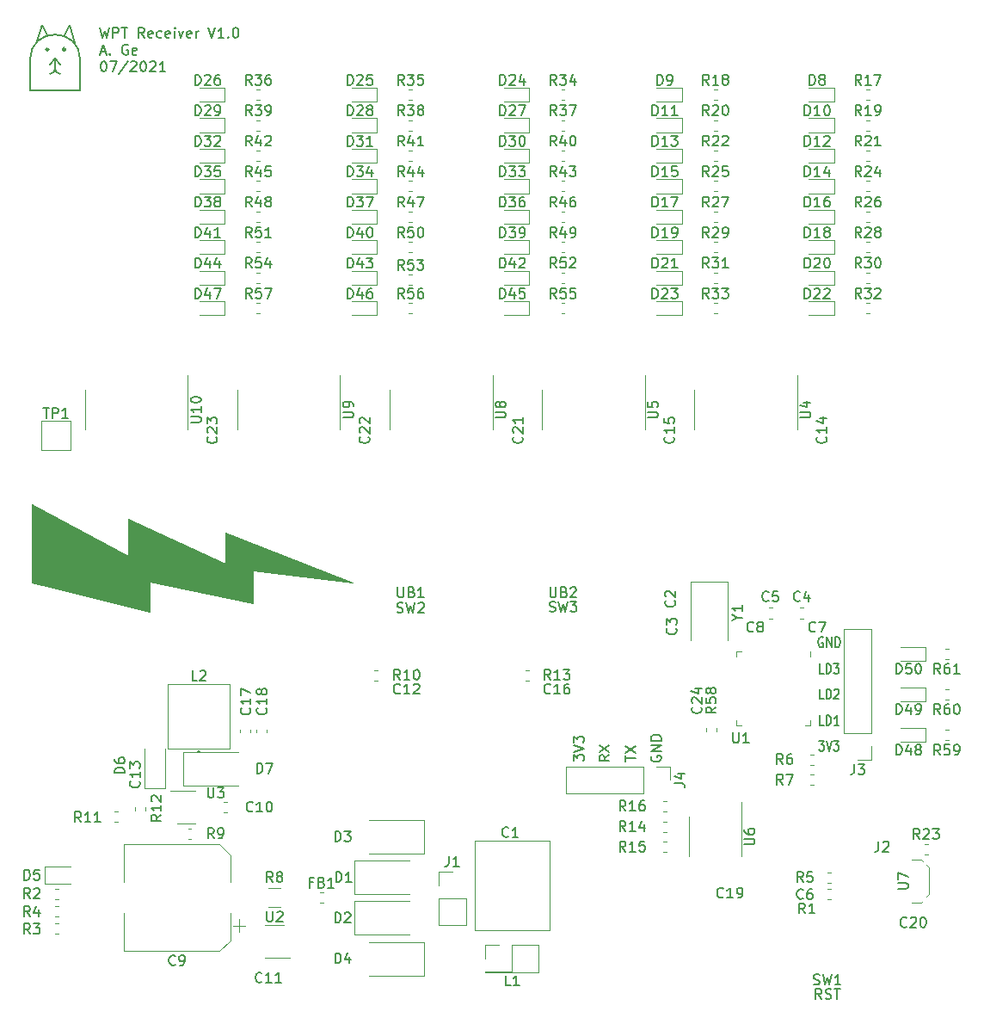
<source format=gbr>
%TF.GenerationSoftware,KiCad,Pcbnew,(5.1.6)-1*%
%TF.CreationDate,2021-07-30T18:19:51-07:00*%
%TF.ProjectId,WPT Receiver,57505420-5265-4636-9569-7665722e6b69,rev?*%
%TF.SameCoordinates,Original*%
%TF.FileFunction,Legend,Top*%
%TF.FilePolarity,Positive*%
%FSLAX46Y46*%
G04 Gerber Fmt 4.6, Leading zero omitted, Abs format (unit mm)*
G04 Created by KiCad (PCBNEW (5.1.6)-1) date 2021-07-30 18:19:51*
%MOMM*%
%LPD*%
G01*
G04 APERTURE LIST*
%ADD10C,0.100000*%
%ADD11C,0.150000*%
%ADD12C,0.127000*%
%ADD13C,0.254000*%
%ADD14C,0.120000*%
G04 APERTURE END LIST*
D10*
G36*
X62200000Y-105400000D02*
G01*
X62200000Y-101700000D01*
X71800000Y-106100000D01*
X71800000Y-103100000D01*
X84300000Y-108000000D01*
X74500000Y-106800000D01*
X74500000Y-110000000D01*
X64300000Y-107900000D01*
X64300000Y-110900000D01*
X52700000Y-108000000D01*
X52700000Y-100300000D01*
X62200000Y-105400000D01*
G37*
X62200000Y-105400000D02*
X62200000Y-101700000D01*
X71800000Y-106100000D01*
X71800000Y-103100000D01*
X84300000Y-108000000D01*
X74500000Y-106800000D01*
X74500000Y-110000000D01*
X64300000Y-107900000D01*
X64300000Y-110900000D01*
X52700000Y-108000000D01*
X52700000Y-100300000D01*
X62200000Y-105400000D01*
D11*
X130209523Y-123552380D02*
X130704761Y-123552380D01*
X130438095Y-123933333D01*
X130552380Y-123933333D01*
X130628571Y-123980952D01*
X130666666Y-124028571D01*
X130704761Y-124123809D01*
X130704761Y-124361904D01*
X130666666Y-124457142D01*
X130628571Y-124504761D01*
X130552380Y-124552380D01*
X130323809Y-124552380D01*
X130247619Y-124504761D01*
X130209523Y-124457142D01*
X130933333Y-123552380D02*
X131200000Y-124552380D01*
X131466666Y-123552380D01*
X131657142Y-123552380D02*
X132152380Y-123552380D01*
X131885714Y-123933333D01*
X132000000Y-123933333D01*
X132076190Y-123980952D01*
X132114285Y-124028571D01*
X132152380Y-124123809D01*
X132152380Y-124361904D01*
X132114285Y-124457142D01*
X132076190Y-124504761D01*
X132000000Y-124552380D01*
X131771428Y-124552380D01*
X131695238Y-124504761D01*
X131657142Y-124457142D01*
X130666666Y-122052380D02*
X130285714Y-122052380D01*
X130285714Y-121052380D01*
X130933333Y-122052380D02*
X130933333Y-121052380D01*
X131123809Y-121052380D01*
X131238095Y-121100000D01*
X131314285Y-121195238D01*
X131352380Y-121290476D01*
X131390476Y-121480952D01*
X131390476Y-121623809D01*
X131352380Y-121814285D01*
X131314285Y-121909523D01*
X131238095Y-122004761D01*
X131123809Y-122052380D01*
X130933333Y-122052380D01*
X132152380Y-122052380D02*
X131695238Y-122052380D01*
X131923809Y-122052380D02*
X131923809Y-121052380D01*
X131847619Y-121195238D01*
X131771428Y-121290476D01*
X131695238Y-121338095D01*
X130666666Y-119452380D02*
X130285714Y-119452380D01*
X130285714Y-118452380D01*
X130933333Y-119452380D02*
X130933333Y-118452380D01*
X131123809Y-118452380D01*
X131238095Y-118500000D01*
X131314285Y-118595238D01*
X131352380Y-118690476D01*
X131390476Y-118880952D01*
X131390476Y-119023809D01*
X131352380Y-119214285D01*
X131314285Y-119309523D01*
X131238095Y-119404761D01*
X131123809Y-119452380D01*
X130933333Y-119452380D01*
X131695238Y-118547619D02*
X131733333Y-118500000D01*
X131809523Y-118452380D01*
X132000000Y-118452380D01*
X132076190Y-118500000D01*
X132114285Y-118547619D01*
X132152380Y-118642857D01*
X132152380Y-118738095D01*
X132114285Y-118880952D01*
X131657142Y-119452380D01*
X132152380Y-119452380D01*
X130666666Y-116952380D02*
X130285714Y-116952380D01*
X130285714Y-115952380D01*
X130933333Y-116952380D02*
X130933333Y-115952380D01*
X131123809Y-115952380D01*
X131238095Y-116000000D01*
X131314285Y-116095238D01*
X131352380Y-116190476D01*
X131390476Y-116380952D01*
X131390476Y-116523809D01*
X131352380Y-116714285D01*
X131314285Y-116809523D01*
X131238095Y-116904761D01*
X131123809Y-116952380D01*
X130933333Y-116952380D01*
X131657142Y-115952380D02*
X132152380Y-115952380D01*
X131885714Y-116333333D01*
X132000000Y-116333333D01*
X132076190Y-116380952D01*
X132114285Y-116428571D01*
X132152380Y-116523809D01*
X132152380Y-116761904D01*
X132114285Y-116857142D01*
X132076190Y-116904761D01*
X132000000Y-116952380D01*
X131771428Y-116952380D01*
X131695238Y-116904761D01*
X131657142Y-116857142D01*
X130590476Y-113400000D02*
X130514285Y-113352380D01*
X130400000Y-113352380D01*
X130285714Y-113400000D01*
X130209523Y-113495238D01*
X130171428Y-113590476D01*
X130133333Y-113780952D01*
X130133333Y-113923809D01*
X130171428Y-114114285D01*
X130209523Y-114209523D01*
X130285714Y-114304761D01*
X130400000Y-114352380D01*
X130476190Y-114352380D01*
X130590476Y-114304761D01*
X130628571Y-114257142D01*
X130628571Y-113923809D01*
X130476190Y-113923809D01*
X130971428Y-114352380D02*
X130971428Y-113352380D01*
X131428571Y-114352380D01*
X131428571Y-113352380D01*
X131809523Y-114352380D02*
X131809523Y-113352380D01*
X132000000Y-113352380D01*
X132114285Y-113400000D01*
X132190476Y-113495238D01*
X132228571Y-113590476D01*
X132266666Y-113780952D01*
X132266666Y-113923809D01*
X132228571Y-114114285D01*
X132190476Y-114209523D01*
X132114285Y-114304761D01*
X132000000Y-114352380D01*
X131809523Y-114352380D01*
X113700000Y-125061904D02*
X113652380Y-125157142D01*
X113652380Y-125300000D01*
X113700000Y-125442857D01*
X113795238Y-125538095D01*
X113890476Y-125585714D01*
X114080952Y-125633333D01*
X114223809Y-125633333D01*
X114414285Y-125585714D01*
X114509523Y-125538095D01*
X114604761Y-125442857D01*
X114652380Y-125300000D01*
X114652380Y-125204761D01*
X114604761Y-125061904D01*
X114557142Y-125014285D01*
X114223809Y-125014285D01*
X114223809Y-125204761D01*
X114652380Y-124585714D02*
X113652380Y-124585714D01*
X114652380Y-124014285D01*
X113652380Y-124014285D01*
X114652380Y-123538095D02*
X113652380Y-123538095D01*
X113652380Y-123300000D01*
X113700000Y-123157142D01*
X113795238Y-123061904D01*
X113890476Y-123014285D01*
X114080952Y-122966666D01*
X114223809Y-122966666D01*
X114414285Y-123014285D01*
X114509523Y-123061904D01*
X114604761Y-123157142D01*
X114652380Y-123300000D01*
X114652380Y-123538095D01*
X111152380Y-125561904D02*
X111152380Y-124990476D01*
X112152380Y-125276190D02*
X111152380Y-125276190D01*
X111152380Y-124752380D02*
X112152380Y-124085714D01*
X111152380Y-124085714D02*
X112152380Y-124752380D01*
X109552380Y-124966666D02*
X109076190Y-125300000D01*
X109552380Y-125538095D02*
X108552380Y-125538095D01*
X108552380Y-125157142D01*
X108600000Y-125061904D01*
X108647619Y-125014285D01*
X108742857Y-124966666D01*
X108885714Y-124966666D01*
X108980952Y-125014285D01*
X109028571Y-125061904D01*
X109076190Y-125157142D01*
X109076190Y-125538095D01*
X108552380Y-124633333D02*
X109552380Y-123966666D01*
X108552380Y-123966666D02*
X109552380Y-124633333D01*
X106052380Y-125538095D02*
X106052380Y-124919047D01*
X106433333Y-125252380D01*
X106433333Y-125109523D01*
X106480952Y-125014285D01*
X106528571Y-124966666D01*
X106623809Y-124919047D01*
X106861904Y-124919047D01*
X106957142Y-124966666D01*
X107004761Y-125014285D01*
X107052380Y-125109523D01*
X107052380Y-125395238D01*
X107004761Y-125490476D01*
X106957142Y-125538095D01*
X106052380Y-124633333D02*
X107052380Y-124300000D01*
X106052380Y-123966666D01*
X106052380Y-123728571D02*
X106052380Y-123109523D01*
X106433333Y-123442857D01*
X106433333Y-123300000D01*
X106480952Y-123204761D01*
X106528571Y-123157142D01*
X106623809Y-123109523D01*
X106861904Y-123109523D01*
X106957142Y-123157142D01*
X107004761Y-123204761D01*
X107052380Y-123300000D01*
X107052380Y-123585714D01*
X107004761Y-123680952D01*
X106957142Y-123728571D01*
X130452380Y-148952380D02*
X130119047Y-148476190D01*
X129880952Y-148952380D02*
X129880952Y-147952380D01*
X130261904Y-147952380D01*
X130357142Y-148000000D01*
X130404761Y-148047619D01*
X130452380Y-148142857D01*
X130452380Y-148285714D01*
X130404761Y-148380952D01*
X130357142Y-148428571D01*
X130261904Y-148476190D01*
X129880952Y-148476190D01*
X130833333Y-148904761D02*
X130976190Y-148952380D01*
X131214285Y-148952380D01*
X131309523Y-148904761D01*
X131357142Y-148857142D01*
X131404761Y-148761904D01*
X131404761Y-148666666D01*
X131357142Y-148571428D01*
X131309523Y-148523809D01*
X131214285Y-148476190D01*
X131023809Y-148428571D01*
X130928571Y-148380952D01*
X130880952Y-148333333D01*
X130833333Y-148238095D01*
X130833333Y-148142857D01*
X130880952Y-148047619D01*
X130928571Y-148000000D01*
X131023809Y-147952380D01*
X131261904Y-147952380D01*
X131404761Y-148000000D01*
X131690476Y-147952380D02*
X132261904Y-147952380D01*
X131976190Y-148952380D02*
X131976190Y-147952380D01*
X103738095Y-108452380D02*
X103738095Y-109261904D01*
X103785714Y-109357142D01*
X103833333Y-109404761D01*
X103928571Y-109452380D01*
X104119047Y-109452380D01*
X104214285Y-109404761D01*
X104261904Y-109357142D01*
X104309523Y-109261904D01*
X104309523Y-108452380D01*
X105119047Y-108928571D02*
X105261904Y-108976190D01*
X105309523Y-109023809D01*
X105357142Y-109119047D01*
X105357142Y-109261904D01*
X105309523Y-109357142D01*
X105261904Y-109404761D01*
X105166666Y-109452380D01*
X104785714Y-109452380D01*
X104785714Y-108452380D01*
X105119047Y-108452380D01*
X105214285Y-108500000D01*
X105261904Y-108547619D01*
X105309523Y-108642857D01*
X105309523Y-108738095D01*
X105261904Y-108833333D01*
X105214285Y-108880952D01*
X105119047Y-108928571D01*
X104785714Y-108928571D01*
X105738095Y-108547619D02*
X105785714Y-108500000D01*
X105880952Y-108452380D01*
X106119047Y-108452380D01*
X106214285Y-108500000D01*
X106261904Y-108547619D01*
X106309523Y-108642857D01*
X106309523Y-108738095D01*
X106261904Y-108880952D01*
X105690476Y-109452380D01*
X106309523Y-109452380D01*
X88738095Y-108452380D02*
X88738095Y-109261904D01*
X88785714Y-109357142D01*
X88833333Y-109404761D01*
X88928571Y-109452380D01*
X89119047Y-109452380D01*
X89214285Y-109404761D01*
X89261904Y-109357142D01*
X89309523Y-109261904D01*
X89309523Y-108452380D01*
X90119047Y-108928571D02*
X90261904Y-108976190D01*
X90309523Y-109023809D01*
X90357142Y-109119047D01*
X90357142Y-109261904D01*
X90309523Y-109357142D01*
X90261904Y-109404761D01*
X90166666Y-109452380D01*
X89785714Y-109452380D01*
X89785714Y-108452380D01*
X90119047Y-108452380D01*
X90214285Y-108500000D01*
X90261904Y-108547619D01*
X90309523Y-108642857D01*
X90309523Y-108738095D01*
X90261904Y-108833333D01*
X90214285Y-108880952D01*
X90119047Y-108928571D01*
X89785714Y-108928571D01*
X91309523Y-109452380D02*
X90738095Y-109452380D01*
X91023809Y-109452380D02*
X91023809Y-108452380D01*
X90928571Y-108595238D01*
X90833333Y-108690476D01*
X90738095Y-108738095D01*
X59440357Y-53402380D02*
X59678452Y-54402380D01*
X59868928Y-53688095D01*
X60059404Y-54402380D01*
X60297500Y-53402380D01*
X60678452Y-54402380D02*
X60678452Y-53402380D01*
X61059404Y-53402380D01*
X61154642Y-53450000D01*
X61202261Y-53497619D01*
X61249880Y-53592857D01*
X61249880Y-53735714D01*
X61202261Y-53830952D01*
X61154642Y-53878571D01*
X61059404Y-53926190D01*
X60678452Y-53926190D01*
X61535595Y-53402380D02*
X62107023Y-53402380D01*
X61821309Y-54402380D02*
X61821309Y-53402380D01*
X63773690Y-54402380D02*
X63440357Y-53926190D01*
X63202261Y-54402380D02*
X63202261Y-53402380D01*
X63583214Y-53402380D01*
X63678452Y-53450000D01*
X63726071Y-53497619D01*
X63773690Y-53592857D01*
X63773690Y-53735714D01*
X63726071Y-53830952D01*
X63678452Y-53878571D01*
X63583214Y-53926190D01*
X63202261Y-53926190D01*
X64583214Y-54354761D02*
X64487976Y-54402380D01*
X64297500Y-54402380D01*
X64202261Y-54354761D01*
X64154642Y-54259523D01*
X64154642Y-53878571D01*
X64202261Y-53783333D01*
X64297500Y-53735714D01*
X64487976Y-53735714D01*
X64583214Y-53783333D01*
X64630833Y-53878571D01*
X64630833Y-53973809D01*
X64154642Y-54069047D01*
X65487976Y-54354761D02*
X65392738Y-54402380D01*
X65202261Y-54402380D01*
X65107023Y-54354761D01*
X65059404Y-54307142D01*
X65011785Y-54211904D01*
X65011785Y-53926190D01*
X65059404Y-53830952D01*
X65107023Y-53783333D01*
X65202261Y-53735714D01*
X65392738Y-53735714D01*
X65487976Y-53783333D01*
X66297500Y-54354761D02*
X66202261Y-54402380D01*
X66011785Y-54402380D01*
X65916547Y-54354761D01*
X65868928Y-54259523D01*
X65868928Y-53878571D01*
X65916547Y-53783333D01*
X66011785Y-53735714D01*
X66202261Y-53735714D01*
X66297500Y-53783333D01*
X66345119Y-53878571D01*
X66345119Y-53973809D01*
X65868928Y-54069047D01*
X66773690Y-54402380D02*
X66773690Y-53735714D01*
X66773690Y-53402380D02*
X66726071Y-53450000D01*
X66773690Y-53497619D01*
X66821309Y-53450000D01*
X66773690Y-53402380D01*
X66773690Y-53497619D01*
X67154642Y-53735714D02*
X67392738Y-54402380D01*
X67630833Y-53735714D01*
X68392738Y-54354761D02*
X68297500Y-54402380D01*
X68107023Y-54402380D01*
X68011785Y-54354761D01*
X67964166Y-54259523D01*
X67964166Y-53878571D01*
X68011785Y-53783333D01*
X68107023Y-53735714D01*
X68297500Y-53735714D01*
X68392738Y-53783333D01*
X68440357Y-53878571D01*
X68440357Y-53973809D01*
X67964166Y-54069047D01*
X68868928Y-54402380D02*
X68868928Y-53735714D01*
X68868928Y-53926190D02*
X68916547Y-53830952D01*
X68964166Y-53783333D01*
X69059404Y-53735714D01*
X69154642Y-53735714D01*
X70107023Y-53402380D02*
X70440357Y-54402380D01*
X70773690Y-53402380D01*
X71630833Y-54402380D02*
X71059404Y-54402380D01*
X71345119Y-54402380D02*
X71345119Y-53402380D01*
X71249880Y-53545238D01*
X71154642Y-53640476D01*
X71059404Y-53688095D01*
X72059404Y-54307142D02*
X72107023Y-54354761D01*
X72059404Y-54402380D01*
X72011785Y-54354761D01*
X72059404Y-54307142D01*
X72059404Y-54402380D01*
X72726071Y-53402380D02*
X72821309Y-53402380D01*
X72916547Y-53450000D01*
X72964166Y-53497619D01*
X73011785Y-53592857D01*
X73059404Y-53783333D01*
X73059404Y-54021428D01*
X73011785Y-54211904D01*
X72964166Y-54307142D01*
X72916547Y-54354761D01*
X72821309Y-54402380D01*
X72726071Y-54402380D01*
X72630833Y-54354761D01*
X72583214Y-54307142D01*
X72535595Y-54211904D01*
X72487976Y-54021428D01*
X72487976Y-53783333D01*
X72535595Y-53592857D01*
X72583214Y-53497619D01*
X72630833Y-53450000D01*
X72726071Y-53402380D01*
X59487976Y-55766666D02*
X59964166Y-55766666D01*
X59392738Y-56052380D02*
X59726071Y-55052380D01*
X60059404Y-56052380D01*
X60392738Y-55957142D02*
X60440357Y-56004761D01*
X60392738Y-56052380D01*
X60345119Y-56004761D01*
X60392738Y-55957142D01*
X60392738Y-56052380D01*
X62154642Y-55100000D02*
X62059404Y-55052380D01*
X61916547Y-55052380D01*
X61773690Y-55100000D01*
X61678452Y-55195238D01*
X61630833Y-55290476D01*
X61583214Y-55480952D01*
X61583214Y-55623809D01*
X61630833Y-55814285D01*
X61678452Y-55909523D01*
X61773690Y-56004761D01*
X61916547Y-56052380D01*
X62011785Y-56052380D01*
X62154642Y-56004761D01*
X62202261Y-55957142D01*
X62202261Y-55623809D01*
X62011785Y-55623809D01*
X63011785Y-56004761D02*
X62916547Y-56052380D01*
X62726071Y-56052380D01*
X62630833Y-56004761D01*
X62583214Y-55909523D01*
X62583214Y-55528571D01*
X62630833Y-55433333D01*
X62726071Y-55385714D01*
X62916547Y-55385714D01*
X63011785Y-55433333D01*
X63059404Y-55528571D01*
X63059404Y-55623809D01*
X62583214Y-55719047D01*
X59726071Y-56702380D02*
X59821309Y-56702380D01*
X59916547Y-56750000D01*
X59964166Y-56797619D01*
X60011785Y-56892857D01*
X60059404Y-57083333D01*
X60059404Y-57321428D01*
X60011785Y-57511904D01*
X59964166Y-57607142D01*
X59916547Y-57654761D01*
X59821309Y-57702380D01*
X59726071Y-57702380D01*
X59630833Y-57654761D01*
X59583214Y-57607142D01*
X59535595Y-57511904D01*
X59487976Y-57321428D01*
X59487976Y-57083333D01*
X59535595Y-56892857D01*
X59583214Y-56797619D01*
X59630833Y-56750000D01*
X59726071Y-56702380D01*
X60392738Y-56702380D02*
X61059404Y-56702380D01*
X60630833Y-57702380D01*
X62154642Y-56654761D02*
X61297500Y-57940476D01*
X62440357Y-56797619D02*
X62487976Y-56750000D01*
X62583214Y-56702380D01*
X62821309Y-56702380D01*
X62916547Y-56750000D01*
X62964166Y-56797619D01*
X63011785Y-56892857D01*
X63011785Y-56988095D01*
X62964166Y-57130952D01*
X62392738Y-57702380D01*
X63011785Y-57702380D01*
X63630833Y-56702380D02*
X63726071Y-56702380D01*
X63821309Y-56750000D01*
X63868928Y-56797619D01*
X63916547Y-56892857D01*
X63964166Y-57083333D01*
X63964166Y-57321428D01*
X63916547Y-57511904D01*
X63868928Y-57607142D01*
X63821309Y-57654761D01*
X63726071Y-57702380D01*
X63630833Y-57702380D01*
X63535595Y-57654761D01*
X63487976Y-57607142D01*
X63440357Y-57511904D01*
X63392738Y-57321428D01*
X63392738Y-57083333D01*
X63440357Y-56892857D01*
X63487976Y-56797619D01*
X63535595Y-56750000D01*
X63630833Y-56702380D01*
X64345119Y-56797619D02*
X64392738Y-56750000D01*
X64487976Y-56702380D01*
X64726071Y-56702380D01*
X64821309Y-56750000D01*
X64868928Y-56797619D01*
X64916547Y-56892857D01*
X64916547Y-56988095D01*
X64868928Y-57130952D01*
X64297500Y-57702380D01*
X64916547Y-57702380D01*
X65868928Y-57702380D02*
X65297500Y-57702380D01*
X65583214Y-57702380D02*
X65583214Y-56702380D01*
X65487976Y-56845238D01*
X65392738Y-56940476D01*
X65297500Y-56988095D01*
D12*
%TO.C,REF\u002A\u002A*%
X52523500Y-56552000D02*
G75*
G02*
X57476500Y-56552000I2476500J0D01*
G01*
X55508000Y-57949000D02*
G75*
G02*
X55000000Y-57441000I0J508000D01*
G01*
X55000000Y-57441000D02*
G75*
G02*
X54492000Y-57949000I-508000J0D01*
G01*
X57476500Y-59600000D02*
X57476500Y-56552000D01*
X57476500Y-59600000D02*
X52523500Y-59600000D01*
X52523500Y-59600000D02*
X52523500Y-56552000D01*
X56905000Y-54901000D02*
X56397000Y-53123000D01*
X56397000Y-53123000D02*
X55889000Y-54139000D01*
X53222000Y-54774000D02*
X53730000Y-53123000D01*
X53730000Y-53123000D02*
X54238000Y-54139000D01*
D13*
X56016000Y-55536000D02*
G75*
G03*
X56016000Y-55536000I-127000J0D01*
G01*
X54365000Y-55536000D02*
G75*
G03*
X54365000Y-55536000I-127000J0D01*
G01*
D12*
X55000000Y-56425000D02*
X54492000Y-57060000D01*
X55000000Y-56425000D02*
X55508000Y-57060000D01*
X55000000Y-56552000D02*
X55000000Y-57441000D01*
D14*
%TO.C,R61*%
X142617221Y-114490000D02*
X142942779Y-114490000D01*
X142617221Y-115510000D02*
X142942779Y-115510000D01*
%TO.C,R60*%
X142617221Y-118490000D02*
X142942779Y-118490000D01*
X142617221Y-119510000D02*
X142942779Y-119510000D01*
%TO.C,R59*%
X142617221Y-122490000D02*
X142942779Y-122490000D01*
X142617221Y-123510000D02*
X142942779Y-123510000D01*
%TO.C,D50*%
X138200000Y-115685000D02*
X140685000Y-115685000D01*
X140685000Y-115685000D02*
X140685000Y-114315000D01*
X140685000Y-114315000D02*
X138200000Y-114315000D01*
%TO.C,D49*%
X138200000Y-119685000D02*
X140685000Y-119685000D01*
X140685000Y-119685000D02*
X140685000Y-118315000D01*
X140685000Y-118315000D02*
X138200000Y-118315000D01*
%TO.C,D48*%
X138200000Y-123685000D02*
X140685000Y-123685000D01*
X140685000Y-123685000D02*
X140685000Y-122315000D01*
X140685000Y-122315000D02*
X138200000Y-122315000D01*
%TO.C,R58*%
X120110000Y-122324721D02*
X120110000Y-122650279D01*
X119090000Y-122324721D02*
X119090000Y-122650279D01*
%TO.C,L2*%
X66100000Y-117950000D02*
X72200000Y-117950000D01*
X72200000Y-117950000D02*
X72200000Y-124350000D01*
D11*
X69225000Y-124650000D02*
G75*
G03*
X69225000Y-124650000I-75000J0D01*
G01*
D14*
X72200000Y-124350000D02*
X66100000Y-124350000D01*
X66100000Y-124350000D02*
X66100000Y-117950000D01*
%TO.C,Y1*%
X117600000Y-107900000D02*
X117600000Y-113650000D01*
X121200000Y-107900000D02*
X117600000Y-107900000D01*
X121200000Y-113650000D02*
X121200000Y-107900000D01*
%TO.C,U10*%
X68060000Y-91000000D02*
X68060000Y-87550000D01*
X68060000Y-91000000D02*
X68060000Y-92950000D01*
X57940000Y-91000000D02*
X57940000Y-89050000D01*
X57940000Y-91000000D02*
X57940000Y-92950000D01*
%TO.C,U9*%
X83060000Y-91000000D02*
X83060000Y-87550000D01*
X83060000Y-91000000D02*
X83060000Y-92950000D01*
X72940000Y-91000000D02*
X72940000Y-89050000D01*
X72940000Y-91000000D02*
X72940000Y-92950000D01*
%TO.C,U8*%
X98060000Y-91000000D02*
X98060000Y-87550000D01*
X98060000Y-91000000D02*
X98060000Y-92950000D01*
X87940000Y-91000000D02*
X87940000Y-89050000D01*
X87940000Y-91000000D02*
X87940000Y-92950000D01*
%TO.C,U7*%
X139300000Y-135250000D02*
X140250000Y-135250000D01*
X140250000Y-139500000D02*
X139300000Y-139500000D01*
X141050000Y-138650000D02*
X141050000Y-136050000D01*
X141050000Y-136050000D02*
X140800000Y-135800000D01*
X140400000Y-135400000D02*
X140250000Y-135250000D01*
X141050000Y-138650000D02*
X140800000Y-138900000D01*
X140400000Y-139350000D02*
X140250000Y-139500000D01*
%TO.C,U6*%
X122560000Y-133000000D02*
X122560000Y-129550000D01*
X122560000Y-133000000D02*
X122560000Y-134950000D01*
X117440000Y-133000000D02*
X117440000Y-131050000D01*
X117440000Y-133000000D02*
X117440000Y-134950000D01*
%TO.C,U5*%
X113060000Y-91000000D02*
X113060000Y-87550000D01*
X113060000Y-91000000D02*
X113060000Y-92950000D01*
X102940000Y-91000000D02*
X102940000Y-89050000D01*
X102940000Y-91000000D02*
X102940000Y-92950000D01*
%TO.C,U4*%
X128060000Y-91000000D02*
X128060000Y-87550000D01*
X128060000Y-91000000D02*
X128060000Y-92950000D01*
X117940000Y-91000000D02*
X117940000Y-89050000D01*
X117940000Y-91000000D02*
X117940000Y-92950000D01*
%TO.C,U3*%
X68800000Y-128490000D02*
X66350000Y-128490000D01*
X67000000Y-131710000D02*
X68800000Y-131710000D01*
%TO.C,U2*%
X75700000Y-144910000D02*
X78150000Y-144910000D01*
X77500000Y-141690000D02*
X75700000Y-141690000D01*
%TO.C,U1*%
X129310000Y-115265000D02*
X129310000Y-114790000D01*
X122090000Y-122010000D02*
X122565000Y-122010000D01*
X122090000Y-121535000D02*
X122090000Y-122010000D01*
X122090000Y-114790000D02*
X122565000Y-114790000D01*
X122090000Y-115265000D02*
X122090000Y-114790000D01*
X129310000Y-122010000D02*
X128835000Y-122010000D01*
X129310000Y-121535000D02*
X129310000Y-122010000D01*
%TO.C,TP1*%
X53650000Y-94950000D02*
X53650000Y-92050000D01*
X56550000Y-94950000D02*
X53650000Y-94950000D01*
X56550000Y-92050000D02*
X56550000Y-94950000D01*
X53650000Y-92050000D02*
X56550000Y-92050000D01*
%TO.C,R57*%
X74837221Y-81510000D02*
X75162779Y-81510000D01*
X74837221Y-80490000D02*
X75162779Y-80490000D01*
%TO.C,R56*%
X89837221Y-81510000D02*
X90162779Y-81510000D01*
X89837221Y-80490000D02*
X90162779Y-80490000D01*
%TO.C,R55*%
X104837221Y-81510000D02*
X105162779Y-81510000D01*
X104837221Y-80490000D02*
X105162779Y-80490000D01*
%TO.C,R54*%
X74837221Y-78510000D02*
X75162779Y-78510000D01*
X74837221Y-77490000D02*
X75162779Y-77490000D01*
%TO.C,R53*%
X89837221Y-78710000D02*
X90162779Y-78710000D01*
X89837221Y-77690000D02*
X90162779Y-77690000D01*
%TO.C,R52*%
X104837221Y-78510000D02*
X105162779Y-78510000D01*
X104837221Y-77490000D02*
X105162779Y-77490000D01*
%TO.C,R51*%
X74837221Y-75510000D02*
X75162779Y-75510000D01*
X74837221Y-74490000D02*
X75162779Y-74490000D01*
%TO.C,R50*%
X89837221Y-75510000D02*
X90162779Y-75510000D01*
X89837221Y-74490000D02*
X90162779Y-74490000D01*
%TO.C,R49*%
X104837221Y-75510000D02*
X105162779Y-75510000D01*
X104837221Y-74490000D02*
X105162779Y-74490000D01*
%TO.C,R48*%
X74837221Y-72510000D02*
X75162779Y-72510000D01*
X74837221Y-71490000D02*
X75162779Y-71490000D01*
%TO.C,R47*%
X89837221Y-72510000D02*
X90162779Y-72510000D01*
X89837221Y-71490000D02*
X90162779Y-71490000D01*
%TO.C,R46*%
X104837221Y-72510000D02*
X105162779Y-72510000D01*
X104837221Y-71490000D02*
X105162779Y-71490000D01*
%TO.C,R45*%
X74837221Y-69510000D02*
X75162779Y-69510000D01*
X74837221Y-68490000D02*
X75162779Y-68490000D01*
%TO.C,R44*%
X89837221Y-69510000D02*
X90162779Y-69510000D01*
X89837221Y-68490000D02*
X90162779Y-68490000D01*
%TO.C,R43*%
X104837221Y-69510000D02*
X105162779Y-69510000D01*
X104837221Y-68490000D02*
X105162779Y-68490000D01*
%TO.C,R42*%
X74837221Y-66510000D02*
X75162779Y-66510000D01*
X74837221Y-65490000D02*
X75162779Y-65490000D01*
%TO.C,R41*%
X89837221Y-66510000D02*
X90162779Y-66510000D01*
X89837221Y-65490000D02*
X90162779Y-65490000D01*
%TO.C,R40*%
X104837221Y-66510000D02*
X105162779Y-66510000D01*
X104837221Y-65490000D02*
X105162779Y-65490000D01*
%TO.C,R39*%
X74837221Y-63510000D02*
X75162779Y-63510000D01*
X74837221Y-62490000D02*
X75162779Y-62490000D01*
%TO.C,R38*%
X89837221Y-63510000D02*
X90162779Y-63510000D01*
X89837221Y-62490000D02*
X90162779Y-62490000D01*
%TO.C,R37*%
X104837221Y-63510000D02*
X105162779Y-63510000D01*
X104837221Y-62490000D02*
X105162779Y-62490000D01*
%TO.C,R36*%
X74837221Y-60510000D02*
X75162779Y-60510000D01*
X74837221Y-59490000D02*
X75162779Y-59490000D01*
%TO.C,R35*%
X89837221Y-60510000D02*
X90162779Y-60510000D01*
X89837221Y-59490000D02*
X90162779Y-59490000D01*
%TO.C,R34*%
X104837221Y-60510000D02*
X105162779Y-60510000D01*
X104837221Y-59490000D02*
X105162779Y-59490000D01*
%TO.C,R33*%
X119837221Y-81510000D02*
X120162779Y-81510000D01*
X119837221Y-80490000D02*
X120162779Y-80490000D01*
%TO.C,R32*%
X134837221Y-80490000D02*
X135162779Y-80490000D01*
X134837221Y-81510000D02*
X135162779Y-81510000D01*
%TO.C,R31*%
X119837221Y-78510000D02*
X120162779Y-78510000D01*
X119837221Y-77490000D02*
X120162779Y-77490000D01*
%TO.C,R30*%
X134837221Y-77490000D02*
X135162779Y-77490000D01*
X134837221Y-78510000D02*
X135162779Y-78510000D01*
%TO.C,R29*%
X119837221Y-75510000D02*
X120162779Y-75510000D01*
X119837221Y-74490000D02*
X120162779Y-74490000D01*
%TO.C,R28*%
X134837221Y-74490000D02*
X135162779Y-74490000D01*
X134837221Y-75510000D02*
X135162779Y-75510000D01*
%TO.C,R27*%
X119837221Y-72510000D02*
X120162779Y-72510000D01*
X119837221Y-71490000D02*
X120162779Y-71490000D01*
%TO.C,R26*%
X134837221Y-71490000D02*
X135162779Y-71490000D01*
X134837221Y-72510000D02*
X135162779Y-72510000D01*
%TO.C,R25*%
X119837221Y-69510000D02*
X120162779Y-69510000D01*
X119837221Y-68490000D02*
X120162779Y-68490000D01*
%TO.C,R24*%
X134837221Y-68490000D02*
X135162779Y-68490000D01*
X134837221Y-69510000D02*
X135162779Y-69510000D01*
%TO.C,R23*%
X140574721Y-134710000D02*
X140900279Y-134710000D01*
X140574721Y-133690000D02*
X140900279Y-133690000D01*
%TO.C,R22*%
X119837221Y-66510000D02*
X120162779Y-66510000D01*
X119837221Y-65490000D02*
X120162779Y-65490000D01*
%TO.C,R21*%
X134837221Y-65490000D02*
X135162779Y-65490000D01*
X134837221Y-66510000D02*
X135162779Y-66510000D01*
%TO.C,R20*%
X119837221Y-63510000D02*
X120162779Y-63510000D01*
X119837221Y-62490000D02*
X120162779Y-62490000D01*
%TO.C,R19*%
X134837221Y-62490000D02*
X135162779Y-62490000D01*
X134837221Y-63510000D02*
X135162779Y-63510000D01*
%TO.C,R18*%
X119837221Y-60510000D02*
X120162779Y-60510000D01*
X119837221Y-59490000D02*
X120162779Y-59490000D01*
%TO.C,R17*%
X134837221Y-59490000D02*
X135162779Y-59490000D01*
X134837221Y-60510000D02*
X135162779Y-60510000D01*
%TO.C,R16*%
X114837221Y-130510000D02*
X115162779Y-130510000D01*
X114837221Y-129490000D02*
X115162779Y-129490000D01*
%TO.C,R15*%
X114837221Y-134510000D02*
X115162779Y-134510000D01*
X114837221Y-133490000D02*
X115162779Y-133490000D01*
%TO.C,R14*%
X114837221Y-132510000D02*
X115162779Y-132510000D01*
X114837221Y-131490000D02*
X115162779Y-131490000D01*
%TO.C,R13*%
X101349721Y-117610000D02*
X101675279Y-117610000D01*
X101349721Y-116590000D02*
X101675279Y-116590000D01*
%TO.C,R12*%
X63910000Y-130412779D02*
X63910000Y-130087221D01*
X62890000Y-130412779D02*
X62890000Y-130087221D01*
%TO.C,R11*%
X60837221Y-131560000D02*
X61162779Y-131560000D01*
X60837221Y-130540000D02*
X61162779Y-130540000D01*
%TO.C,R10*%
X86449721Y-117610000D02*
X86775279Y-117610000D01*
X86449721Y-116590000D02*
X86775279Y-116590000D01*
%TO.C,R9*%
X68087221Y-133210000D02*
X68412779Y-133210000D01*
X68087221Y-132190000D02*
X68412779Y-132190000D01*
%TO.C,R8*%
X77202064Y-138090000D02*
X75997936Y-138090000D01*
X77202064Y-139910000D02*
X75997936Y-139910000D01*
%TO.C,R7*%
X129650279Y-126890000D02*
X129324721Y-126890000D01*
X129650279Y-127910000D02*
X129324721Y-127910000D01*
%TO.C,R6*%
X129324721Y-125910000D02*
X129650279Y-125910000D01*
X129324721Y-124890000D02*
X129650279Y-124890000D01*
%TO.C,R5*%
X131049721Y-137510000D02*
X131375279Y-137510000D01*
X131049721Y-136490000D02*
X131375279Y-136490000D01*
%TO.C,R4*%
X55037221Y-140860000D02*
X55362779Y-140860000D01*
X55037221Y-139840000D02*
X55362779Y-139840000D01*
%TO.C,R3*%
X55362779Y-141540000D02*
X55037221Y-141540000D01*
X55362779Y-142560000D02*
X55037221Y-142560000D01*
%TO.C,R2*%
X55037221Y-139160000D02*
X55362779Y-139160000D01*
X55037221Y-138140000D02*
X55362779Y-138140000D01*
%TO.C,R1*%
X131375279Y-138140000D02*
X131049721Y-138140000D01*
X131375279Y-139160000D02*
X131049721Y-139160000D01*
%TO.C,L1*%
X97370000Y-143670000D02*
X98700000Y-143670000D01*
X97370000Y-145000000D02*
X97370000Y-143670000D01*
X99970000Y-143670000D02*
X102570000Y-143670000D01*
X99970000Y-146270000D02*
X99970000Y-143670000D01*
X97370000Y-146270000D02*
X99970000Y-146270000D01*
X102570000Y-143670000D02*
X102570000Y-146330000D01*
X97370000Y-146270000D02*
X97370000Y-146330000D01*
X97370000Y-146330000D02*
X102570000Y-146330000D01*
%TO.C,J4*%
X115530000Y-126070000D02*
X115530000Y-127400000D01*
X114200000Y-126070000D02*
X115530000Y-126070000D01*
X112930000Y-126070000D02*
X112930000Y-128730000D01*
X112930000Y-128730000D02*
X105250000Y-128730000D01*
X112930000Y-126070000D02*
X105250000Y-126070000D01*
X105250000Y-126070000D02*
X105250000Y-128730000D01*
%TO.C,J3*%
X135330000Y-125410000D02*
X134000000Y-125410000D01*
X135330000Y-124080000D02*
X135330000Y-125410000D01*
X135330000Y-122810000D02*
X132670000Y-122810000D01*
X132670000Y-122810000D02*
X132670000Y-112590000D01*
X135330000Y-122810000D02*
X135330000Y-112590000D01*
X135330000Y-112590000D02*
X132670000Y-112590000D01*
%TO.C,J1*%
X92770000Y-136470000D02*
X94100000Y-136470000D01*
X92770000Y-137800000D02*
X92770000Y-136470000D01*
X92770000Y-139070000D02*
X95430000Y-139070000D01*
X95430000Y-139070000D02*
X95430000Y-141670000D01*
X92770000Y-139070000D02*
X92770000Y-141670000D01*
X92770000Y-141670000D02*
X95430000Y-141670000D01*
%TO.C,FB1*%
X81049721Y-139510000D02*
X81375279Y-139510000D01*
X81049721Y-138490000D02*
X81375279Y-138490000D01*
%TO.C,D47*%
X71685000Y-80315000D02*
X69200000Y-80315000D01*
X71685000Y-81685000D02*
X71685000Y-80315000D01*
X69200000Y-81685000D02*
X71685000Y-81685000D01*
%TO.C,D46*%
X86685000Y-80315000D02*
X84200000Y-80315000D01*
X86685000Y-81685000D02*
X86685000Y-80315000D01*
X84200000Y-81685000D02*
X86685000Y-81685000D01*
%TO.C,D45*%
X101685000Y-80315000D02*
X99200000Y-80315000D01*
X101685000Y-81685000D02*
X101685000Y-80315000D01*
X99200000Y-81685000D02*
X101685000Y-81685000D01*
%TO.C,D44*%
X71685000Y-77315000D02*
X69200000Y-77315000D01*
X71685000Y-78685000D02*
X71685000Y-77315000D01*
X69200000Y-78685000D02*
X71685000Y-78685000D01*
%TO.C,D43*%
X86685000Y-77315000D02*
X84200000Y-77315000D01*
X86685000Y-78685000D02*
X86685000Y-77315000D01*
X84200000Y-78685000D02*
X86685000Y-78685000D01*
%TO.C,D42*%
X101685000Y-77315000D02*
X99200000Y-77315000D01*
X101685000Y-78685000D02*
X101685000Y-77315000D01*
X99200000Y-78685000D02*
X101685000Y-78685000D01*
%TO.C,D41*%
X71685000Y-74315000D02*
X69200000Y-74315000D01*
X71685000Y-75685000D02*
X71685000Y-74315000D01*
X69200000Y-75685000D02*
X71685000Y-75685000D01*
%TO.C,D40*%
X86685000Y-74315000D02*
X84200000Y-74315000D01*
X86685000Y-75685000D02*
X86685000Y-74315000D01*
X84200000Y-75685000D02*
X86685000Y-75685000D01*
%TO.C,D39*%
X101685000Y-74315000D02*
X99200000Y-74315000D01*
X101685000Y-75685000D02*
X101685000Y-74315000D01*
X99200000Y-75685000D02*
X101685000Y-75685000D01*
%TO.C,D38*%
X71685000Y-71315000D02*
X69200000Y-71315000D01*
X71685000Y-72685000D02*
X71685000Y-71315000D01*
X69200000Y-72685000D02*
X71685000Y-72685000D01*
%TO.C,D37*%
X86685000Y-71315000D02*
X84200000Y-71315000D01*
X86685000Y-72685000D02*
X86685000Y-71315000D01*
X84200000Y-72685000D02*
X86685000Y-72685000D01*
%TO.C,D36*%
X101685000Y-71315000D02*
X99200000Y-71315000D01*
X101685000Y-72685000D02*
X101685000Y-71315000D01*
X99200000Y-72685000D02*
X101685000Y-72685000D01*
%TO.C,D35*%
X71685000Y-68315000D02*
X69200000Y-68315000D01*
X71685000Y-69685000D02*
X71685000Y-68315000D01*
X69200000Y-69685000D02*
X71685000Y-69685000D01*
%TO.C,D34*%
X86685000Y-68315000D02*
X84200000Y-68315000D01*
X86685000Y-69685000D02*
X86685000Y-68315000D01*
X84200000Y-69685000D02*
X86685000Y-69685000D01*
%TO.C,D33*%
X101685000Y-68315000D02*
X99200000Y-68315000D01*
X101685000Y-69685000D02*
X101685000Y-68315000D01*
X99200000Y-69685000D02*
X101685000Y-69685000D01*
%TO.C,D32*%
X71685000Y-65315000D02*
X69200000Y-65315000D01*
X71685000Y-66685000D02*
X71685000Y-65315000D01*
X69200000Y-66685000D02*
X71685000Y-66685000D01*
%TO.C,D31*%
X86685000Y-65315000D02*
X84200000Y-65315000D01*
X86685000Y-66685000D02*
X86685000Y-65315000D01*
X84200000Y-66685000D02*
X86685000Y-66685000D01*
%TO.C,D30*%
X101685000Y-65315000D02*
X99200000Y-65315000D01*
X101685000Y-66685000D02*
X101685000Y-65315000D01*
X99200000Y-66685000D02*
X101685000Y-66685000D01*
%TO.C,D29*%
X71685000Y-62315000D02*
X69200000Y-62315000D01*
X71685000Y-63685000D02*
X71685000Y-62315000D01*
X69200000Y-63685000D02*
X71685000Y-63685000D01*
%TO.C,D28*%
X86685000Y-62315000D02*
X84200000Y-62315000D01*
X86685000Y-63685000D02*
X86685000Y-62315000D01*
X84200000Y-63685000D02*
X86685000Y-63685000D01*
%TO.C,D27*%
X101685000Y-62315000D02*
X99200000Y-62315000D01*
X101685000Y-63685000D02*
X101685000Y-62315000D01*
X99200000Y-63685000D02*
X101685000Y-63685000D01*
%TO.C,D26*%
X71685000Y-59315000D02*
X69200000Y-59315000D01*
X71685000Y-60685000D02*
X71685000Y-59315000D01*
X69200000Y-60685000D02*
X71685000Y-60685000D01*
%TO.C,D25*%
X86685000Y-59315000D02*
X84200000Y-59315000D01*
X86685000Y-60685000D02*
X86685000Y-59315000D01*
X84200000Y-60685000D02*
X86685000Y-60685000D01*
%TO.C,D24*%
X101685000Y-59315000D02*
X99200000Y-59315000D01*
X101685000Y-60685000D02*
X101685000Y-59315000D01*
X99200000Y-60685000D02*
X101685000Y-60685000D01*
%TO.C,D23*%
X116685000Y-80315000D02*
X114200000Y-80315000D01*
X116685000Y-81685000D02*
X116685000Y-80315000D01*
X114200000Y-81685000D02*
X116685000Y-81685000D01*
%TO.C,D22*%
X129200000Y-81685000D02*
X131685000Y-81685000D01*
X131685000Y-81685000D02*
X131685000Y-80315000D01*
X131685000Y-80315000D02*
X129200000Y-80315000D01*
%TO.C,D21*%
X116685000Y-77315000D02*
X114200000Y-77315000D01*
X116685000Y-78685000D02*
X116685000Y-77315000D01*
X114200000Y-78685000D02*
X116685000Y-78685000D01*
%TO.C,D20*%
X129200000Y-78685000D02*
X131685000Y-78685000D01*
X131685000Y-78685000D02*
X131685000Y-77315000D01*
X131685000Y-77315000D02*
X129200000Y-77315000D01*
%TO.C,D19*%
X116685000Y-74315000D02*
X114200000Y-74315000D01*
X116685000Y-75685000D02*
X116685000Y-74315000D01*
X114200000Y-75685000D02*
X116685000Y-75685000D01*
%TO.C,D18*%
X129200000Y-75685000D02*
X131685000Y-75685000D01*
X131685000Y-75685000D02*
X131685000Y-74315000D01*
X131685000Y-74315000D02*
X129200000Y-74315000D01*
%TO.C,D17*%
X116685000Y-71315000D02*
X114200000Y-71315000D01*
X116685000Y-72685000D02*
X116685000Y-71315000D01*
X114200000Y-72685000D02*
X116685000Y-72685000D01*
%TO.C,D16*%
X129200000Y-72685000D02*
X131685000Y-72685000D01*
X131685000Y-72685000D02*
X131685000Y-71315000D01*
X131685000Y-71315000D02*
X129200000Y-71315000D01*
%TO.C,D15*%
X116685000Y-68315000D02*
X114200000Y-68315000D01*
X116685000Y-69685000D02*
X116685000Y-68315000D01*
X114200000Y-69685000D02*
X116685000Y-69685000D01*
%TO.C,D14*%
X129200000Y-69685000D02*
X131685000Y-69685000D01*
X131685000Y-69685000D02*
X131685000Y-68315000D01*
X131685000Y-68315000D02*
X129200000Y-68315000D01*
%TO.C,D13*%
X116685000Y-65315000D02*
X114200000Y-65315000D01*
X116685000Y-66685000D02*
X116685000Y-65315000D01*
X114200000Y-66685000D02*
X116685000Y-66685000D01*
%TO.C,D12*%
X129200000Y-66685000D02*
X131685000Y-66685000D01*
X131685000Y-66685000D02*
X131685000Y-65315000D01*
X131685000Y-65315000D02*
X129200000Y-65315000D01*
%TO.C,D11*%
X116685000Y-62315000D02*
X114200000Y-62315000D01*
X116685000Y-63685000D02*
X116685000Y-62315000D01*
X114200000Y-63685000D02*
X116685000Y-63685000D01*
%TO.C,D10*%
X129200000Y-63685000D02*
X131685000Y-63685000D01*
X131685000Y-63685000D02*
X131685000Y-62315000D01*
X131685000Y-62315000D02*
X129200000Y-62315000D01*
%TO.C,D9*%
X116685000Y-59315000D02*
X114200000Y-59315000D01*
X116685000Y-60685000D02*
X116685000Y-59315000D01*
X114200000Y-60685000D02*
X116685000Y-60685000D01*
%TO.C,D8*%
X129200000Y-60685000D02*
X131685000Y-60685000D01*
X131685000Y-60685000D02*
X131685000Y-59315000D01*
X131685000Y-59315000D02*
X129200000Y-59315000D01*
%TO.C,D7*%
X67600000Y-124650000D02*
X73000000Y-124650000D01*
X67600000Y-127950000D02*
X73000000Y-127950000D01*
X67600000Y-124650000D02*
X67600000Y-127950000D01*
%TO.C,D6*%
X63800000Y-128250000D02*
X63800000Y-124350000D01*
X65800000Y-128250000D02*
X65800000Y-124350000D01*
X63800000Y-128250000D02*
X65800000Y-128250000D01*
%TO.C,D5*%
X53950000Y-135900000D02*
X56500000Y-135900000D01*
X53950000Y-137600000D02*
X56500000Y-137600000D01*
X53950000Y-135900000D02*
X53950000Y-137600000D01*
%TO.C,D4*%
X91300000Y-146650000D02*
X85900000Y-146650000D01*
X91300000Y-143350000D02*
X85900000Y-143350000D01*
X91300000Y-146650000D02*
X91300000Y-143350000D01*
%TO.C,D3*%
X91300000Y-134650000D02*
X85900000Y-134650000D01*
X91300000Y-131350000D02*
X85900000Y-131350000D01*
X91300000Y-134650000D02*
X91300000Y-131350000D01*
%TO.C,D2*%
X84500000Y-139350000D02*
X89900000Y-139350000D01*
X84500000Y-142650000D02*
X89900000Y-142650000D01*
X84500000Y-139350000D02*
X84500000Y-142650000D01*
%TO.C,D1*%
X84500000Y-135350000D02*
X89900000Y-135350000D01*
X84500000Y-138650000D02*
X89900000Y-138650000D01*
X84500000Y-135350000D02*
X84500000Y-138650000D01*
%TO.C,C18*%
X74840000Y-122437221D02*
X74840000Y-122762779D01*
X75860000Y-122437221D02*
X75860000Y-122762779D01*
%TO.C,C17*%
X73240000Y-122437221D02*
X73240000Y-122762779D01*
X74260000Y-122437221D02*
X74260000Y-122762779D01*
%TO.C,C10*%
X71624721Y-130610000D02*
X71950279Y-130610000D01*
X71624721Y-129590000D02*
X71950279Y-129590000D01*
%TO.C,C9*%
X73125000Y-142385000D02*
X73125000Y-141135000D01*
X73750000Y-141760000D02*
X72500000Y-141760000D01*
X72260000Y-134804437D02*
X71195563Y-133740000D01*
X72260000Y-143195563D02*
X71195563Y-144260000D01*
X72260000Y-143195563D02*
X72260000Y-140510000D01*
X72260000Y-134804437D02*
X72260000Y-137490000D01*
X71195563Y-133740000D02*
X61740000Y-133740000D01*
X71195563Y-144260000D02*
X61740000Y-144260000D01*
X61740000Y-144260000D02*
X61740000Y-140510000D01*
X61740000Y-133740000D02*
X61740000Y-137490000D01*
%TO.C,C5*%
X125575279Y-110490000D02*
X125249721Y-110490000D01*
X125575279Y-111510000D02*
X125249721Y-111510000D01*
%TO.C,C4*%
X128324721Y-111510000D02*
X128650279Y-111510000D01*
X128324721Y-110490000D02*
X128650279Y-110490000D01*
%TO.C,C1*%
X96280000Y-142170000D02*
X96280000Y-133430000D01*
X103720000Y-142170000D02*
X103720000Y-133430000D01*
X103720000Y-133430000D02*
X96280000Y-133430000D01*
X103720000Y-142170000D02*
X96280000Y-142170000D01*
%TO.C,R61*%
D11*
X142137142Y-116952380D02*
X141803809Y-116476190D01*
X141565714Y-116952380D02*
X141565714Y-115952380D01*
X141946666Y-115952380D01*
X142041904Y-116000000D01*
X142089523Y-116047619D01*
X142137142Y-116142857D01*
X142137142Y-116285714D01*
X142089523Y-116380952D01*
X142041904Y-116428571D01*
X141946666Y-116476190D01*
X141565714Y-116476190D01*
X142994285Y-115952380D02*
X142803809Y-115952380D01*
X142708571Y-116000000D01*
X142660952Y-116047619D01*
X142565714Y-116190476D01*
X142518095Y-116380952D01*
X142518095Y-116761904D01*
X142565714Y-116857142D01*
X142613333Y-116904761D01*
X142708571Y-116952380D01*
X142899047Y-116952380D01*
X142994285Y-116904761D01*
X143041904Y-116857142D01*
X143089523Y-116761904D01*
X143089523Y-116523809D01*
X143041904Y-116428571D01*
X142994285Y-116380952D01*
X142899047Y-116333333D01*
X142708571Y-116333333D01*
X142613333Y-116380952D01*
X142565714Y-116428571D01*
X142518095Y-116523809D01*
X144041904Y-116952380D02*
X143470476Y-116952380D01*
X143756190Y-116952380D02*
X143756190Y-115952380D01*
X143660952Y-116095238D01*
X143565714Y-116190476D01*
X143470476Y-116238095D01*
%TO.C,R60*%
X142137142Y-120952380D02*
X141803809Y-120476190D01*
X141565714Y-120952380D02*
X141565714Y-119952380D01*
X141946666Y-119952380D01*
X142041904Y-120000000D01*
X142089523Y-120047619D01*
X142137142Y-120142857D01*
X142137142Y-120285714D01*
X142089523Y-120380952D01*
X142041904Y-120428571D01*
X141946666Y-120476190D01*
X141565714Y-120476190D01*
X142994285Y-119952380D02*
X142803809Y-119952380D01*
X142708571Y-120000000D01*
X142660952Y-120047619D01*
X142565714Y-120190476D01*
X142518095Y-120380952D01*
X142518095Y-120761904D01*
X142565714Y-120857142D01*
X142613333Y-120904761D01*
X142708571Y-120952380D01*
X142899047Y-120952380D01*
X142994285Y-120904761D01*
X143041904Y-120857142D01*
X143089523Y-120761904D01*
X143089523Y-120523809D01*
X143041904Y-120428571D01*
X142994285Y-120380952D01*
X142899047Y-120333333D01*
X142708571Y-120333333D01*
X142613333Y-120380952D01*
X142565714Y-120428571D01*
X142518095Y-120523809D01*
X143708571Y-119952380D02*
X143803809Y-119952380D01*
X143899047Y-120000000D01*
X143946666Y-120047619D01*
X143994285Y-120142857D01*
X144041904Y-120333333D01*
X144041904Y-120571428D01*
X143994285Y-120761904D01*
X143946666Y-120857142D01*
X143899047Y-120904761D01*
X143803809Y-120952380D01*
X143708571Y-120952380D01*
X143613333Y-120904761D01*
X143565714Y-120857142D01*
X143518095Y-120761904D01*
X143470476Y-120571428D01*
X143470476Y-120333333D01*
X143518095Y-120142857D01*
X143565714Y-120047619D01*
X143613333Y-120000000D01*
X143708571Y-119952380D01*
%TO.C,R59*%
X142137142Y-124952380D02*
X141803809Y-124476190D01*
X141565714Y-124952380D02*
X141565714Y-123952380D01*
X141946666Y-123952380D01*
X142041904Y-124000000D01*
X142089523Y-124047619D01*
X142137142Y-124142857D01*
X142137142Y-124285714D01*
X142089523Y-124380952D01*
X142041904Y-124428571D01*
X141946666Y-124476190D01*
X141565714Y-124476190D01*
X143041904Y-123952380D02*
X142565714Y-123952380D01*
X142518095Y-124428571D01*
X142565714Y-124380952D01*
X142660952Y-124333333D01*
X142899047Y-124333333D01*
X142994285Y-124380952D01*
X143041904Y-124428571D01*
X143089523Y-124523809D01*
X143089523Y-124761904D01*
X143041904Y-124857142D01*
X142994285Y-124904761D01*
X142899047Y-124952380D01*
X142660952Y-124952380D01*
X142565714Y-124904761D01*
X142518095Y-124857142D01*
X143565714Y-124952380D02*
X143756190Y-124952380D01*
X143851428Y-124904761D01*
X143899047Y-124857142D01*
X143994285Y-124714285D01*
X144041904Y-124523809D01*
X144041904Y-124142857D01*
X143994285Y-124047619D01*
X143946666Y-124000000D01*
X143851428Y-123952380D01*
X143660952Y-123952380D01*
X143565714Y-124000000D01*
X143518095Y-124047619D01*
X143470476Y-124142857D01*
X143470476Y-124380952D01*
X143518095Y-124476190D01*
X143565714Y-124523809D01*
X143660952Y-124571428D01*
X143851428Y-124571428D01*
X143946666Y-124523809D01*
X143994285Y-124476190D01*
X144041904Y-124380952D01*
%TO.C,D50*%
X137785714Y-116952380D02*
X137785714Y-115952380D01*
X138023809Y-115952380D01*
X138166666Y-116000000D01*
X138261904Y-116095238D01*
X138309523Y-116190476D01*
X138357142Y-116380952D01*
X138357142Y-116523809D01*
X138309523Y-116714285D01*
X138261904Y-116809523D01*
X138166666Y-116904761D01*
X138023809Y-116952380D01*
X137785714Y-116952380D01*
X139261904Y-115952380D02*
X138785714Y-115952380D01*
X138738095Y-116428571D01*
X138785714Y-116380952D01*
X138880952Y-116333333D01*
X139119047Y-116333333D01*
X139214285Y-116380952D01*
X139261904Y-116428571D01*
X139309523Y-116523809D01*
X139309523Y-116761904D01*
X139261904Y-116857142D01*
X139214285Y-116904761D01*
X139119047Y-116952380D01*
X138880952Y-116952380D01*
X138785714Y-116904761D01*
X138738095Y-116857142D01*
X139928571Y-115952380D02*
X140023809Y-115952380D01*
X140119047Y-116000000D01*
X140166666Y-116047619D01*
X140214285Y-116142857D01*
X140261904Y-116333333D01*
X140261904Y-116571428D01*
X140214285Y-116761904D01*
X140166666Y-116857142D01*
X140119047Y-116904761D01*
X140023809Y-116952380D01*
X139928571Y-116952380D01*
X139833333Y-116904761D01*
X139785714Y-116857142D01*
X139738095Y-116761904D01*
X139690476Y-116571428D01*
X139690476Y-116333333D01*
X139738095Y-116142857D01*
X139785714Y-116047619D01*
X139833333Y-116000000D01*
X139928571Y-115952380D01*
%TO.C,D49*%
X137785714Y-120952380D02*
X137785714Y-119952380D01*
X138023809Y-119952380D01*
X138166666Y-120000000D01*
X138261904Y-120095238D01*
X138309523Y-120190476D01*
X138357142Y-120380952D01*
X138357142Y-120523809D01*
X138309523Y-120714285D01*
X138261904Y-120809523D01*
X138166666Y-120904761D01*
X138023809Y-120952380D01*
X137785714Y-120952380D01*
X139214285Y-120285714D02*
X139214285Y-120952380D01*
X138976190Y-119904761D02*
X138738095Y-120619047D01*
X139357142Y-120619047D01*
X139785714Y-120952380D02*
X139976190Y-120952380D01*
X140071428Y-120904761D01*
X140119047Y-120857142D01*
X140214285Y-120714285D01*
X140261904Y-120523809D01*
X140261904Y-120142857D01*
X140214285Y-120047619D01*
X140166666Y-120000000D01*
X140071428Y-119952380D01*
X139880952Y-119952380D01*
X139785714Y-120000000D01*
X139738095Y-120047619D01*
X139690476Y-120142857D01*
X139690476Y-120380952D01*
X139738095Y-120476190D01*
X139785714Y-120523809D01*
X139880952Y-120571428D01*
X140071428Y-120571428D01*
X140166666Y-120523809D01*
X140214285Y-120476190D01*
X140261904Y-120380952D01*
%TO.C,D48*%
X137785714Y-124952380D02*
X137785714Y-123952380D01*
X138023809Y-123952380D01*
X138166666Y-124000000D01*
X138261904Y-124095238D01*
X138309523Y-124190476D01*
X138357142Y-124380952D01*
X138357142Y-124523809D01*
X138309523Y-124714285D01*
X138261904Y-124809523D01*
X138166666Y-124904761D01*
X138023809Y-124952380D01*
X137785714Y-124952380D01*
X139214285Y-124285714D02*
X139214285Y-124952380D01*
X138976190Y-123904761D02*
X138738095Y-124619047D01*
X139357142Y-124619047D01*
X139880952Y-124380952D02*
X139785714Y-124333333D01*
X139738095Y-124285714D01*
X139690476Y-124190476D01*
X139690476Y-124142857D01*
X139738095Y-124047619D01*
X139785714Y-124000000D01*
X139880952Y-123952380D01*
X140071428Y-123952380D01*
X140166666Y-124000000D01*
X140214285Y-124047619D01*
X140261904Y-124142857D01*
X140261904Y-124190476D01*
X140214285Y-124285714D01*
X140166666Y-124333333D01*
X140071428Y-124380952D01*
X139880952Y-124380952D01*
X139785714Y-124428571D01*
X139738095Y-124476190D01*
X139690476Y-124571428D01*
X139690476Y-124761904D01*
X139738095Y-124857142D01*
X139785714Y-124904761D01*
X139880952Y-124952380D01*
X140071428Y-124952380D01*
X140166666Y-124904761D01*
X140214285Y-124857142D01*
X140261904Y-124761904D01*
X140261904Y-124571428D01*
X140214285Y-124476190D01*
X140166666Y-124428571D01*
X140071428Y-124380952D01*
%TO.C,R58*%
X120052380Y-120242857D02*
X119576190Y-120576190D01*
X120052380Y-120814285D02*
X119052380Y-120814285D01*
X119052380Y-120433333D01*
X119100000Y-120338095D01*
X119147619Y-120290476D01*
X119242857Y-120242857D01*
X119385714Y-120242857D01*
X119480952Y-120290476D01*
X119528571Y-120338095D01*
X119576190Y-120433333D01*
X119576190Y-120814285D01*
X119052380Y-119338095D02*
X119052380Y-119814285D01*
X119528571Y-119861904D01*
X119480952Y-119814285D01*
X119433333Y-119719047D01*
X119433333Y-119480952D01*
X119480952Y-119385714D01*
X119528571Y-119338095D01*
X119623809Y-119290476D01*
X119861904Y-119290476D01*
X119957142Y-119338095D01*
X120004761Y-119385714D01*
X120052380Y-119480952D01*
X120052380Y-119719047D01*
X120004761Y-119814285D01*
X119957142Y-119861904D01*
X119480952Y-118719047D02*
X119433333Y-118814285D01*
X119385714Y-118861904D01*
X119290476Y-118909523D01*
X119242857Y-118909523D01*
X119147619Y-118861904D01*
X119100000Y-118814285D01*
X119052380Y-118719047D01*
X119052380Y-118528571D01*
X119100000Y-118433333D01*
X119147619Y-118385714D01*
X119242857Y-118338095D01*
X119290476Y-118338095D01*
X119385714Y-118385714D01*
X119433333Y-118433333D01*
X119480952Y-118528571D01*
X119480952Y-118719047D01*
X119528571Y-118814285D01*
X119576190Y-118861904D01*
X119671428Y-118909523D01*
X119861904Y-118909523D01*
X119957142Y-118861904D01*
X120004761Y-118814285D01*
X120052380Y-118719047D01*
X120052380Y-118528571D01*
X120004761Y-118433333D01*
X119957142Y-118385714D01*
X119861904Y-118338095D01*
X119671428Y-118338095D01*
X119576190Y-118385714D01*
X119528571Y-118433333D01*
X119480952Y-118528571D01*
%TO.C,L2*%
X68983333Y-117652380D02*
X68507142Y-117652380D01*
X68507142Y-116652380D01*
X69269047Y-116747619D02*
X69316666Y-116700000D01*
X69411904Y-116652380D01*
X69650000Y-116652380D01*
X69745238Y-116700000D01*
X69792857Y-116747619D01*
X69840476Y-116842857D01*
X69840476Y-116938095D01*
X69792857Y-117080952D01*
X69221428Y-117652380D01*
X69840476Y-117652380D01*
%TO.C,J2*%
X136066666Y-133452380D02*
X136066666Y-134166666D01*
X136019047Y-134309523D01*
X135923809Y-134404761D01*
X135780952Y-134452380D01*
X135685714Y-134452380D01*
X136495238Y-133547619D02*
X136542857Y-133500000D01*
X136638095Y-133452380D01*
X136876190Y-133452380D01*
X136971428Y-133500000D01*
X137019047Y-133547619D01*
X137066666Y-133642857D01*
X137066666Y-133738095D01*
X137019047Y-133880952D01*
X136447619Y-134452380D01*
X137066666Y-134452380D01*
%TO.C,C24*%
X118557142Y-120242857D02*
X118604761Y-120290476D01*
X118652380Y-120433333D01*
X118652380Y-120528571D01*
X118604761Y-120671428D01*
X118509523Y-120766666D01*
X118414285Y-120814285D01*
X118223809Y-120861904D01*
X118080952Y-120861904D01*
X117890476Y-120814285D01*
X117795238Y-120766666D01*
X117700000Y-120671428D01*
X117652380Y-120528571D01*
X117652380Y-120433333D01*
X117700000Y-120290476D01*
X117747619Y-120242857D01*
X117747619Y-119861904D02*
X117700000Y-119814285D01*
X117652380Y-119719047D01*
X117652380Y-119480952D01*
X117700000Y-119385714D01*
X117747619Y-119338095D01*
X117842857Y-119290476D01*
X117938095Y-119290476D01*
X118080952Y-119338095D01*
X118652380Y-119909523D01*
X118652380Y-119290476D01*
X117985714Y-118433333D02*
X118652380Y-118433333D01*
X117604761Y-118671428D02*
X118319047Y-118909523D01*
X118319047Y-118290476D01*
%TO.C,Y1*%
X122176190Y-111426190D02*
X122652380Y-111426190D01*
X121652380Y-111759523D02*
X122176190Y-111426190D01*
X121652380Y-111092857D01*
X122652380Y-110235714D02*
X122652380Y-110807142D01*
X122652380Y-110521428D02*
X121652380Y-110521428D01*
X121795238Y-110616666D01*
X121890476Y-110711904D01*
X121938095Y-110807142D01*
%TO.C,U10*%
X68352380Y-92238095D02*
X69161904Y-92238095D01*
X69257142Y-92190476D01*
X69304761Y-92142857D01*
X69352380Y-92047619D01*
X69352380Y-91857142D01*
X69304761Y-91761904D01*
X69257142Y-91714285D01*
X69161904Y-91666666D01*
X68352380Y-91666666D01*
X69352380Y-90666666D02*
X69352380Y-91238095D01*
X69352380Y-90952380D02*
X68352380Y-90952380D01*
X68495238Y-91047619D01*
X68590476Y-91142857D01*
X68638095Y-91238095D01*
X68352380Y-90047619D02*
X68352380Y-89952380D01*
X68400000Y-89857142D01*
X68447619Y-89809523D01*
X68542857Y-89761904D01*
X68733333Y-89714285D01*
X68971428Y-89714285D01*
X69161904Y-89761904D01*
X69257142Y-89809523D01*
X69304761Y-89857142D01*
X69352380Y-89952380D01*
X69352380Y-90047619D01*
X69304761Y-90142857D01*
X69257142Y-90190476D01*
X69161904Y-90238095D01*
X68971428Y-90285714D01*
X68733333Y-90285714D01*
X68542857Y-90238095D01*
X68447619Y-90190476D01*
X68400000Y-90142857D01*
X68352380Y-90047619D01*
%TO.C,U9*%
X83352380Y-91761904D02*
X84161904Y-91761904D01*
X84257142Y-91714285D01*
X84304761Y-91666666D01*
X84352380Y-91571428D01*
X84352380Y-91380952D01*
X84304761Y-91285714D01*
X84257142Y-91238095D01*
X84161904Y-91190476D01*
X83352380Y-91190476D01*
X84352380Y-90666666D02*
X84352380Y-90476190D01*
X84304761Y-90380952D01*
X84257142Y-90333333D01*
X84114285Y-90238095D01*
X83923809Y-90190476D01*
X83542857Y-90190476D01*
X83447619Y-90238095D01*
X83400000Y-90285714D01*
X83352380Y-90380952D01*
X83352380Y-90571428D01*
X83400000Y-90666666D01*
X83447619Y-90714285D01*
X83542857Y-90761904D01*
X83780952Y-90761904D01*
X83876190Y-90714285D01*
X83923809Y-90666666D01*
X83971428Y-90571428D01*
X83971428Y-90380952D01*
X83923809Y-90285714D01*
X83876190Y-90238095D01*
X83780952Y-90190476D01*
%TO.C,U8*%
X98352380Y-91761904D02*
X99161904Y-91761904D01*
X99257142Y-91714285D01*
X99304761Y-91666666D01*
X99352380Y-91571428D01*
X99352380Y-91380952D01*
X99304761Y-91285714D01*
X99257142Y-91238095D01*
X99161904Y-91190476D01*
X98352380Y-91190476D01*
X98780952Y-90571428D02*
X98733333Y-90666666D01*
X98685714Y-90714285D01*
X98590476Y-90761904D01*
X98542857Y-90761904D01*
X98447619Y-90714285D01*
X98400000Y-90666666D01*
X98352380Y-90571428D01*
X98352380Y-90380952D01*
X98400000Y-90285714D01*
X98447619Y-90238095D01*
X98542857Y-90190476D01*
X98590476Y-90190476D01*
X98685714Y-90238095D01*
X98733333Y-90285714D01*
X98780952Y-90380952D01*
X98780952Y-90571428D01*
X98828571Y-90666666D01*
X98876190Y-90714285D01*
X98971428Y-90761904D01*
X99161904Y-90761904D01*
X99257142Y-90714285D01*
X99304761Y-90666666D01*
X99352380Y-90571428D01*
X99352380Y-90380952D01*
X99304761Y-90285714D01*
X99257142Y-90238095D01*
X99161904Y-90190476D01*
X98971428Y-90190476D01*
X98876190Y-90238095D01*
X98828571Y-90285714D01*
X98780952Y-90380952D01*
%TO.C,U7*%
X137952380Y-138131904D02*
X138761904Y-138131904D01*
X138857142Y-138084285D01*
X138904761Y-138036666D01*
X138952380Y-137941428D01*
X138952380Y-137750952D01*
X138904761Y-137655714D01*
X138857142Y-137608095D01*
X138761904Y-137560476D01*
X137952380Y-137560476D01*
X137952380Y-137179523D02*
X137952380Y-136512857D01*
X138952380Y-136941428D01*
%TO.C,U6*%
X122852380Y-133761904D02*
X123661904Y-133761904D01*
X123757142Y-133714285D01*
X123804761Y-133666666D01*
X123852380Y-133571428D01*
X123852380Y-133380952D01*
X123804761Y-133285714D01*
X123757142Y-133238095D01*
X123661904Y-133190476D01*
X122852380Y-133190476D01*
X122852380Y-132285714D02*
X122852380Y-132476190D01*
X122900000Y-132571428D01*
X122947619Y-132619047D01*
X123090476Y-132714285D01*
X123280952Y-132761904D01*
X123661904Y-132761904D01*
X123757142Y-132714285D01*
X123804761Y-132666666D01*
X123852380Y-132571428D01*
X123852380Y-132380952D01*
X123804761Y-132285714D01*
X123757142Y-132238095D01*
X123661904Y-132190476D01*
X123423809Y-132190476D01*
X123328571Y-132238095D01*
X123280952Y-132285714D01*
X123233333Y-132380952D01*
X123233333Y-132571428D01*
X123280952Y-132666666D01*
X123328571Y-132714285D01*
X123423809Y-132761904D01*
%TO.C,U5*%
X113352380Y-91761904D02*
X114161904Y-91761904D01*
X114257142Y-91714285D01*
X114304761Y-91666666D01*
X114352380Y-91571428D01*
X114352380Y-91380952D01*
X114304761Y-91285714D01*
X114257142Y-91238095D01*
X114161904Y-91190476D01*
X113352380Y-91190476D01*
X113352380Y-90238095D02*
X113352380Y-90714285D01*
X113828571Y-90761904D01*
X113780952Y-90714285D01*
X113733333Y-90619047D01*
X113733333Y-90380952D01*
X113780952Y-90285714D01*
X113828571Y-90238095D01*
X113923809Y-90190476D01*
X114161904Y-90190476D01*
X114257142Y-90238095D01*
X114304761Y-90285714D01*
X114352380Y-90380952D01*
X114352380Y-90619047D01*
X114304761Y-90714285D01*
X114257142Y-90761904D01*
%TO.C,U4*%
X128352380Y-91761904D02*
X129161904Y-91761904D01*
X129257142Y-91714285D01*
X129304761Y-91666666D01*
X129352380Y-91571428D01*
X129352380Y-91380952D01*
X129304761Y-91285714D01*
X129257142Y-91238095D01*
X129161904Y-91190476D01*
X128352380Y-91190476D01*
X128685714Y-90285714D02*
X129352380Y-90285714D01*
X128304761Y-90523809D02*
X129019047Y-90761904D01*
X129019047Y-90142857D01*
%TO.C,U3*%
X70038095Y-128152380D02*
X70038095Y-128961904D01*
X70085714Y-129057142D01*
X70133333Y-129104761D01*
X70228571Y-129152380D01*
X70419047Y-129152380D01*
X70514285Y-129104761D01*
X70561904Y-129057142D01*
X70609523Y-128961904D01*
X70609523Y-128152380D01*
X70990476Y-128152380D02*
X71609523Y-128152380D01*
X71276190Y-128533333D01*
X71419047Y-128533333D01*
X71514285Y-128580952D01*
X71561904Y-128628571D01*
X71609523Y-128723809D01*
X71609523Y-128961904D01*
X71561904Y-129057142D01*
X71514285Y-129104761D01*
X71419047Y-129152380D01*
X71133333Y-129152380D01*
X71038095Y-129104761D01*
X70990476Y-129057142D01*
%TO.C,U2*%
X75838095Y-140352380D02*
X75838095Y-141161904D01*
X75885714Y-141257142D01*
X75933333Y-141304761D01*
X76028571Y-141352380D01*
X76219047Y-141352380D01*
X76314285Y-141304761D01*
X76361904Y-141257142D01*
X76409523Y-141161904D01*
X76409523Y-140352380D01*
X76838095Y-140447619D02*
X76885714Y-140400000D01*
X76980952Y-140352380D01*
X77219047Y-140352380D01*
X77314285Y-140400000D01*
X77361904Y-140447619D01*
X77409523Y-140542857D01*
X77409523Y-140638095D01*
X77361904Y-140780952D01*
X76790476Y-141352380D01*
X77409523Y-141352380D01*
%TO.C,U1*%
X121738095Y-122752380D02*
X121738095Y-123561904D01*
X121785714Y-123657142D01*
X121833333Y-123704761D01*
X121928571Y-123752380D01*
X122119047Y-123752380D01*
X122214285Y-123704761D01*
X122261904Y-123657142D01*
X122309523Y-123561904D01*
X122309523Y-122752380D01*
X123309523Y-123752380D02*
X122738095Y-123752380D01*
X123023809Y-123752380D02*
X123023809Y-122752380D01*
X122928571Y-122895238D01*
X122833333Y-122990476D01*
X122738095Y-123038095D01*
%TO.C,TP1*%
X53838095Y-90804380D02*
X54409523Y-90804380D01*
X54123809Y-91804380D02*
X54123809Y-90804380D01*
X54742857Y-91804380D02*
X54742857Y-90804380D01*
X55123809Y-90804380D01*
X55219047Y-90852000D01*
X55266666Y-90899619D01*
X55314285Y-90994857D01*
X55314285Y-91137714D01*
X55266666Y-91232952D01*
X55219047Y-91280571D01*
X55123809Y-91328190D01*
X54742857Y-91328190D01*
X56266666Y-91804380D02*
X55695238Y-91804380D01*
X55980952Y-91804380D02*
X55980952Y-90804380D01*
X55885714Y-90947238D01*
X55790476Y-91042476D01*
X55695238Y-91090095D01*
%TO.C,SW3*%
X103666666Y-110804761D02*
X103809523Y-110852380D01*
X104047619Y-110852380D01*
X104142857Y-110804761D01*
X104190476Y-110757142D01*
X104238095Y-110661904D01*
X104238095Y-110566666D01*
X104190476Y-110471428D01*
X104142857Y-110423809D01*
X104047619Y-110376190D01*
X103857142Y-110328571D01*
X103761904Y-110280952D01*
X103714285Y-110233333D01*
X103666666Y-110138095D01*
X103666666Y-110042857D01*
X103714285Y-109947619D01*
X103761904Y-109900000D01*
X103857142Y-109852380D01*
X104095238Y-109852380D01*
X104238095Y-109900000D01*
X104571428Y-109852380D02*
X104809523Y-110852380D01*
X105000000Y-110138095D01*
X105190476Y-110852380D01*
X105428571Y-109852380D01*
X105714285Y-109852380D02*
X106333333Y-109852380D01*
X106000000Y-110233333D01*
X106142857Y-110233333D01*
X106238095Y-110280952D01*
X106285714Y-110328571D01*
X106333333Y-110423809D01*
X106333333Y-110661904D01*
X106285714Y-110757142D01*
X106238095Y-110804761D01*
X106142857Y-110852380D01*
X105857142Y-110852380D01*
X105761904Y-110804761D01*
X105714285Y-110757142D01*
%TO.C,SW2*%
X88666666Y-110904761D02*
X88809523Y-110952380D01*
X89047619Y-110952380D01*
X89142857Y-110904761D01*
X89190476Y-110857142D01*
X89238095Y-110761904D01*
X89238095Y-110666666D01*
X89190476Y-110571428D01*
X89142857Y-110523809D01*
X89047619Y-110476190D01*
X88857142Y-110428571D01*
X88761904Y-110380952D01*
X88714285Y-110333333D01*
X88666666Y-110238095D01*
X88666666Y-110142857D01*
X88714285Y-110047619D01*
X88761904Y-110000000D01*
X88857142Y-109952380D01*
X89095238Y-109952380D01*
X89238095Y-110000000D01*
X89571428Y-109952380D02*
X89809523Y-110952380D01*
X90000000Y-110238095D01*
X90190476Y-110952380D01*
X90428571Y-109952380D01*
X90761904Y-110047619D02*
X90809523Y-110000000D01*
X90904761Y-109952380D01*
X91142857Y-109952380D01*
X91238095Y-110000000D01*
X91285714Y-110047619D01*
X91333333Y-110142857D01*
X91333333Y-110238095D01*
X91285714Y-110380952D01*
X90714285Y-110952380D01*
X91333333Y-110952380D01*
%TO.C,SW1*%
X129666666Y-147504761D02*
X129809523Y-147552380D01*
X130047619Y-147552380D01*
X130142857Y-147504761D01*
X130190476Y-147457142D01*
X130238095Y-147361904D01*
X130238095Y-147266666D01*
X130190476Y-147171428D01*
X130142857Y-147123809D01*
X130047619Y-147076190D01*
X129857142Y-147028571D01*
X129761904Y-146980952D01*
X129714285Y-146933333D01*
X129666666Y-146838095D01*
X129666666Y-146742857D01*
X129714285Y-146647619D01*
X129761904Y-146600000D01*
X129857142Y-146552380D01*
X130095238Y-146552380D01*
X130238095Y-146600000D01*
X130571428Y-146552380D02*
X130809523Y-147552380D01*
X131000000Y-146838095D01*
X131190476Y-147552380D01*
X131428571Y-146552380D01*
X132333333Y-147552380D02*
X131761904Y-147552380D01*
X132047619Y-147552380D02*
X132047619Y-146552380D01*
X131952380Y-146695238D01*
X131857142Y-146790476D01*
X131761904Y-146838095D01*
%TO.C,R57*%
X74357142Y-80022380D02*
X74023809Y-79546190D01*
X73785714Y-80022380D02*
X73785714Y-79022380D01*
X74166666Y-79022380D01*
X74261904Y-79070000D01*
X74309523Y-79117619D01*
X74357142Y-79212857D01*
X74357142Y-79355714D01*
X74309523Y-79450952D01*
X74261904Y-79498571D01*
X74166666Y-79546190D01*
X73785714Y-79546190D01*
X75261904Y-79022380D02*
X74785714Y-79022380D01*
X74738095Y-79498571D01*
X74785714Y-79450952D01*
X74880952Y-79403333D01*
X75119047Y-79403333D01*
X75214285Y-79450952D01*
X75261904Y-79498571D01*
X75309523Y-79593809D01*
X75309523Y-79831904D01*
X75261904Y-79927142D01*
X75214285Y-79974761D01*
X75119047Y-80022380D01*
X74880952Y-80022380D01*
X74785714Y-79974761D01*
X74738095Y-79927142D01*
X75642857Y-79022380D02*
X76309523Y-79022380D01*
X75880952Y-80022380D01*
%TO.C,R56*%
X89357142Y-80022380D02*
X89023809Y-79546190D01*
X88785714Y-80022380D02*
X88785714Y-79022380D01*
X89166666Y-79022380D01*
X89261904Y-79070000D01*
X89309523Y-79117619D01*
X89357142Y-79212857D01*
X89357142Y-79355714D01*
X89309523Y-79450952D01*
X89261904Y-79498571D01*
X89166666Y-79546190D01*
X88785714Y-79546190D01*
X90261904Y-79022380D02*
X89785714Y-79022380D01*
X89738095Y-79498571D01*
X89785714Y-79450952D01*
X89880952Y-79403333D01*
X90119047Y-79403333D01*
X90214285Y-79450952D01*
X90261904Y-79498571D01*
X90309523Y-79593809D01*
X90309523Y-79831904D01*
X90261904Y-79927142D01*
X90214285Y-79974761D01*
X90119047Y-80022380D01*
X89880952Y-80022380D01*
X89785714Y-79974761D01*
X89738095Y-79927142D01*
X91166666Y-79022380D02*
X90976190Y-79022380D01*
X90880952Y-79070000D01*
X90833333Y-79117619D01*
X90738095Y-79260476D01*
X90690476Y-79450952D01*
X90690476Y-79831904D01*
X90738095Y-79927142D01*
X90785714Y-79974761D01*
X90880952Y-80022380D01*
X91071428Y-80022380D01*
X91166666Y-79974761D01*
X91214285Y-79927142D01*
X91261904Y-79831904D01*
X91261904Y-79593809D01*
X91214285Y-79498571D01*
X91166666Y-79450952D01*
X91071428Y-79403333D01*
X90880952Y-79403333D01*
X90785714Y-79450952D01*
X90738095Y-79498571D01*
X90690476Y-79593809D01*
%TO.C,R55*%
X104357142Y-80022380D02*
X104023809Y-79546190D01*
X103785714Y-80022380D02*
X103785714Y-79022380D01*
X104166666Y-79022380D01*
X104261904Y-79070000D01*
X104309523Y-79117619D01*
X104357142Y-79212857D01*
X104357142Y-79355714D01*
X104309523Y-79450952D01*
X104261904Y-79498571D01*
X104166666Y-79546190D01*
X103785714Y-79546190D01*
X105261904Y-79022380D02*
X104785714Y-79022380D01*
X104738095Y-79498571D01*
X104785714Y-79450952D01*
X104880952Y-79403333D01*
X105119047Y-79403333D01*
X105214285Y-79450952D01*
X105261904Y-79498571D01*
X105309523Y-79593809D01*
X105309523Y-79831904D01*
X105261904Y-79927142D01*
X105214285Y-79974761D01*
X105119047Y-80022380D01*
X104880952Y-80022380D01*
X104785714Y-79974761D01*
X104738095Y-79927142D01*
X106214285Y-79022380D02*
X105738095Y-79022380D01*
X105690476Y-79498571D01*
X105738095Y-79450952D01*
X105833333Y-79403333D01*
X106071428Y-79403333D01*
X106166666Y-79450952D01*
X106214285Y-79498571D01*
X106261904Y-79593809D01*
X106261904Y-79831904D01*
X106214285Y-79927142D01*
X106166666Y-79974761D01*
X106071428Y-80022380D01*
X105833333Y-80022380D01*
X105738095Y-79974761D01*
X105690476Y-79927142D01*
%TO.C,R54*%
X74357142Y-77022380D02*
X74023809Y-76546190D01*
X73785714Y-77022380D02*
X73785714Y-76022380D01*
X74166666Y-76022380D01*
X74261904Y-76070000D01*
X74309523Y-76117619D01*
X74357142Y-76212857D01*
X74357142Y-76355714D01*
X74309523Y-76450952D01*
X74261904Y-76498571D01*
X74166666Y-76546190D01*
X73785714Y-76546190D01*
X75261904Y-76022380D02*
X74785714Y-76022380D01*
X74738095Y-76498571D01*
X74785714Y-76450952D01*
X74880952Y-76403333D01*
X75119047Y-76403333D01*
X75214285Y-76450952D01*
X75261904Y-76498571D01*
X75309523Y-76593809D01*
X75309523Y-76831904D01*
X75261904Y-76927142D01*
X75214285Y-76974761D01*
X75119047Y-77022380D01*
X74880952Y-77022380D01*
X74785714Y-76974761D01*
X74738095Y-76927142D01*
X76166666Y-76355714D02*
X76166666Y-77022380D01*
X75928571Y-75974761D02*
X75690476Y-76689047D01*
X76309523Y-76689047D01*
%TO.C,R53*%
X89357142Y-77222380D02*
X89023809Y-76746190D01*
X88785714Y-77222380D02*
X88785714Y-76222380D01*
X89166666Y-76222380D01*
X89261904Y-76270000D01*
X89309523Y-76317619D01*
X89357142Y-76412857D01*
X89357142Y-76555714D01*
X89309523Y-76650952D01*
X89261904Y-76698571D01*
X89166666Y-76746190D01*
X88785714Y-76746190D01*
X90261904Y-76222380D02*
X89785714Y-76222380D01*
X89738095Y-76698571D01*
X89785714Y-76650952D01*
X89880952Y-76603333D01*
X90119047Y-76603333D01*
X90214285Y-76650952D01*
X90261904Y-76698571D01*
X90309523Y-76793809D01*
X90309523Y-77031904D01*
X90261904Y-77127142D01*
X90214285Y-77174761D01*
X90119047Y-77222380D01*
X89880952Y-77222380D01*
X89785714Y-77174761D01*
X89738095Y-77127142D01*
X90642857Y-76222380D02*
X91261904Y-76222380D01*
X90928571Y-76603333D01*
X91071428Y-76603333D01*
X91166666Y-76650952D01*
X91214285Y-76698571D01*
X91261904Y-76793809D01*
X91261904Y-77031904D01*
X91214285Y-77127142D01*
X91166666Y-77174761D01*
X91071428Y-77222380D01*
X90785714Y-77222380D01*
X90690476Y-77174761D01*
X90642857Y-77127142D01*
%TO.C,R52*%
X104357142Y-77022380D02*
X104023809Y-76546190D01*
X103785714Y-77022380D02*
X103785714Y-76022380D01*
X104166666Y-76022380D01*
X104261904Y-76070000D01*
X104309523Y-76117619D01*
X104357142Y-76212857D01*
X104357142Y-76355714D01*
X104309523Y-76450952D01*
X104261904Y-76498571D01*
X104166666Y-76546190D01*
X103785714Y-76546190D01*
X105261904Y-76022380D02*
X104785714Y-76022380D01*
X104738095Y-76498571D01*
X104785714Y-76450952D01*
X104880952Y-76403333D01*
X105119047Y-76403333D01*
X105214285Y-76450952D01*
X105261904Y-76498571D01*
X105309523Y-76593809D01*
X105309523Y-76831904D01*
X105261904Y-76927142D01*
X105214285Y-76974761D01*
X105119047Y-77022380D01*
X104880952Y-77022380D01*
X104785714Y-76974761D01*
X104738095Y-76927142D01*
X105690476Y-76117619D02*
X105738095Y-76070000D01*
X105833333Y-76022380D01*
X106071428Y-76022380D01*
X106166666Y-76070000D01*
X106214285Y-76117619D01*
X106261904Y-76212857D01*
X106261904Y-76308095D01*
X106214285Y-76450952D01*
X105642857Y-77022380D01*
X106261904Y-77022380D01*
%TO.C,R51*%
X74357142Y-74022380D02*
X74023809Y-73546190D01*
X73785714Y-74022380D02*
X73785714Y-73022380D01*
X74166666Y-73022380D01*
X74261904Y-73070000D01*
X74309523Y-73117619D01*
X74357142Y-73212857D01*
X74357142Y-73355714D01*
X74309523Y-73450952D01*
X74261904Y-73498571D01*
X74166666Y-73546190D01*
X73785714Y-73546190D01*
X75261904Y-73022380D02*
X74785714Y-73022380D01*
X74738095Y-73498571D01*
X74785714Y-73450952D01*
X74880952Y-73403333D01*
X75119047Y-73403333D01*
X75214285Y-73450952D01*
X75261904Y-73498571D01*
X75309523Y-73593809D01*
X75309523Y-73831904D01*
X75261904Y-73927142D01*
X75214285Y-73974761D01*
X75119047Y-74022380D01*
X74880952Y-74022380D01*
X74785714Y-73974761D01*
X74738095Y-73927142D01*
X76261904Y-74022380D02*
X75690476Y-74022380D01*
X75976190Y-74022380D02*
X75976190Y-73022380D01*
X75880952Y-73165238D01*
X75785714Y-73260476D01*
X75690476Y-73308095D01*
%TO.C,R50*%
X89357142Y-74022380D02*
X89023809Y-73546190D01*
X88785714Y-74022380D02*
X88785714Y-73022380D01*
X89166666Y-73022380D01*
X89261904Y-73070000D01*
X89309523Y-73117619D01*
X89357142Y-73212857D01*
X89357142Y-73355714D01*
X89309523Y-73450952D01*
X89261904Y-73498571D01*
X89166666Y-73546190D01*
X88785714Y-73546190D01*
X90261904Y-73022380D02*
X89785714Y-73022380D01*
X89738095Y-73498571D01*
X89785714Y-73450952D01*
X89880952Y-73403333D01*
X90119047Y-73403333D01*
X90214285Y-73450952D01*
X90261904Y-73498571D01*
X90309523Y-73593809D01*
X90309523Y-73831904D01*
X90261904Y-73927142D01*
X90214285Y-73974761D01*
X90119047Y-74022380D01*
X89880952Y-74022380D01*
X89785714Y-73974761D01*
X89738095Y-73927142D01*
X90928571Y-73022380D02*
X91023809Y-73022380D01*
X91119047Y-73070000D01*
X91166666Y-73117619D01*
X91214285Y-73212857D01*
X91261904Y-73403333D01*
X91261904Y-73641428D01*
X91214285Y-73831904D01*
X91166666Y-73927142D01*
X91119047Y-73974761D01*
X91023809Y-74022380D01*
X90928571Y-74022380D01*
X90833333Y-73974761D01*
X90785714Y-73927142D01*
X90738095Y-73831904D01*
X90690476Y-73641428D01*
X90690476Y-73403333D01*
X90738095Y-73212857D01*
X90785714Y-73117619D01*
X90833333Y-73070000D01*
X90928571Y-73022380D01*
%TO.C,R49*%
X104357142Y-74022380D02*
X104023809Y-73546190D01*
X103785714Y-74022380D02*
X103785714Y-73022380D01*
X104166666Y-73022380D01*
X104261904Y-73070000D01*
X104309523Y-73117619D01*
X104357142Y-73212857D01*
X104357142Y-73355714D01*
X104309523Y-73450952D01*
X104261904Y-73498571D01*
X104166666Y-73546190D01*
X103785714Y-73546190D01*
X105214285Y-73355714D02*
X105214285Y-74022380D01*
X104976190Y-72974761D02*
X104738095Y-73689047D01*
X105357142Y-73689047D01*
X105785714Y-74022380D02*
X105976190Y-74022380D01*
X106071428Y-73974761D01*
X106119047Y-73927142D01*
X106214285Y-73784285D01*
X106261904Y-73593809D01*
X106261904Y-73212857D01*
X106214285Y-73117619D01*
X106166666Y-73070000D01*
X106071428Y-73022380D01*
X105880952Y-73022380D01*
X105785714Y-73070000D01*
X105738095Y-73117619D01*
X105690476Y-73212857D01*
X105690476Y-73450952D01*
X105738095Y-73546190D01*
X105785714Y-73593809D01*
X105880952Y-73641428D01*
X106071428Y-73641428D01*
X106166666Y-73593809D01*
X106214285Y-73546190D01*
X106261904Y-73450952D01*
%TO.C,R48*%
X74357142Y-71022380D02*
X74023809Y-70546190D01*
X73785714Y-71022380D02*
X73785714Y-70022380D01*
X74166666Y-70022380D01*
X74261904Y-70070000D01*
X74309523Y-70117619D01*
X74357142Y-70212857D01*
X74357142Y-70355714D01*
X74309523Y-70450952D01*
X74261904Y-70498571D01*
X74166666Y-70546190D01*
X73785714Y-70546190D01*
X75214285Y-70355714D02*
X75214285Y-71022380D01*
X74976190Y-69974761D02*
X74738095Y-70689047D01*
X75357142Y-70689047D01*
X75880952Y-70450952D02*
X75785714Y-70403333D01*
X75738095Y-70355714D01*
X75690476Y-70260476D01*
X75690476Y-70212857D01*
X75738095Y-70117619D01*
X75785714Y-70070000D01*
X75880952Y-70022380D01*
X76071428Y-70022380D01*
X76166666Y-70070000D01*
X76214285Y-70117619D01*
X76261904Y-70212857D01*
X76261904Y-70260476D01*
X76214285Y-70355714D01*
X76166666Y-70403333D01*
X76071428Y-70450952D01*
X75880952Y-70450952D01*
X75785714Y-70498571D01*
X75738095Y-70546190D01*
X75690476Y-70641428D01*
X75690476Y-70831904D01*
X75738095Y-70927142D01*
X75785714Y-70974761D01*
X75880952Y-71022380D01*
X76071428Y-71022380D01*
X76166666Y-70974761D01*
X76214285Y-70927142D01*
X76261904Y-70831904D01*
X76261904Y-70641428D01*
X76214285Y-70546190D01*
X76166666Y-70498571D01*
X76071428Y-70450952D01*
%TO.C,R47*%
X89357142Y-71022380D02*
X89023809Y-70546190D01*
X88785714Y-71022380D02*
X88785714Y-70022380D01*
X89166666Y-70022380D01*
X89261904Y-70070000D01*
X89309523Y-70117619D01*
X89357142Y-70212857D01*
X89357142Y-70355714D01*
X89309523Y-70450952D01*
X89261904Y-70498571D01*
X89166666Y-70546190D01*
X88785714Y-70546190D01*
X90214285Y-70355714D02*
X90214285Y-71022380D01*
X89976190Y-69974761D02*
X89738095Y-70689047D01*
X90357142Y-70689047D01*
X90642857Y-70022380D02*
X91309523Y-70022380D01*
X90880952Y-71022380D01*
%TO.C,R46*%
X104357142Y-71022380D02*
X104023809Y-70546190D01*
X103785714Y-71022380D02*
X103785714Y-70022380D01*
X104166666Y-70022380D01*
X104261904Y-70070000D01*
X104309523Y-70117619D01*
X104357142Y-70212857D01*
X104357142Y-70355714D01*
X104309523Y-70450952D01*
X104261904Y-70498571D01*
X104166666Y-70546190D01*
X103785714Y-70546190D01*
X105214285Y-70355714D02*
X105214285Y-71022380D01*
X104976190Y-69974761D02*
X104738095Y-70689047D01*
X105357142Y-70689047D01*
X106166666Y-70022380D02*
X105976190Y-70022380D01*
X105880952Y-70070000D01*
X105833333Y-70117619D01*
X105738095Y-70260476D01*
X105690476Y-70450952D01*
X105690476Y-70831904D01*
X105738095Y-70927142D01*
X105785714Y-70974761D01*
X105880952Y-71022380D01*
X106071428Y-71022380D01*
X106166666Y-70974761D01*
X106214285Y-70927142D01*
X106261904Y-70831904D01*
X106261904Y-70593809D01*
X106214285Y-70498571D01*
X106166666Y-70450952D01*
X106071428Y-70403333D01*
X105880952Y-70403333D01*
X105785714Y-70450952D01*
X105738095Y-70498571D01*
X105690476Y-70593809D01*
%TO.C,R45*%
X74357142Y-68022380D02*
X74023809Y-67546190D01*
X73785714Y-68022380D02*
X73785714Y-67022380D01*
X74166666Y-67022380D01*
X74261904Y-67070000D01*
X74309523Y-67117619D01*
X74357142Y-67212857D01*
X74357142Y-67355714D01*
X74309523Y-67450952D01*
X74261904Y-67498571D01*
X74166666Y-67546190D01*
X73785714Y-67546190D01*
X75214285Y-67355714D02*
X75214285Y-68022380D01*
X74976190Y-66974761D02*
X74738095Y-67689047D01*
X75357142Y-67689047D01*
X76214285Y-67022380D02*
X75738095Y-67022380D01*
X75690476Y-67498571D01*
X75738095Y-67450952D01*
X75833333Y-67403333D01*
X76071428Y-67403333D01*
X76166666Y-67450952D01*
X76214285Y-67498571D01*
X76261904Y-67593809D01*
X76261904Y-67831904D01*
X76214285Y-67927142D01*
X76166666Y-67974761D01*
X76071428Y-68022380D01*
X75833333Y-68022380D01*
X75738095Y-67974761D01*
X75690476Y-67927142D01*
%TO.C,R44*%
X89357142Y-68022380D02*
X89023809Y-67546190D01*
X88785714Y-68022380D02*
X88785714Y-67022380D01*
X89166666Y-67022380D01*
X89261904Y-67070000D01*
X89309523Y-67117619D01*
X89357142Y-67212857D01*
X89357142Y-67355714D01*
X89309523Y-67450952D01*
X89261904Y-67498571D01*
X89166666Y-67546190D01*
X88785714Y-67546190D01*
X90214285Y-67355714D02*
X90214285Y-68022380D01*
X89976190Y-66974761D02*
X89738095Y-67689047D01*
X90357142Y-67689047D01*
X91166666Y-67355714D02*
X91166666Y-68022380D01*
X90928571Y-66974761D02*
X90690476Y-67689047D01*
X91309523Y-67689047D01*
%TO.C,R43*%
X104357142Y-68022380D02*
X104023809Y-67546190D01*
X103785714Y-68022380D02*
X103785714Y-67022380D01*
X104166666Y-67022380D01*
X104261904Y-67070000D01*
X104309523Y-67117619D01*
X104357142Y-67212857D01*
X104357142Y-67355714D01*
X104309523Y-67450952D01*
X104261904Y-67498571D01*
X104166666Y-67546190D01*
X103785714Y-67546190D01*
X105214285Y-67355714D02*
X105214285Y-68022380D01*
X104976190Y-66974761D02*
X104738095Y-67689047D01*
X105357142Y-67689047D01*
X105642857Y-67022380D02*
X106261904Y-67022380D01*
X105928571Y-67403333D01*
X106071428Y-67403333D01*
X106166666Y-67450952D01*
X106214285Y-67498571D01*
X106261904Y-67593809D01*
X106261904Y-67831904D01*
X106214285Y-67927142D01*
X106166666Y-67974761D01*
X106071428Y-68022380D01*
X105785714Y-68022380D01*
X105690476Y-67974761D01*
X105642857Y-67927142D01*
%TO.C,R42*%
X74357142Y-65022380D02*
X74023809Y-64546190D01*
X73785714Y-65022380D02*
X73785714Y-64022380D01*
X74166666Y-64022380D01*
X74261904Y-64070000D01*
X74309523Y-64117619D01*
X74357142Y-64212857D01*
X74357142Y-64355714D01*
X74309523Y-64450952D01*
X74261904Y-64498571D01*
X74166666Y-64546190D01*
X73785714Y-64546190D01*
X75214285Y-64355714D02*
X75214285Y-65022380D01*
X74976190Y-63974761D02*
X74738095Y-64689047D01*
X75357142Y-64689047D01*
X75690476Y-64117619D02*
X75738095Y-64070000D01*
X75833333Y-64022380D01*
X76071428Y-64022380D01*
X76166666Y-64070000D01*
X76214285Y-64117619D01*
X76261904Y-64212857D01*
X76261904Y-64308095D01*
X76214285Y-64450952D01*
X75642857Y-65022380D01*
X76261904Y-65022380D01*
%TO.C,R41*%
X89357142Y-65022380D02*
X89023809Y-64546190D01*
X88785714Y-65022380D02*
X88785714Y-64022380D01*
X89166666Y-64022380D01*
X89261904Y-64070000D01*
X89309523Y-64117619D01*
X89357142Y-64212857D01*
X89357142Y-64355714D01*
X89309523Y-64450952D01*
X89261904Y-64498571D01*
X89166666Y-64546190D01*
X88785714Y-64546190D01*
X90214285Y-64355714D02*
X90214285Y-65022380D01*
X89976190Y-63974761D02*
X89738095Y-64689047D01*
X90357142Y-64689047D01*
X91261904Y-65022380D02*
X90690476Y-65022380D01*
X90976190Y-65022380D02*
X90976190Y-64022380D01*
X90880952Y-64165238D01*
X90785714Y-64260476D01*
X90690476Y-64308095D01*
%TO.C,R40*%
X104357142Y-65022380D02*
X104023809Y-64546190D01*
X103785714Y-65022380D02*
X103785714Y-64022380D01*
X104166666Y-64022380D01*
X104261904Y-64070000D01*
X104309523Y-64117619D01*
X104357142Y-64212857D01*
X104357142Y-64355714D01*
X104309523Y-64450952D01*
X104261904Y-64498571D01*
X104166666Y-64546190D01*
X103785714Y-64546190D01*
X105214285Y-64355714D02*
X105214285Y-65022380D01*
X104976190Y-63974761D02*
X104738095Y-64689047D01*
X105357142Y-64689047D01*
X105928571Y-64022380D02*
X106023809Y-64022380D01*
X106119047Y-64070000D01*
X106166666Y-64117619D01*
X106214285Y-64212857D01*
X106261904Y-64403333D01*
X106261904Y-64641428D01*
X106214285Y-64831904D01*
X106166666Y-64927142D01*
X106119047Y-64974761D01*
X106023809Y-65022380D01*
X105928571Y-65022380D01*
X105833333Y-64974761D01*
X105785714Y-64927142D01*
X105738095Y-64831904D01*
X105690476Y-64641428D01*
X105690476Y-64403333D01*
X105738095Y-64212857D01*
X105785714Y-64117619D01*
X105833333Y-64070000D01*
X105928571Y-64022380D01*
%TO.C,R39*%
X74357142Y-62022380D02*
X74023809Y-61546190D01*
X73785714Y-62022380D02*
X73785714Y-61022380D01*
X74166666Y-61022380D01*
X74261904Y-61070000D01*
X74309523Y-61117619D01*
X74357142Y-61212857D01*
X74357142Y-61355714D01*
X74309523Y-61450952D01*
X74261904Y-61498571D01*
X74166666Y-61546190D01*
X73785714Y-61546190D01*
X74690476Y-61022380D02*
X75309523Y-61022380D01*
X74976190Y-61403333D01*
X75119047Y-61403333D01*
X75214285Y-61450952D01*
X75261904Y-61498571D01*
X75309523Y-61593809D01*
X75309523Y-61831904D01*
X75261904Y-61927142D01*
X75214285Y-61974761D01*
X75119047Y-62022380D01*
X74833333Y-62022380D01*
X74738095Y-61974761D01*
X74690476Y-61927142D01*
X75785714Y-62022380D02*
X75976190Y-62022380D01*
X76071428Y-61974761D01*
X76119047Y-61927142D01*
X76214285Y-61784285D01*
X76261904Y-61593809D01*
X76261904Y-61212857D01*
X76214285Y-61117619D01*
X76166666Y-61070000D01*
X76071428Y-61022380D01*
X75880952Y-61022380D01*
X75785714Y-61070000D01*
X75738095Y-61117619D01*
X75690476Y-61212857D01*
X75690476Y-61450952D01*
X75738095Y-61546190D01*
X75785714Y-61593809D01*
X75880952Y-61641428D01*
X76071428Y-61641428D01*
X76166666Y-61593809D01*
X76214285Y-61546190D01*
X76261904Y-61450952D01*
%TO.C,R38*%
X89357142Y-62022380D02*
X89023809Y-61546190D01*
X88785714Y-62022380D02*
X88785714Y-61022380D01*
X89166666Y-61022380D01*
X89261904Y-61070000D01*
X89309523Y-61117619D01*
X89357142Y-61212857D01*
X89357142Y-61355714D01*
X89309523Y-61450952D01*
X89261904Y-61498571D01*
X89166666Y-61546190D01*
X88785714Y-61546190D01*
X89690476Y-61022380D02*
X90309523Y-61022380D01*
X89976190Y-61403333D01*
X90119047Y-61403333D01*
X90214285Y-61450952D01*
X90261904Y-61498571D01*
X90309523Y-61593809D01*
X90309523Y-61831904D01*
X90261904Y-61927142D01*
X90214285Y-61974761D01*
X90119047Y-62022380D01*
X89833333Y-62022380D01*
X89738095Y-61974761D01*
X89690476Y-61927142D01*
X90880952Y-61450952D02*
X90785714Y-61403333D01*
X90738095Y-61355714D01*
X90690476Y-61260476D01*
X90690476Y-61212857D01*
X90738095Y-61117619D01*
X90785714Y-61070000D01*
X90880952Y-61022380D01*
X91071428Y-61022380D01*
X91166666Y-61070000D01*
X91214285Y-61117619D01*
X91261904Y-61212857D01*
X91261904Y-61260476D01*
X91214285Y-61355714D01*
X91166666Y-61403333D01*
X91071428Y-61450952D01*
X90880952Y-61450952D01*
X90785714Y-61498571D01*
X90738095Y-61546190D01*
X90690476Y-61641428D01*
X90690476Y-61831904D01*
X90738095Y-61927142D01*
X90785714Y-61974761D01*
X90880952Y-62022380D01*
X91071428Y-62022380D01*
X91166666Y-61974761D01*
X91214285Y-61927142D01*
X91261904Y-61831904D01*
X91261904Y-61641428D01*
X91214285Y-61546190D01*
X91166666Y-61498571D01*
X91071428Y-61450952D01*
%TO.C,R37*%
X104357142Y-62022380D02*
X104023809Y-61546190D01*
X103785714Y-62022380D02*
X103785714Y-61022380D01*
X104166666Y-61022380D01*
X104261904Y-61070000D01*
X104309523Y-61117619D01*
X104357142Y-61212857D01*
X104357142Y-61355714D01*
X104309523Y-61450952D01*
X104261904Y-61498571D01*
X104166666Y-61546190D01*
X103785714Y-61546190D01*
X104690476Y-61022380D02*
X105309523Y-61022380D01*
X104976190Y-61403333D01*
X105119047Y-61403333D01*
X105214285Y-61450952D01*
X105261904Y-61498571D01*
X105309523Y-61593809D01*
X105309523Y-61831904D01*
X105261904Y-61927142D01*
X105214285Y-61974761D01*
X105119047Y-62022380D01*
X104833333Y-62022380D01*
X104738095Y-61974761D01*
X104690476Y-61927142D01*
X105642857Y-61022380D02*
X106309523Y-61022380D01*
X105880952Y-62022380D01*
%TO.C,R36*%
X74357142Y-59022380D02*
X74023809Y-58546190D01*
X73785714Y-59022380D02*
X73785714Y-58022380D01*
X74166666Y-58022380D01*
X74261904Y-58070000D01*
X74309523Y-58117619D01*
X74357142Y-58212857D01*
X74357142Y-58355714D01*
X74309523Y-58450952D01*
X74261904Y-58498571D01*
X74166666Y-58546190D01*
X73785714Y-58546190D01*
X74690476Y-58022380D02*
X75309523Y-58022380D01*
X74976190Y-58403333D01*
X75119047Y-58403333D01*
X75214285Y-58450952D01*
X75261904Y-58498571D01*
X75309523Y-58593809D01*
X75309523Y-58831904D01*
X75261904Y-58927142D01*
X75214285Y-58974761D01*
X75119047Y-59022380D01*
X74833333Y-59022380D01*
X74738095Y-58974761D01*
X74690476Y-58927142D01*
X76166666Y-58022380D02*
X75976190Y-58022380D01*
X75880952Y-58070000D01*
X75833333Y-58117619D01*
X75738095Y-58260476D01*
X75690476Y-58450952D01*
X75690476Y-58831904D01*
X75738095Y-58927142D01*
X75785714Y-58974761D01*
X75880952Y-59022380D01*
X76071428Y-59022380D01*
X76166666Y-58974761D01*
X76214285Y-58927142D01*
X76261904Y-58831904D01*
X76261904Y-58593809D01*
X76214285Y-58498571D01*
X76166666Y-58450952D01*
X76071428Y-58403333D01*
X75880952Y-58403333D01*
X75785714Y-58450952D01*
X75738095Y-58498571D01*
X75690476Y-58593809D01*
%TO.C,R35*%
X89357142Y-59022380D02*
X89023809Y-58546190D01*
X88785714Y-59022380D02*
X88785714Y-58022380D01*
X89166666Y-58022380D01*
X89261904Y-58070000D01*
X89309523Y-58117619D01*
X89357142Y-58212857D01*
X89357142Y-58355714D01*
X89309523Y-58450952D01*
X89261904Y-58498571D01*
X89166666Y-58546190D01*
X88785714Y-58546190D01*
X89690476Y-58022380D02*
X90309523Y-58022380D01*
X89976190Y-58403333D01*
X90119047Y-58403333D01*
X90214285Y-58450952D01*
X90261904Y-58498571D01*
X90309523Y-58593809D01*
X90309523Y-58831904D01*
X90261904Y-58927142D01*
X90214285Y-58974761D01*
X90119047Y-59022380D01*
X89833333Y-59022380D01*
X89738095Y-58974761D01*
X89690476Y-58927142D01*
X91214285Y-58022380D02*
X90738095Y-58022380D01*
X90690476Y-58498571D01*
X90738095Y-58450952D01*
X90833333Y-58403333D01*
X91071428Y-58403333D01*
X91166666Y-58450952D01*
X91214285Y-58498571D01*
X91261904Y-58593809D01*
X91261904Y-58831904D01*
X91214285Y-58927142D01*
X91166666Y-58974761D01*
X91071428Y-59022380D01*
X90833333Y-59022380D01*
X90738095Y-58974761D01*
X90690476Y-58927142D01*
%TO.C,R34*%
X104357142Y-59022380D02*
X104023809Y-58546190D01*
X103785714Y-59022380D02*
X103785714Y-58022380D01*
X104166666Y-58022380D01*
X104261904Y-58070000D01*
X104309523Y-58117619D01*
X104357142Y-58212857D01*
X104357142Y-58355714D01*
X104309523Y-58450952D01*
X104261904Y-58498571D01*
X104166666Y-58546190D01*
X103785714Y-58546190D01*
X104690476Y-58022380D02*
X105309523Y-58022380D01*
X104976190Y-58403333D01*
X105119047Y-58403333D01*
X105214285Y-58450952D01*
X105261904Y-58498571D01*
X105309523Y-58593809D01*
X105309523Y-58831904D01*
X105261904Y-58927142D01*
X105214285Y-58974761D01*
X105119047Y-59022380D01*
X104833333Y-59022380D01*
X104738095Y-58974761D01*
X104690476Y-58927142D01*
X106166666Y-58355714D02*
X106166666Y-59022380D01*
X105928571Y-57974761D02*
X105690476Y-58689047D01*
X106309523Y-58689047D01*
%TO.C,R33*%
X119357142Y-80022380D02*
X119023809Y-79546190D01*
X118785714Y-80022380D02*
X118785714Y-79022380D01*
X119166666Y-79022380D01*
X119261904Y-79070000D01*
X119309523Y-79117619D01*
X119357142Y-79212857D01*
X119357142Y-79355714D01*
X119309523Y-79450952D01*
X119261904Y-79498571D01*
X119166666Y-79546190D01*
X118785714Y-79546190D01*
X119690476Y-79022380D02*
X120309523Y-79022380D01*
X119976190Y-79403333D01*
X120119047Y-79403333D01*
X120214285Y-79450952D01*
X120261904Y-79498571D01*
X120309523Y-79593809D01*
X120309523Y-79831904D01*
X120261904Y-79927142D01*
X120214285Y-79974761D01*
X120119047Y-80022380D01*
X119833333Y-80022380D01*
X119738095Y-79974761D01*
X119690476Y-79927142D01*
X120642857Y-79022380D02*
X121261904Y-79022380D01*
X120928571Y-79403333D01*
X121071428Y-79403333D01*
X121166666Y-79450952D01*
X121214285Y-79498571D01*
X121261904Y-79593809D01*
X121261904Y-79831904D01*
X121214285Y-79927142D01*
X121166666Y-79974761D01*
X121071428Y-80022380D01*
X120785714Y-80022380D01*
X120690476Y-79974761D01*
X120642857Y-79927142D01*
%TO.C,R32*%
X134357142Y-80022380D02*
X134023809Y-79546190D01*
X133785714Y-80022380D02*
X133785714Y-79022380D01*
X134166666Y-79022380D01*
X134261904Y-79070000D01*
X134309523Y-79117619D01*
X134357142Y-79212857D01*
X134357142Y-79355714D01*
X134309523Y-79450952D01*
X134261904Y-79498571D01*
X134166666Y-79546190D01*
X133785714Y-79546190D01*
X134690476Y-79022380D02*
X135309523Y-79022380D01*
X134976190Y-79403333D01*
X135119047Y-79403333D01*
X135214285Y-79450952D01*
X135261904Y-79498571D01*
X135309523Y-79593809D01*
X135309523Y-79831904D01*
X135261904Y-79927142D01*
X135214285Y-79974761D01*
X135119047Y-80022380D01*
X134833333Y-80022380D01*
X134738095Y-79974761D01*
X134690476Y-79927142D01*
X135690476Y-79117619D02*
X135738095Y-79070000D01*
X135833333Y-79022380D01*
X136071428Y-79022380D01*
X136166666Y-79070000D01*
X136214285Y-79117619D01*
X136261904Y-79212857D01*
X136261904Y-79308095D01*
X136214285Y-79450952D01*
X135642857Y-80022380D01*
X136261904Y-80022380D01*
%TO.C,R31*%
X119357142Y-77022380D02*
X119023809Y-76546190D01*
X118785714Y-77022380D02*
X118785714Y-76022380D01*
X119166666Y-76022380D01*
X119261904Y-76070000D01*
X119309523Y-76117619D01*
X119357142Y-76212857D01*
X119357142Y-76355714D01*
X119309523Y-76450952D01*
X119261904Y-76498571D01*
X119166666Y-76546190D01*
X118785714Y-76546190D01*
X119690476Y-76022380D02*
X120309523Y-76022380D01*
X119976190Y-76403333D01*
X120119047Y-76403333D01*
X120214285Y-76450952D01*
X120261904Y-76498571D01*
X120309523Y-76593809D01*
X120309523Y-76831904D01*
X120261904Y-76927142D01*
X120214285Y-76974761D01*
X120119047Y-77022380D01*
X119833333Y-77022380D01*
X119738095Y-76974761D01*
X119690476Y-76927142D01*
X121261904Y-77022380D02*
X120690476Y-77022380D01*
X120976190Y-77022380D02*
X120976190Y-76022380D01*
X120880952Y-76165238D01*
X120785714Y-76260476D01*
X120690476Y-76308095D01*
%TO.C,R30*%
X134357142Y-77022380D02*
X134023809Y-76546190D01*
X133785714Y-77022380D02*
X133785714Y-76022380D01*
X134166666Y-76022380D01*
X134261904Y-76070000D01*
X134309523Y-76117619D01*
X134357142Y-76212857D01*
X134357142Y-76355714D01*
X134309523Y-76450952D01*
X134261904Y-76498571D01*
X134166666Y-76546190D01*
X133785714Y-76546190D01*
X134690476Y-76022380D02*
X135309523Y-76022380D01*
X134976190Y-76403333D01*
X135119047Y-76403333D01*
X135214285Y-76450952D01*
X135261904Y-76498571D01*
X135309523Y-76593809D01*
X135309523Y-76831904D01*
X135261904Y-76927142D01*
X135214285Y-76974761D01*
X135119047Y-77022380D01*
X134833333Y-77022380D01*
X134738095Y-76974761D01*
X134690476Y-76927142D01*
X135928571Y-76022380D02*
X136023809Y-76022380D01*
X136119047Y-76070000D01*
X136166666Y-76117619D01*
X136214285Y-76212857D01*
X136261904Y-76403333D01*
X136261904Y-76641428D01*
X136214285Y-76831904D01*
X136166666Y-76927142D01*
X136119047Y-76974761D01*
X136023809Y-77022380D01*
X135928571Y-77022380D01*
X135833333Y-76974761D01*
X135785714Y-76927142D01*
X135738095Y-76831904D01*
X135690476Y-76641428D01*
X135690476Y-76403333D01*
X135738095Y-76212857D01*
X135785714Y-76117619D01*
X135833333Y-76070000D01*
X135928571Y-76022380D01*
%TO.C,R29*%
X119357142Y-74022380D02*
X119023809Y-73546190D01*
X118785714Y-74022380D02*
X118785714Y-73022380D01*
X119166666Y-73022380D01*
X119261904Y-73070000D01*
X119309523Y-73117619D01*
X119357142Y-73212857D01*
X119357142Y-73355714D01*
X119309523Y-73450952D01*
X119261904Y-73498571D01*
X119166666Y-73546190D01*
X118785714Y-73546190D01*
X119738095Y-73117619D02*
X119785714Y-73070000D01*
X119880952Y-73022380D01*
X120119047Y-73022380D01*
X120214285Y-73070000D01*
X120261904Y-73117619D01*
X120309523Y-73212857D01*
X120309523Y-73308095D01*
X120261904Y-73450952D01*
X119690476Y-74022380D01*
X120309523Y-74022380D01*
X120785714Y-74022380D02*
X120976190Y-74022380D01*
X121071428Y-73974761D01*
X121119047Y-73927142D01*
X121214285Y-73784285D01*
X121261904Y-73593809D01*
X121261904Y-73212857D01*
X121214285Y-73117619D01*
X121166666Y-73070000D01*
X121071428Y-73022380D01*
X120880952Y-73022380D01*
X120785714Y-73070000D01*
X120738095Y-73117619D01*
X120690476Y-73212857D01*
X120690476Y-73450952D01*
X120738095Y-73546190D01*
X120785714Y-73593809D01*
X120880952Y-73641428D01*
X121071428Y-73641428D01*
X121166666Y-73593809D01*
X121214285Y-73546190D01*
X121261904Y-73450952D01*
%TO.C,R28*%
X134357142Y-74022380D02*
X134023809Y-73546190D01*
X133785714Y-74022380D02*
X133785714Y-73022380D01*
X134166666Y-73022380D01*
X134261904Y-73070000D01*
X134309523Y-73117619D01*
X134357142Y-73212857D01*
X134357142Y-73355714D01*
X134309523Y-73450952D01*
X134261904Y-73498571D01*
X134166666Y-73546190D01*
X133785714Y-73546190D01*
X134738095Y-73117619D02*
X134785714Y-73070000D01*
X134880952Y-73022380D01*
X135119047Y-73022380D01*
X135214285Y-73070000D01*
X135261904Y-73117619D01*
X135309523Y-73212857D01*
X135309523Y-73308095D01*
X135261904Y-73450952D01*
X134690476Y-74022380D01*
X135309523Y-74022380D01*
X135880952Y-73450952D02*
X135785714Y-73403333D01*
X135738095Y-73355714D01*
X135690476Y-73260476D01*
X135690476Y-73212857D01*
X135738095Y-73117619D01*
X135785714Y-73070000D01*
X135880952Y-73022380D01*
X136071428Y-73022380D01*
X136166666Y-73070000D01*
X136214285Y-73117619D01*
X136261904Y-73212857D01*
X136261904Y-73260476D01*
X136214285Y-73355714D01*
X136166666Y-73403333D01*
X136071428Y-73450952D01*
X135880952Y-73450952D01*
X135785714Y-73498571D01*
X135738095Y-73546190D01*
X135690476Y-73641428D01*
X135690476Y-73831904D01*
X135738095Y-73927142D01*
X135785714Y-73974761D01*
X135880952Y-74022380D01*
X136071428Y-74022380D01*
X136166666Y-73974761D01*
X136214285Y-73927142D01*
X136261904Y-73831904D01*
X136261904Y-73641428D01*
X136214285Y-73546190D01*
X136166666Y-73498571D01*
X136071428Y-73450952D01*
%TO.C,R27*%
X119357142Y-71022380D02*
X119023809Y-70546190D01*
X118785714Y-71022380D02*
X118785714Y-70022380D01*
X119166666Y-70022380D01*
X119261904Y-70070000D01*
X119309523Y-70117619D01*
X119357142Y-70212857D01*
X119357142Y-70355714D01*
X119309523Y-70450952D01*
X119261904Y-70498571D01*
X119166666Y-70546190D01*
X118785714Y-70546190D01*
X119738095Y-70117619D02*
X119785714Y-70070000D01*
X119880952Y-70022380D01*
X120119047Y-70022380D01*
X120214285Y-70070000D01*
X120261904Y-70117619D01*
X120309523Y-70212857D01*
X120309523Y-70308095D01*
X120261904Y-70450952D01*
X119690476Y-71022380D01*
X120309523Y-71022380D01*
X120642857Y-70022380D02*
X121309523Y-70022380D01*
X120880952Y-71022380D01*
%TO.C,R26*%
X134357142Y-71022380D02*
X134023809Y-70546190D01*
X133785714Y-71022380D02*
X133785714Y-70022380D01*
X134166666Y-70022380D01*
X134261904Y-70070000D01*
X134309523Y-70117619D01*
X134357142Y-70212857D01*
X134357142Y-70355714D01*
X134309523Y-70450952D01*
X134261904Y-70498571D01*
X134166666Y-70546190D01*
X133785714Y-70546190D01*
X134738095Y-70117619D02*
X134785714Y-70070000D01*
X134880952Y-70022380D01*
X135119047Y-70022380D01*
X135214285Y-70070000D01*
X135261904Y-70117619D01*
X135309523Y-70212857D01*
X135309523Y-70308095D01*
X135261904Y-70450952D01*
X134690476Y-71022380D01*
X135309523Y-71022380D01*
X136166666Y-70022380D02*
X135976190Y-70022380D01*
X135880952Y-70070000D01*
X135833333Y-70117619D01*
X135738095Y-70260476D01*
X135690476Y-70450952D01*
X135690476Y-70831904D01*
X135738095Y-70927142D01*
X135785714Y-70974761D01*
X135880952Y-71022380D01*
X136071428Y-71022380D01*
X136166666Y-70974761D01*
X136214285Y-70927142D01*
X136261904Y-70831904D01*
X136261904Y-70593809D01*
X136214285Y-70498571D01*
X136166666Y-70450952D01*
X136071428Y-70403333D01*
X135880952Y-70403333D01*
X135785714Y-70450952D01*
X135738095Y-70498571D01*
X135690476Y-70593809D01*
%TO.C,R25*%
X119357142Y-68022380D02*
X119023809Y-67546190D01*
X118785714Y-68022380D02*
X118785714Y-67022380D01*
X119166666Y-67022380D01*
X119261904Y-67070000D01*
X119309523Y-67117619D01*
X119357142Y-67212857D01*
X119357142Y-67355714D01*
X119309523Y-67450952D01*
X119261904Y-67498571D01*
X119166666Y-67546190D01*
X118785714Y-67546190D01*
X119738095Y-67117619D02*
X119785714Y-67070000D01*
X119880952Y-67022380D01*
X120119047Y-67022380D01*
X120214285Y-67070000D01*
X120261904Y-67117619D01*
X120309523Y-67212857D01*
X120309523Y-67308095D01*
X120261904Y-67450952D01*
X119690476Y-68022380D01*
X120309523Y-68022380D01*
X121214285Y-67022380D02*
X120738095Y-67022380D01*
X120690476Y-67498571D01*
X120738095Y-67450952D01*
X120833333Y-67403333D01*
X121071428Y-67403333D01*
X121166666Y-67450952D01*
X121214285Y-67498571D01*
X121261904Y-67593809D01*
X121261904Y-67831904D01*
X121214285Y-67927142D01*
X121166666Y-67974761D01*
X121071428Y-68022380D01*
X120833333Y-68022380D01*
X120738095Y-67974761D01*
X120690476Y-67927142D01*
%TO.C,R24*%
X134357142Y-68022380D02*
X134023809Y-67546190D01*
X133785714Y-68022380D02*
X133785714Y-67022380D01*
X134166666Y-67022380D01*
X134261904Y-67070000D01*
X134309523Y-67117619D01*
X134357142Y-67212857D01*
X134357142Y-67355714D01*
X134309523Y-67450952D01*
X134261904Y-67498571D01*
X134166666Y-67546190D01*
X133785714Y-67546190D01*
X134738095Y-67117619D02*
X134785714Y-67070000D01*
X134880952Y-67022380D01*
X135119047Y-67022380D01*
X135214285Y-67070000D01*
X135261904Y-67117619D01*
X135309523Y-67212857D01*
X135309523Y-67308095D01*
X135261904Y-67450952D01*
X134690476Y-68022380D01*
X135309523Y-68022380D01*
X136166666Y-67355714D02*
X136166666Y-68022380D01*
X135928571Y-66974761D02*
X135690476Y-67689047D01*
X136309523Y-67689047D01*
%TO.C,R23*%
X140094642Y-133222380D02*
X139761309Y-132746190D01*
X139523214Y-133222380D02*
X139523214Y-132222380D01*
X139904166Y-132222380D01*
X139999404Y-132270000D01*
X140047023Y-132317619D01*
X140094642Y-132412857D01*
X140094642Y-132555714D01*
X140047023Y-132650952D01*
X139999404Y-132698571D01*
X139904166Y-132746190D01*
X139523214Y-132746190D01*
X140475595Y-132317619D02*
X140523214Y-132270000D01*
X140618452Y-132222380D01*
X140856547Y-132222380D01*
X140951785Y-132270000D01*
X140999404Y-132317619D01*
X141047023Y-132412857D01*
X141047023Y-132508095D01*
X140999404Y-132650952D01*
X140427976Y-133222380D01*
X141047023Y-133222380D01*
X141380357Y-132222380D02*
X141999404Y-132222380D01*
X141666071Y-132603333D01*
X141808928Y-132603333D01*
X141904166Y-132650952D01*
X141951785Y-132698571D01*
X141999404Y-132793809D01*
X141999404Y-133031904D01*
X141951785Y-133127142D01*
X141904166Y-133174761D01*
X141808928Y-133222380D01*
X141523214Y-133222380D01*
X141427976Y-133174761D01*
X141380357Y-133127142D01*
%TO.C,R22*%
X119357142Y-65022380D02*
X119023809Y-64546190D01*
X118785714Y-65022380D02*
X118785714Y-64022380D01*
X119166666Y-64022380D01*
X119261904Y-64070000D01*
X119309523Y-64117619D01*
X119357142Y-64212857D01*
X119357142Y-64355714D01*
X119309523Y-64450952D01*
X119261904Y-64498571D01*
X119166666Y-64546190D01*
X118785714Y-64546190D01*
X119738095Y-64117619D02*
X119785714Y-64070000D01*
X119880952Y-64022380D01*
X120119047Y-64022380D01*
X120214285Y-64070000D01*
X120261904Y-64117619D01*
X120309523Y-64212857D01*
X120309523Y-64308095D01*
X120261904Y-64450952D01*
X119690476Y-65022380D01*
X120309523Y-65022380D01*
X120690476Y-64117619D02*
X120738095Y-64070000D01*
X120833333Y-64022380D01*
X121071428Y-64022380D01*
X121166666Y-64070000D01*
X121214285Y-64117619D01*
X121261904Y-64212857D01*
X121261904Y-64308095D01*
X121214285Y-64450952D01*
X120642857Y-65022380D01*
X121261904Y-65022380D01*
%TO.C,R21*%
X134357142Y-65022380D02*
X134023809Y-64546190D01*
X133785714Y-65022380D02*
X133785714Y-64022380D01*
X134166666Y-64022380D01*
X134261904Y-64070000D01*
X134309523Y-64117619D01*
X134357142Y-64212857D01*
X134357142Y-64355714D01*
X134309523Y-64450952D01*
X134261904Y-64498571D01*
X134166666Y-64546190D01*
X133785714Y-64546190D01*
X134738095Y-64117619D02*
X134785714Y-64070000D01*
X134880952Y-64022380D01*
X135119047Y-64022380D01*
X135214285Y-64070000D01*
X135261904Y-64117619D01*
X135309523Y-64212857D01*
X135309523Y-64308095D01*
X135261904Y-64450952D01*
X134690476Y-65022380D01*
X135309523Y-65022380D01*
X136261904Y-65022380D02*
X135690476Y-65022380D01*
X135976190Y-65022380D02*
X135976190Y-64022380D01*
X135880952Y-64165238D01*
X135785714Y-64260476D01*
X135690476Y-64308095D01*
%TO.C,R20*%
X119357142Y-62022380D02*
X119023809Y-61546190D01*
X118785714Y-62022380D02*
X118785714Y-61022380D01*
X119166666Y-61022380D01*
X119261904Y-61070000D01*
X119309523Y-61117619D01*
X119357142Y-61212857D01*
X119357142Y-61355714D01*
X119309523Y-61450952D01*
X119261904Y-61498571D01*
X119166666Y-61546190D01*
X118785714Y-61546190D01*
X119738095Y-61117619D02*
X119785714Y-61070000D01*
X119880952Y-61022380D01*
X120119047Y-61022380D01*
X120214285Y-61070000D01*
X120261904Y-61117619D01*
X120309523Y-61212857D01*
X120309523Y-61308095D01*
X120261904Y-61450952D01*
X119690476Y-62022380D01*
X120309523Y-62022380D01*
X120928571Y-61022380D02*
X121023809Y-61022380D01*
X121119047Y-61070000D01*
X121166666Y-61117619D01*
X121214285Y-61212857D01*
X121261904Y-61403333D01*
X121261904Y-61641428D01*
X121214285Y-61831904D01*
X121166666Y-61927142D01*
X121119047Y-61974761D01*
X121023809Y-62022380D01*
X120928571Y-62022380D01*
X120833333Y-61974761D01*
X120785714Y-61927142D01*
X120738095Y-61831904D01*
X120690476Y-61641428D01*
X120690476Y-61403333D01*
X120738095Y-61212857D01*
X120785714Y-61117619D01*
X120833333Y-61070000D01*
X120928571Y-61022380D01*
%TO.C,R19*%
X134357142Y-62022380D02*
X134023809Y-61546190D01*
X133785714Y-62022380D02*
X133785714Y-61022380D01*
X134166666Y-61022380D01*
X134261904Y-61070000D01*
X134309523Y-61117619D01*
X134357142Y-61212857D01*
X134357142Y-61355714D01*
X134309523Y-61450952D01*
X134261904Y-61498571D01*
X134166666Y-61546190D01*
X133785714Y-61546190D01*
X135309523Y-62022380D02*
X134738095Y-62022380D01*
X135023809Y-62022380D02*
X135023809Y-61022380D01*
X134928571Y-61165238D01*
X134833333Y-61260476D01*
X134738095Y-61308095D01*
X135785714Y-62022380D02*
X135976190Y-62022380D01*
X136071428Y-61974761D01*
X136119047Y-61927142D01*
X136214285Y-61784285D01*
X136261904Y-61593809D01*
X136261904Y-61212857D01*
X136214285Y-61117619D01*
X136166666Y-61070000D01*
X136071428Y-61022380D01*
X135880952Y-61022380D01*
X135785714Y-61070000D01*
X135738095Y-61117619D01*
X135690476Y-61212857D01*
X135690476Y-61450952D01*
X135738095Y-61546190D01*
X135785714Y-61593809D01*
X135880952Y-61641428D01*
X136071428Y-61641428D01*
X136166666Y-61593809D01*
X136214285Y-61546190D01*
X136261904Y-61450952D01*
%TO.C,R18*%
X119357142Y-59022380D02*
X119023809Y-58546190D01*
X118785714Y-59022380D02*
X118785714Y-58022380D01*
X119166666Y-58022380D01*
X119261904Y-58070000D01*
X119309523Y-58117619D01*
X119357142Y-58212857D01*
X119357142Y-58355714D01*
X119309523Y-58450952D01*
X119261904Y-58498571D01*
X119166666Y-58546190D01*
X118785714Y-58546190D01*
X120309523Y-59022380D02*
X119738095Y-59022380D01*
X120023809Y-59022380D02*
X120023809Y-58022380D01*
X119928571Y-58165238D01*
X119833333Y-58260476D01*
X119738095Y-58308095D01*
X120880952Y-58450952D02*
X120785714Y-58403333D01*
X120738095Y-58355714D01*
X120690476Y-58260476D01*
X120690476Y-58212857D01*
X120738095Y-58117619D01*
X120785714Y-58070000D01*
X120880952Y-58022380D01*
X121071428Y-58022380D01*
X121166666Y-58070000D01*
X121214285Y-58117619D01*
X121261904Y-58212857D01*
X121261904Y-58260476D01*
X121214285Y-58355714D01*
X121166666Y-58403333D01*
X121071428Y-58450952D01*
X120880952Y-58450952D01*
X120785714Y-58498571D01*
X120738095Y-58546190D01*
X120690476Y-58641428D01*
X120690476Y-58831904D01*
X120738095Y-58927142D01*
X120785714Y-58974761D01*
X120880952Y-59022380D01*
X121071428Y-59022380D01*
X121166666Y-58974761D01*
X121214285Y-58927142D01*
X121261904Y-58831904D01*
X121261904Y-58641428D01*
X121214285Y-58546190D01*
X121166666Y-58498571D01*
X121071428Y-58450952D01*
%TO.C,R17*%
X134357142Y-59022380D02*
X134023809Y-58546190D01*
X133785714Y-59022380D02*
X133785714Y-58022380D01*
X134166666Y-58022380D01*
X134261904Y-58070000D01*
X134309523Y-58117619D01*
X134357142Y-58212857D01*
X134357142Y-58355714D01*
X134309523Y-58450952D01*
X134261904Y-58498571D01*
X134166666Y-58546190D01*
X133785714Y-58546190D01*
X135309523Y-59022380D02*
X134738095Y-59022380D01*
X135023809Y-59022380D02*
X135023809Y-58022380D01*
X134928571Y-58165238D01*
X134833333Y-58260476D01*
X134738095Y-58308095D01*
X135642857Y-58022380D02*
X136309523Y-58022380D01*
X135880952Y-59022380D01*
%TO.C,R16*%
X111157142Y-130452380D02*
X110823809Y-129976190D01*
X110585714Y-130452380D02*
X110585714Y-129452380D01*
X110966666Y-129452380D01*
X111061904Y-129500000D01*
X111109523Y-129547619D01*
X111157142Y-129642857D01*
X111157142Y-129785714D01*
X111109523Y-129880952D01*
X111061904Y-129928571D01*
X110966666Y-129976190D01*
X110585714Y-129976190D01*
X112109523Y-130452380D02*
X111538095Y-130452380D01*
X111823809Y-130452380D02*
X111823809Y-129452380D01*
X111728571Y-129595238D01*
X111633333Y-129690476D01*
X111538095Y-129738095D01*
X112966666Y-129452380D02*
X112776190Y-129452380D01*
X112680952Y-129500000D01*
X112633333Y-129547619D01*
X112538095Y-129690476D01*
X112490476Y-129880952D01*
X112490476Y-130261904D01*
X112538095Y-130357142D01*
X112585714Y-130404761D01*
X112680952Y-130452380D01*
X112871428Y-130452380D01*
X112966666Y-130404761D01*
X113014285Y-130357142D01*
X113061904Y-130261904D01*
X113061904Y-130023809D01*
X113014285Y-129928571D01*
X112966666Y-129880952D01*
X112871428Y-129833333D01*
X112680952Y-129833333D01*
X112585714Y-129880952D01*
X112538095Y-129928571D01*
X112490476Y-130023809D01*
%TO.C,R15*%
X111157142Y-134452380D02*
X110823809Y-133976190D01*
X110585714Y-134452380D02*
X110585714Y-133452380D01*
X110966666Y-133452380D01*
X111061904Y-133500000D01*
X111109523Y-133547619D01*
X111157142Y-133642857D01*
X111157142Y-133785714D01*
X111109523Y-133880952D01*
X111061904Y-133928571D01*
X110966666Y-133976190D01*
X110585714Y-133976190D01*
X112109523Y-134452380D02*
X111538095Y-134452380D01*
X111823809Y-134452380D02*
X111823809Y-133452380D01*
X111728571Y-133595238D01*
X111633333Y-133690476D01*
X111538095Y-133738095D01*
X113014285Y-133452380D02*
X112538095Y-133452380D01*
X112490476Y-133928571D01*
X112538095Y-133880952D01*
X112633333Y-133833333D01*
X112871428Y-133833333D01*
X112966666Y-133880952D01*
X113014285Y-133928571D01*
X113061904Y-134023809D01*
X113061904Y-134261904D01*
X113014285Y-134357142D01*
X112966666Y-134404761D01*
X112871428Y-134452380D01*
X112633333Y-134452380D01*
X112538095Y-134404761D01*
X112490476Y-134357142D01*
%TO.C,R14*%
X111157142Y-132452380D02*
X110823809Y-131976190D01*
X110585714Y-132452380D02*
X110585714Y-131452380D01*
X110966666Y-131452380D01*
X111061904Y-131500000D01*
X111109523Y-131547619D01*
X111157142Y-131642857D01*
X111157142Y-131785714D01*
X111109523Y-131880952D01*
X111061904Y-131928571D01*
X110966666Y-131976190D01*
X110585714Y-131976190D01*
X112109523Y-132452380D02*
X111538095Y-132452380D01*
X111823809Y-132452380D02*
X111823809Y-131452380D01*
X111728571Y-131595238D01*
X111633333Y-131690476D01*
X111538095Y-131738095D01*
X112966666Y-131785714D02*
X112966666Y-132452380D01*
X112728571Y-131404761D02*
X112490476Y-132119047D01*
X113109523Y-132119047D01*
%TO.C,R13*%
X103757142Y-117552380D02*
X103423809Y-117076190D01*
X103185714Y-117552380D02*
X103185714Y-116552380D01*
X103566666Y-116552380D01*
X103661904Y-116600000D01*
X103709523Y-116647619D01*
X103757142Y-116742857D01*
X103757142Y-116885714D01*
X103709523Y-116980952D01*
X103661904Y-117028571D01*
X103566666Y-117076190D01*
X103185714Y-117076190D01*
X104709523Y-117552380D02*
X104138095Y-117552380D01*
X104423809Y-117552380D02*
X104423809Y-116552380D01*
X104328571Y-116695238D01*
X104233333Y-116790476D01*
X104138095Y-116838095D01*
X105042857Y-116552380D02*
X105661904Y-116552380D01*
X105328571Y-116933333D01*
X105471428Y-116933333D01*
X105566666Y-116980952D01*
X105614285Y-117028571D01*
X105661904Y-117123809D01*
X105661904Y-117361904D01*
X105614285Y-117457142D01*
X105566666Y-117504761D01*
X105471428Y-117552380D01*
X105185714Y-117552380D01*
X105090476Y-117504761D01*
X105042857Y-117457142D01*
%TO.C,R12*%
X65452380Y-130842857D02*
X64976190Y-131176190D01*
X65452380Y-131414285D02*
X64452380Y-131414285D01*
X64452380Y-131033333D01*
X64500000Y-130938095D01*
X64547619Y-130890476D01*
X64642857Y-130842857D01*
X64785714Y-130842857D01*
X64880952Y-130890476D01*
X64928571Y-130938095D01*
X64976190Y-131033333D01*
X64976190Y-131414285D01*
X65452380Y-129890476D02*
X65452380Y-130461904D01*
X65452380Y-130176190D02*
X64452380Y-130176190D01*
X64595238Y-130271428D01*
X64690476Y-130366666D01*
X64738095Y-130461904D01*
X64547619Y-129509523D02*
X64500000Y-129461904D01*
X64452380Y-129366666D01*
X64452380Y-129128571D01*
X64500000Y-129033333D01*
X64547619Y-128985714D01*
X64642857Y-128938095D01*
X64738095Y-128938095D01*
X64880952Y-128985714D01*
X65452380Y-129557142D01*
X65452380Y-128938095D01*
%TO.C,R11*%
X57557142Y-131552380D02*
X57223809Y-131076190D01*
X56985714Y-131552380D02*
X56985714Y-130552380D01*
X57366666Y-130552380D01*
X57461904Y-130600000D01*
X57509523Y-130647619D01*
X57557142Y-130742857D01*
X57557142Y-130885714D01*
X57509523Y-130980952D01*
X57461904Y-131028571D01*
X57366666Y-131076190D01*
X56985714Y-131076190D01*
X58509523Y-131552380D02*
X57938095Y-131552380D01*
X58223809Y-131552380D02*
X58223809Y-130552380D01*
X58128571Y-130695238D01*
X58033333Y-130790476D01*
X57938095Y-130838095D01*
X59461904Y-131552380D02*
X58890476Y-131552380D01*
X59176190Y-131552380D02*
X59176190Y-130552380D01*
X59080952Y-130695238D01*
X58985714Y-130790476D01*
X58890476Y-130838095D01*
%TO.C,R10*%
X88957142Y-117552380D02*
X88623809Y-117076190D01*
X88385714Y-117552380D02*
X88385714Y-116552380D01*
X88766666Y-116552380D01*
X88861904Y-116600000D01*
X88909523Y-116647619D01*
X88957142Y-116742857D01*
X88957142Y-116885714D01*
X88909523Y-116980952D01*
X88861904Y-117028571D01*
X88766666Y-117076190D01*
X88385714Y-117076190D01*
X89909523Y-117552380D02*
X89338095Y-117552380D01*
X89623809Y-117552380D02*
X89623809Y-116552380D01*
X89528571Y-116695238D01*
X89433333Y-116790476D01*
X89338095Y-116838095D01*
X90528571Y-116552380D02*
X90623809Y-116552380D01*
X90719047Y-116600000D01*
X90766666Y-116647619D01*
X90814285Y-116742857D01*
X90861904Y-116933333D01*
X90861904Y-117171428D01*
X90814285Y-117361904D01*
X90766666Y-117457142D01*
X90719047Y-117504761D01*
X90623809Y-117552380D01*
X90528571Y-117552380D01*
X90433333Y-117504761D01*
X90385714Y-117457142D01*
X90338095Y-117361904D01*
X90290476Y-117171428D01*
X90290476Y-116933333D01*
X90338095Y-116742857D01*
X90385714Y-116647619D01*
X90433333Y-116600000D01*
X90528571Y-116552380D01*
%TO.C,R9*%
X70633333Y-133152380D02*
X70300000Y-132676190D01*
X70061904Y-133152380D02*
X70061904Y-132152380D01*
X70442857Y-132152380D01*
X70538095Y-132200000D01*
X70585714Y-132247619D01*
X70633333Y-132342857D01*
X70633333Y-132485714D01*
X70585714Y-132580952D01*
X70538095Y-132628571D01*
X70442857Y-132676190D01*
X70061904Y-132676190D01*
X71109523Y-133152380D02*
X71300000Y-133152380D01*
X71395238Y-133104761D01*
X71442857Y-133057142D01*
X71538095Y-132914285D01*
X71585714Y-132723809D01*
X71585714Y-132342857D01*
X71538095Y-132247619D01*
X71490476Y-132200000D01*
X71395238Y-132152380D01*
X71204761Y-132152380D01*
X71109523Y-132200000D01*
X71061904Y-132247619D01*
X71014285Y-132342857D01*
X71014285Y-132580952D01*
X71061904Y-132676190D01*
X71109523Y-132723809D01*
X71204761Y-132771428D01*
X71395238Y-132771428D01*
X71490476Y-132723809D01*
X71538095Y-132676190D01*
X71585714Y-132580952D01*
%TO.C,R8*%
X76433333Y-137452380D02*
X76100000Y-136976190D01*
X75861904Y-137452380D02*
X75861904Y-136452380D01*
X76242857Y-136452380D01*
X76338095Y-136500000D01*
X76385714Y-136547619D01*
X76433333Y-136642857D01*
X76433333Y-136785714D01*
X76385714Y-136880952D01*
X76338095Y-136928571D01*
X76242857Y-136976190D01*
X75861904Y-136976190D01*
X77004761Y-136880952D02*
X76909523Y-136833333D01*
X76861904Y-136785714D01*
X76814285Y-136690476D01*
X76814285Y-136642857D01*
X76861904Y-136547619D01*
X76909523Y-136500000D01*
X77004761Y-136452380D01*
X77195238Y-136452380D01*
X77290476Y-136500000D01*
X77338095Y-136547619D01*
X77385714Y-136642857D01*
X77385714Y-136690476D01*
X77338095Y-136785714D01*
X77290476Y-136833333D01*
X77195238Y-136880952D01*
X77004761Y-136880952D01*
X76909523Y-136928571D01*
X76861904Y-136976190D01*
X76814285Y-137071428D01*
X76814285Y-137261904D01*
X76861904Y-137357142D01*
X76909523Y-137404761D01*
X77004761Y-137452380D01*
X77195238Y-137452380D01*
X77290476Y-137404761D01*
X77338095Y-137357142D01*
X77385714Y-137261904D01*
X77385714Y-137071428D01*
X77338095Y-136976190D01*
X77290476Y-136928571D01*
X77195238Y-136880952D01*
%TO.C,R7*%
X126633333Y-127852380D02*
X126300000Y-127376190D01*
X126061904Y-127852380D02*
X126061904Y-126852380D01*
X126442857Y-126852380D01*
X126538095Y-126900000D01*
X126585714Y-126947619D01*
X126633333Y-127042857D01*
X126633333Y-127185714D01*
X126585714Y-127280952D01*
X126538095Y-127328571D01*
X126442857Y-127376190D01*
X126061904Y-127376190D01*
X126966666Y-126852380D02*
X127633333Y-126852380D01*
X127204761Y-127852380D01*
%TO.C,R6*%
X126633333Y-125852380D02*
X126300000Y-125376190D01*
X126061904Y-125852380D02*
X126061904Y-124852380D01*
X126442857Y-124852380D01*
X126538095Y-124900000D01*
X126585714Y-124947619D01*
X126633333Y-125042857D01*
X126633333Y-125185714D01*
X126585714Y-125280952D01*
X126538095Y-125328571D01*
X126442857Y-125376190D01*
X126061904Y-125376190D01*
X127490476Y-124852380D02*
X127300000Y-124852380D01*
X127204761Y-124900000D01*
X127157142Y-124947619D01*
X127061904Y-125090476D01*
X127014285Y-125280952D01*
X127014285Y-125661904D01*
X127061904Y-125757142D01*
X127109523Y-125804761D01*
X127204761Y-125852380D01*
X127395238Y-125852380D01*
X127490476Y-125804761D01*
X127538095Y-125757142D01*
X127585714Y-125661904D01*
X127585714Y-125423809D01*
X127538095Y-125328571D01*
X127490476Y-125280952D01*
X127395238Y-125233333D01*
X127204761Y-125233333D01*
X127109523Y-125280952D01*
X127061904Y-125328571D01*
X127014285Y-125423809D01*
%TO.C,R5*%
X128633333Y-137452380D02*
X128300000Y-136976190D01*
X128061904Y-137452380D02*
X128061904Y-136452380D01*
X128442857Y-136452380D01*
X128538095Y-136500000D01*
X128585714Y-136547619D01*
X128633333Y-136642857D01*
X128633333Y-136785714D01*
X128585714Y-136880952D01*
X128538095Y-136928571D01*
X128442857Y-136976190D01*
X128061904Y-136976190D01*
X129538095Y-136452380D02*
X129061904Y-136452380D01*
X129014285Y-136928571D01*
X129061904Y-136880952D01*
X129157142Y-136833333D01*
X129395238Y-136833333D01*
X129490476Y-136880952D01*
X129538095Y-136928571D01*
X129585714Y-137023809D01*
X129585714Y-137261904D01*
X129538095Y-137357142D01*
X129490476Y-137404761D01*
X129395238Y-137452380D01*
X129157142Y-137452380D01*
X129061904Y-137404761D01*
X129014285Y-137357142D01*
%TO.C,R4*%
X52533333Y-140852380D02*
X52200000Y-140376190D01*
X51961904Y-140852380D02*
X51961904Y-139852380D01*
X52342857Y-139852380D01*
X52438095Y-139900000D01*
X52485714Y-139947619D01*
X52533333Y-140042857D01*
X52533333Y-140185714D01*
X52485714Y-140280952D01*
X52438095Y-140328571D01*
X52342857Y-140376190D01*
X51961904Y-140376190D01*
X53390476Y-140185714D02*
X53390476Y-140852380D01*
X53152380Y-139804761D02*
X52914285Y-140519047D01*
X53533333Y-140519047D01*
%TO.C,R3*%
X52533333Y-142552380D02*
X52200000Y-142076190D01*
X51961904Y-142552380D02*
X51961904Y-141552380D01*
X52342857Y-141552380D01*
X52438095Y-141600000D01*
X52485714Y-141647619D01*
X52533333Y-141742857D01*
X52533333Y-141885714D01*
X52485714Y-141980952D01*
X52438095Y-142028571D01*
X52342857Y-142076190D01*
X51961904Y-142076190D01*
X52866666Y-141552380D02*
X53485714Y-141552380D01*
X53152380Y-141933333D01*
X53295238Y-141933333D01*
X53390476Y-141980952D01*
X53438095Y-142028571D01*
X53485714Y-142123809D01*
X53485714Y-142361904D01*
X53438095Y-142457142D01*
X53390476Y-142504761D01*
X53295238Y-142552380D01*
X53009523Y-142552380D01*
X52914285Y-142504761D01*
X52866666Y-142457142D01*
%TO.C,R2*%
X52533333Y-139052380D02*
X52200000Y-138576190D01*
X51961904Y-139052380D02*
X51961904Y-138052380D01*
X52342857Y-138052380D01*
X52438095Y-138100000D01*
X52485714Y-138147619D01*
X52533333Y-138242857D01*
X52533333Y-138385714D01*
X52485714Y-138480952D01*
X52438095Y-138528571D01*
X52342857Y-138576190D01*
X51961904Y-138576190D01*
X52914285Y-138147619D02*
X52961904Y-138100000D01*
X53057142Y-138052380D01*
X53295238Y-138052380D01*
X53390476Y-138100000D01*
X53438095Y-138147619D01*
X53485714Y-138242857D01*
X53485714Y-138338095D01*
X53438095Y-138480952D01*
X52866666Y-139052380D01*
X53485714Y-139052380D01*
%TO.C,R1*%
X128833333Y-140532380D02*
X128500000Y-140056190D01*
X128261904Y-140532380D02*
X128261904Y-139532380D01*
X128642857Y-139532380D01*
X128738095Y-139580000D01*
X128785714Y-139627619D01*
X128833333Y-139722857D01*
X128833333Y-139865714D01*
X128785714Y-139960952D01*
X128738095Y-140008571D01*
X128642857Y-140056190D01*
X128261904Y-140056190D01*
X129785714Y-140532380D02*
X129214285Y-140532380D01*
X129500000Y-140532380D02*
X129500000Y-139532380D01*
X129404761Y-139675238D01*
X129309523Y-139770476D01*
X129214285Y-139818095D01*
%TO.C,L1*%
X99833333Y-147652380D02*
X99357142Y-147652380D01*
X99357142Y-146652380D01*
X100690476Y-147652380D02*
X100119047Y-147652380D01*
X100404761Y-147652380D02*
X100404761Y-146652380D01*
X100309523Y-146795238D01*
X100214285Y-146890476D01*
X100119047Y-146938095D01*
%TO.C,J4*%
X115982380Y-127733333D02*
X116696666Y-127733333D01*
X116839523Y-127780952D01*
X116934761Y-127876190D01*
X116982380Y-128019047D01*
X116982380Y-128114285D01*
X116315714Y-126828571D02*
X116982380Y-126828571D01*
X115934761Y-127066666D02*
X116649047Y-127304761D01*
X116649047Y-126685714D01*
%TO.C,J3*%
X133666666Y-125862380D02*
X133666666Y-126576666D01*
X133619047Y-126719523D01*
X133523809Y-126814761D01*
X133380952Y-126862380D01*
X133285714Y-126862380D01*
X134047619Y-125862380D02*
X134666666Y-125862380D01*
X134333333Y-126243333D01*
X134476190Y-126243333D01*
X134571428Y-126290952D01*
X134619047Y-126338571D01*
X134666666Y-126433809D01*
X134666666Y-126671904D01*
X134619047Y-126767142D01*
X134571428Y-126814761D01*
X134476190Y-126862380D01*
X134190476Y-126862380D01*
X134095238Y-126814761D01*
X134047619Y-126767142D01*
%TO.C,J1*%
X93766666Y-134922380D02*
X93766666Y-135636666D01*
X93719047Y-135779523D01*
X93623809Y-135874761D01*
X93480952Y-135922380D01*
X93385714Y-135922380D01*
X94766666Y-135922380D02*
X94195238Y-135922380D01*
X94480952Y-135922380D02*
X94480952Y-134922380D01*
X94385714Y-135065238D01*
X94290476Y-135160476D01*
X94195238Y-135208095D01*
%TO.C,FB1*%
X80379166Y-137498571D02*
X80045833Y-137498571D01*
X80045833Y-138022380D02*
X80045833Y-137022380D01*
X80522023Y-137022380D01*
X81236309Y-137498571D02*
X81379166Y-137546190D01*
X81426785Y-137593809D01*
X81474404Y-137689047D01*
X81474404Y-137831904D01*
X81426785Y-137927142D01*
X81379166Y-137974761D01*
X81283928Y-138022380D01*
X80902976Y-138022380D01*
X80902976Y-137022380D01*
X81236309Y-137022380D01*
X81331547Y-137070000D01*
X81379166Y-137117619D01*
X81426785Y-137212857D01*
X81426785Y-137308095D01*
X81379166Y-137403333D01*
X81331547Y-137450952D01*
X81236309Y-137498571D01*
X80902976Y-137498571D01*
X82426785Y-138022380D02*
X81855357Y-138022380D01*
X82141071Y-138022380D02*
X82141071Y-137022380D01*
X82045833Y-137165238D01*
X81950595Y-137260476D01*
X81855357Y-137308095D01*
%TO.C,D47*%
X68785714Y-80032380D02*
X68785714Y-79032380D01*
X69023809Y-79032380D01*
X69166666Y-79080000D01*
X69261904Y-79175238D01*
X69309523Y-79270476D01*
X69357142Y-79460952D01*
X69357142Y-79603809D01*
X69309523Y-79794285D01*
X69261904Y-79889523D01*
X69166666Y-79984761D01*
X69023809Y-80032380D01*
X68785714Y-80032380D01*
X70214285Y-79365714D02*
X70214285Y-80032380D01*
X69976190Y-78984761D02*
X69738095Y-79699047D01*
X70357142Y-79699047D01*
X70642857Y-79032380D02*
X71309523Y-79032380D01*
X70880952Y-80032380D01*
%TO.C,D46*%
X83785714Y-80032380D02*
X83785714Y-79032380D01*
X84023809Y-79032380D01*
X84166666Y-79080000D01*
X84261904Y-79175238D01*
X84309523Y-79270476D01*
X84357142Y-79460952D01*
X84357142Y-79603809D01*
X84309523Y-79794285D01*
X84261904Y-79889523D01*
X84166666Y-79984761D01*
X84023809Y-80032380D01*
X83785714Y-80032380D01*
X85214285Y-79365714D02*
X85214285Y-80032380D01*
X84976190Y-78984761D02*
X84738095Y-79699047D01*
X85357142Y-79699047D01*
X86166666Y-79032380D02*
X85976190Y-79032380D01*
X85880952Y-79080000D01*
X85833333Y-79127619D01*
X85738095Y-79270476D01*
X85690476Y-79460952D01*
X85690476Y-79841904D01*
X85738095Y-79937142D01*
X85785714Y-79984761D01*
X85880952Y-80032380D01*
X86071428Y-80032380D01*
X86166666Y-79984761D01*
X86214285Y-79937142D01*
X86261904Y-79841904D01*
X86261904Y-79603809D01*
X86214285Y-79508571D01*
X86166666Y-79460952D01*
X86071428Y-79413333D01*
X85880952Y-79413333D01*
X85785714Y-79460952D01*
X85738095Y-79508571D01*
X85690476Y-79603809D01*
%TO.C,D45*%
X98785714Y-80032380D02*
X98785714Y-79032380D01*
X99023809Y-79032380D01*
X99166666Y-79080000D01*
X99261904Y-79175238D01*
X99309523Y-79270476D01*
X99357142Y-79460952D01*
X99357142Y-79603809D01*
X99309523Y-79794285D01*
X99261904Y-79889523D01*
X99166666Y-79984761D01*
X99023809Y-80032380D01*
X98785714Y-80032380D01*
X100214285Y-79365714D02*
X100214285Y-80032380D01*
X99976190Y-78984761D02*
X99738095Y-79699047D01*
X100357142Y-79699047D01*
X101214285Y-79032380D02*
X100738095Y-79032380D01*
X100690476Y-79508571D01*
X100738095Y-79460952D01*
X100833333Y-79413333D01*
X101071428Y-79413333D01*
X101166666Y-79460952D01*
X101214285Y-79508571D01*
X101261904Y-79603809D01*
X101261904Y-79841904D01*
X101214285Y-79937142D01*
X101166666Y-79984761D01*
X101071428Y-80032380D01*
X100833333Y-80032380D01*
X100738095Y-79984761D01*
X100690476Y-79937142D01*
%TO.C,D44*%
X68785714Y-77032380D02*
X68785714Y-76032380D01*
X69023809Y-76032380D01*
X69166666Y-76080000D01*
X69261904Y-76175238D01*
X69309523Y-76270476D01*
X69357142Y-76460952D01*
X69357142Y-76603809D01*
X69309523Y-76794285D01*
X69261904Y-76889523D01*
X69166666Y-76984761D01*
X69023809Y-77032380D01*
X68785714Y-77032380D01*
X70214285Y-76365714D02*
X70214285Y-77032380D01*
X69976190Y-75984761D02*
X69738095Y-76699047D01*
X70357142Y-76699047D01*
X71166666Y-76365714D02*
X71166666Y-77032380D01*
X70928571Y-75984761D02*
X70690476Y-76699047D01*
X71309523Y-76699047D01*
%TO.C,D43*%
X83785714Y-77032380D02*
X83785714Y-76032380D01*
X84023809Y-76032380D01*
X84166666Y-76080000D01*
X84261904Y-76175238D01*
X84309523Y-76270476D01*
X84357142Y-76460952D01*
X84357142Y-76603809D01*
X84309523Y-76794285D01*
X84261904Y-76889523D01*
X84166666Y-76984761D01*
X84023809Y-77032380D01*
X83785714Y-77032380D01*
X85214285Y-76365714D02*
X85214285Y-77032380D01*
X84976190Y-75984761D02*
X84738095Y-76699047D01*
X85357142Y-76699047D01*
X85642857Y-76032380D02*
X86261904Y-76032380D01*
X85928571Y-76413333D01*
X86071428Y-76413333D01*
X86166666Y-76460952D01*
X86214285Y-76508571D01*
X86261904Y-76603809D01*
X86261904Y-76841904D01*
X86214285Y-76937142D01*
X86166666Y-76984761D01*
X86071428Y-77032380D01*
X85785714Y-77032380D01*
X85690476Y-76984761D01*
X85642857Y-76937142D01*
%TO.C,D42*%
X98785714Y-77032380D02*
X98785714Y-76032380D01*
X99023809Y-76032380D01*
X99166666Y-76080000D01*
X99261904Y-76175238D01*
X99309523Y-76270476D01*
X99357142Y-76460952D01*
X99357142Y-76603809D01*
X99309523Y-76794285D01*
X99261904Y-76889523D01*
X99166666Y-76984761D01*
X99023809Y-77032380D01*
X98785714Y-77032380D01*
X100214285Y-76365714D02*
X100214285Y-77032380D01*
X99976190Y-75984761D02*
X99738095Y-76699047D01*
X100357142Y-76699047D01*
X100690476Y-76127619D02*
X100738095Y-76080000D01*
X100833333Y-76032380D01*
X101071428Y-76032380D01*
X101166666Y-76080000D01*
X101214285Y-76127619D01*
X101261904Y-76222857D01*
X101261904Y-76318095D01*
X101214285Y-76460952D01*
X100642857Y-77032380D01*
X101261904Y-77032380D01*
%TO.C,D41*%
X68785714Y-74032380D02*
X68785714Y-73032380D01*
X69023809Y-73032380D01*
X69166666Y-73080000D01*
X69261904Y-73175238D01*
X69309523Y-73270476D01*
X69357142Y-73460952D01*
X69357142Y-73603809D01*
X69309523Y-73794285D01*
X69261904Y-73889523D01*
X69166666Y-73984761D01*
X69023809Y-74032380D01*
X68785714Y-74032380D01*
X70214285Y-73365714D02*
X70214285Y-74032380D01*
X69976190Y-72984761D02*
X69738095Y-73699047D01*
X70357142Y-73699047D01*
X71261904Y-74032380D02*
X70690476Y-74032380D01*
X70976190Y-74032380D02*
X70976190Y-73032380D01*
X70880952Y-73175238D01*
X70785714Y-73270476D01*
X70690476Y-73318095D01*
%TO.C,D40*%
X83785714Y-74032380D02*
X83785714Y-73032380D01*
X84023809Y-73032380D01*
X84166666Y-73080000D01*
X84261904Y-73175238D01*
X84309523Y-73270476D01*
X84357142Y-73460952D01*
X84357142Y-73603809D01*
X84309523Y-73794285D01*
X84261904Y-73889523D01*
X84166666Y-73984761D01*
X84023809Y-74032380D01*
X83785714Y-74032380D01*
X85214285Y-73365714D02*
X85214285Y-74032380D01*
X84976190Y-72984761D02*
X84738095Y-73699047D01*
X85357142Y-73699047D01*
X85928571Y-73032380D02*
X86023809Y-73032380D01*
X86119047Y-73080000D01*
X86166666Y-73127619D01*
X86214285Y-73222857D01*
X86261904Y-73413333D01*
X86261904Y-73651428D01*
X86214285Y-73841904D01*
X86166666Y-73937142D01*
X86119047Y-73984761D01*
X86023809Y-74032380D01*
X85928571Y-74032380D01*
X85833333Y-73984761D01*
X85785714Y-73937142D01*
X85738095Y-73841904D01*
X85690476Y-73651428D01*
X85690476Y-73413333D01*
X85738095Y-73222857D01*
X85785714Y-73127619D01*
X85833333Y-73080000D01*
X85928571Y-73032380D01*
%TO.C,D39*%
X98785714Y-74032380D02*
X98785714Y-73032380D01*
X99023809Y-73032380D01*
X99166666Y-73080000D01*
X99261904Y-73175238D01*
X99309523Y-73270476D01*
X99357142Y-73460952D01*
X99357142Y-73603809D01*
X99309523Y-73794285D01*
X99261904Y-73889523D01*
X99166666Y-73984761D01*
X99023809Y-74032380D01*
X98785714Y-74032380D01*
X99690476Y-73032380D02*
X100309523Y-73032380D01*
X99976190Y-73413333D01*
X100119047Y-73413333D01*
X100214285Y-73460952D01*
X100261904Y-73508571D01*
X100309523Y-73603809D01*
X100309523Y-73841904D01*
X100261904Y-73937142D01*
X100214285Y-73984761D01*
X100119047Y-74032380D01*
X99833333Y-74032380D01*
X99738095Y-73984761D01*
X99690476Y-73937142D01*
X100785714Y-74032380D02*
X100976190Y-74032380D01*
X101071428Y-73984761D01*
X101119047Y-73937142D01*
X101214285Y-73794285D01*
X101261904Y-73603809D01*
X101261904Y-73222857D01*
X101214285Y-73127619D01*
X101166666Y-73080000D01*
X101071428Y-73032380D01*
X100880952Y-73032380D01*
X100785714Y-73080000D01*
X100738095Y-73127619D01*
X100690476Y-73222857D01*
X100690476Y-73460952D01*
X100738095Y-73556190D01*
X100785714Y-73603809D01*
X100880952Y-73651428D01*
X101071428Y-73651428D01*
X101166666Y-73603809D01*
X101214285Y-73556190D01*
X101261904Y-73460952D01*
%TO.C,D38*%
X68785714Y-71032380D02*
X68785714Y-70032380D01*
X69023809Y-70032380D01*
X69166666Y-70080000D01*
X69261904Y-70175238D01*
X69309523Y-70270476D01*
X69357142Y-70460952D01*
X69357142Y-70603809D01*
X69309523Y-70794285D01*
X69261904Y-70889523D01*
X69166666Y-70984761D01*
X69023809Y-71032380D01*
X68785714Y-71032380D01*
X69690476Y-70032380D02*
X70309523Y-70032380D01*
X69976190Y-70413333D01*
X70119047Y-70413333D01*
X70214285Y-70460952D01*
X70261904Y-70508571D01*
X70309523Y-70603809D01*
X70309523Y-70841904D01*
X70261904Y-70937142D01*
X70214285Y-70984761D01*
X70119047Y-71032380D01*
X69833333Y-71032380D01*
X69738095Y-70984761D01*
X69690476Y-70937142D01*
X70880952Y-70460952D02*
X70785714Y-70413333D01*
X70738095Y-70365714D01*
X70690476Y-70270476D01*
X70690476Y-70222857D01*
X70738095Y-70127619D01*
X70785714Y-70080000D01*
X70880952Y-70032380D01*
X71071428Y-70032380D01*
X71166666Y-70080000D01*
X71214285Y-70127619D01*
X71261904Y-70222857D01*
X71261904Y-70270476D01*
X71214285Y-70365714D01*
X71166666Y-70413333D01*
X71071428Y-70460952D01*
X70880952Y-70460952D01*
X70785714Y-70508571D01*
X70738095Y-70556190D01*
X70690476Y-70651428D01*
X70690476Y-70841904D01*
X70738095Y-70937142D01*
X70785714Y-70984761D01*
X70880952Y-71032380D01*
X71071428Y-71032380D01*
X71166666Y-70984761D01*
X71214285Y-70937142D01*
X71261904Y-70841904D01*
X71261904Y-70651428D01*
X71214285Y-70556190D01*
X71166666Y-70508571D01*
X71071428Y-70460952D01*
%TO.C,D37*%
X83785714Y-71032380D02*
X83785714Y-70032380D01*
X84023809Y-70032380D01*
X84166666Y-70080000D01*
X84261904Y-70175238D01*
X84309523Y-70270476D01*
X84357142Y-70460952D01*
X84357142Y-70603809D01*
X84309523Y-70794285D01*
X84261904Y-70889523D01*
X84166666Y-70984761D01*
X84023809Y-71032380D01*
X83785714Y-71032380D01*
X84690476Y-70032380D02*
X85309523Y-70032380D01*
X84976190Y-70413333D01*
X85119047Y-70413333D01*
X85214285Y-70460952D01*
X85261904Y-70508571D01*
X85309523Y-70603809D01*
X85309523Y-70841904D01*
X85261904Y-70937142D01*
X85214285Y-70984761D01*
X85119047Y-71032380D01*
X84833333Y-71032380D01*
X84738095Y-70984761D01*
X84690476Y-70937142D01*
X85642857Y-70032380D02*
X86309523Y-70032380D01*
X85880952Y-71032380D01*
%TO.C,D36*%
X98785714Y-71032380D02*
X98785714Y-70032380D01*
X99023809Y-70032380D01*
X99166666Y-70080000D01*
X99261904Y-70175238D01*
X99309523Y-70270476D01*
X99357142Y-70460952D01*
X99357142Y-70603809D01*
X99309523Y-70794285D01*
X99261904Y-70889523D01*
X99166666Y-70984761D01*
X99023809Y-71032380D01*
X98785714Y-71032380D01*
X99690476Y-70032380D02*
X100309523Y-70032380D01*
X99976190Y-70413333D01*
X100119047Y-70413333D01*
X100214285Y-70460952D01*
X100261904Y-70508571D01*
X100309523Y-70603809D01*
X100309523Y-70841904D01*
X100261904Y-70937142D01*
X100214285Y-70984761D01*
X100119047Y-71032380D01*
X99833333Y-71032380D01*
X99738095Y-70984761D01*
X99690476Y-70937142D01*
X101166666Y-70032380D02*
X100976190Y-70032380D01*
X100880952Y-70080000D01*
X100833333Y-70127619D01*
X100738095Y-70270476D01*
X100690476Y-70460952D01*
X100690476Y-70841904D01*
X100738095Y-70937142D01*
X100785714Y-70984761D01*
X100880952Y-71032380D01*
X101071428Y-71032380D01*
X101166666Y-70984761D01*
X101214285Y-70937142D01*
X101261904Y-70841904D01*
X101261904Y-70603809D01*
X101214285Y-70508571D01*
X101166666Y-70460952D01*
X101071428Y-70413333D01*
X100880952Y-70413333D01*
X100785714Y-70460952D01*
X100738095Y-70508571D01*
X100690476Y-70603809D01*
%TO.C,D35*%
X68785714Y-68032380D02*
X68785714Y-67032380D01*
X69023809Y-67032380D01*
X69166666Y-67080000D01*
X69261904Y-67175238D01*
X69309523Y-67270476D01*
X69357142Y-67460952D01*
X69357142Y-67603809D01*
X69309523Y-67794285D01*
X69261904Y-67889523D01*
X69166666Y-67984761D01*
X69023809Y-68032380D01*
X68785714Y-68032380D01*
X69690476Y-67032380D02*
X70309523Y-67032380D01*
X69976190Y-67413333D01*
X70119047Y-67413333D01*
X70214285Y-67460952D01*
X70261904Y-67508571D01*
X70309523Y-67603809D01*
X70309523Y-67841904D01*
X70261904Y-67937142D01*
X70214285Y-67984761D01*
X70119047Y-68032380D01*
X69833333Y-68032380D01*
X69738095Y-67984761D01*
X69690476Y-67937142D01*
X71214285Y-67032380D02*
X70738095Y-67032380D01*
X70690476Y-67508571D01*
X70738095Y-67460952D01*
X70833333Y-67413333D01*
X71071428Y-67413333D01*
X71166666Y-67460952D01*
X71214285Y-67508571D01*
X71261904Y-67603809D01*
X71261904Y-67841904D01*
X71214285Y-67937142D01*
X71166666Y-67984761D01*
X71071428Y-68032380D01*
X70833333Y-68032380D01*
X70738095Y-67984761D01*
X70690476Y-67937142D01*
%TO.C,D34*%
X83785714Y-68032380D02*
X83785714Y-67032380D01*
X84023809Y-67032380D01*
X84166666Y-67080000D01*
X84261904Y-67175238D01*
X84309523Y-67270476D01*
X84357142Y-67460952D01*
X84357142Y-67603809D01*
X84309523Y-67794285D01*
X84261904Y-67889523D01*
X84166666Y-67984761D01*
X84023809Y-68032380D01*
X83785714Y-68032380D01*
X84690476Y-67032380D02*
X85309523Y-67032380D01*
X84976190Y-67413333D01*
X85119047Y-67413333D01*
X85214285Y-67460952D01*
X85261904Y-67508571D01*
X85309523Y-67603809D01*
X85309523Y-67841904D01*
X85261904Y-67937142D01*
X85214285Y-67984761D01*
X85119047Y-68032380D01*
X84833333Y-68032380D01*
X84738095Y-67984761D01*
X84690476Y-67937142D01*
X86166666Y-67365714D02*
X86166666Y-68032380D01*
X85928571Y-66984761D02*
X85690476Y-67699047D01*
X86309523Y-67699047D01*
%TO.C,D33*%
X98785714Y-68032380D02*
X98785714Y-67032380D01*
X99023809Y-67032380D01*
X99166666Y-67080000D01*
X99261904Y-67175238D01*
X99309523Y-67270476D01*
X99357142Y-67460952D01*
X99357142Y-67603809D01*
X99309523Y-67794285D01*
X99261904Y-67889523D01*
X99166666Y-67984761D01*
X99023809Y-68032380D01*
X98785714Y-68032380D01*
X99690476Y-67032380D02*
X100309523Y-67032380D01*
X99976190Y-67413333D01*
X100119047Y-67413333D01*
X100214285Y-67460952D01*
X100261904Y-67508571D01*
X100309523Y-67603809D01*
X100309523Y-67841904D01*
X100261904Y-67937142D01*
X100214285Y-67984761D01*
X100119047Y-68032380D01*
X99833333Y-68032380D01*
X99738095Y-67984761D01*
X99690476Y-67937142D01*
X100642857Y-67032380D02*
X101261904Y-67032380D01*
X100928571Y-67413333D01*
X101071428Y-67413333D01*
X101166666Y-67460952D01*
X101214285Y-67508571D01*
X101261904Y-67603809D01*
X101261904Y-67841904D01*
X101214285Y-67937142D01*
X101166666Y-67984761D01*
X101071428Y-68032380D01*
X100785714Y-68032380D01*
X100690476Y-67984761D01*
X100642857Y-67937142D01*
%TO.C,D32*%
X68785714Y-65032380D02*
X68785714Y-64032380D01*
X69023809Y-64032380D01*
X69166666Y-64080000D01*
X69261904Y-64175238D01*
X69309523Y-64270476D01*
X69357142Y-64460952D01*
X69357142Y-64603809D01*
X69309523Y-64794285D01*
X69261904Y-64889523D01*
X69166666Y-64984761D01*
X69023809Y-65032380D01*
X68785714Y-65032380D01*
X69690476Y-64032380D02*
X70309523Y-64032380D01*
X69976190Y-64413333D01*
X70119047Y-64413333D01*
X70214285Y-64460952D01*
X70261904Y-64508571D01*
X70309523Y-64603809D01*
X70309523Y-64841904D01*
X70261904Y-64937142D01*
X70214285Y-64984761D01*
X70119047Y-65032380D01*
X69833333Y-65032380D01*
X69738095Y-64984761D01*
X69690476Y-64937142D01*
X70690476Y-64127619D02*
X70738095Y-64080000D01*
X70833333Y-64032380D01*
X71071428Y-64032380D01*
X71166666Y-64080000D01*
X71214285Y-64127619D01*
X71261904Y-64222857D01*
X71261904Y-64318095D01*
X71214285Y-64460952D01*
X70642857Y-65032380D01*
X71261904Y-65032380D01*
%TO.C,D31*%
X83785714Y-65032380D02*
X83785714Y-64032380D01*
X84023809Y-64032380D01*
X84166666Y-64080000D01*
X84261904Y-64175238D01*
X84309523Y-64270476D01*
X84357142Y-64460952D01*
X84357142Y-64603809D01*
X84309523Y-64794285D01*
X84261904Y-64889523D01*
X84166666Y-64984761D01*
X84023809Y-65032380D01*
X83785714Y-65032380D01*
X84690476Y-64032380D02*
X85309523Y-64032380D01*
X84976190Y-64413333D01*
X85119047Y-64413333D01*
X85214285Y-64460952D01*
X85261904Y-64508571D01*
X85309523Y-64603809D01*
X85309523Y-64841904D01*
X85261904Y-64937142D01*
X85214285Y-64984761D01*
X85119047Y-65032380D01*
X84833333Y-65032380D01*
X84738095Y-64984761D01*
X84690476Y-64937142D01*
X86261904Y-65032380D02*
X85690476Y-65032380D01*
X85976190Y-65032380D02*
X85976190Y-64032380D01*
X85880952Y-64175238D01*
X85785714Y-64270476D01*
X85690476Y-64318095D01*
%TO.C,D30*%
X98785714Y-65032380D02*
X98785714Y-64032380D01*
X99023809Y-64032380D01*
X99166666Y-64080000D01*
X99261904Y-64175238D01*
X99309523Y-64270476D01*
X99357142Y-64460952D01*
X99357142Y-64603809D01*
X99309523Y-64794285D01*
X99261904Y-64889523D01*
X99166666Y-64984761D01*
X99023809Y-65032380D01*
X98785714Y-65032380D01*
X99690476Y-64032380D02*
X100309523Y-64032380D01*
X99976190Y-64413333D01*
X100119047Y-64413333D01*
X100214285Y-64460952D01*
X100261904Y-64508571D01*
X100309523Y-64603809D01*
X100309523Y-64841904D01*
X100261904Y-64937142D01*
X100214285Y-64984761D01*
X100119047Y-65032380D01*
X99833333Y-65032380D01*
X99738095Y-64984761D01*
X99690476Y-64937142D01*
X100928571Y-64032380D02*
X101023809Y-64032380D01*
X101119047Y-64080000D01*
X101166666Y-64127619D01*
X101214285Y-64222857D01*
X101261904Y-64413333D01*
X101261904Y-64651428D01*
X101214285Y-64841904D01*
X101166666Y-64937142D01*
X101119047Y-64984761D01*
X101023809Y-65032380D01*
X100928571Y-65032380D01*
X100833333Y-64984761D01*
X100785714Y-64937142D01*
X100738095Y-64841904D01*
X100690476Y-64651428D01*
X100690476Y-64413333D01*
X100738095Y-64222857D01*
X100785714Y-64127619D01*
X100833333Y-64080000D01*
X100928571Y-64032380D01*
%TO.C,D29*%
X68785714Y-62032380D02*
X68785714Y-61032380D01*
X69023809Y-61032380D01*
X69166666Y-61080000D01*
X69261904Y-61175238D01*
X69309523Y-61270476D01*
X69357142Y-61460952D01*
X69357142Y-61603809D01*
X69309523Y-61794285D01*
X69261904Y-61889523D01*
X69166666Y-61984761D01*
X69023809Y-62032380D01*
X68785714Y-62032380D01*
X69738095Y-61127619D02*
X69785714Y-61080000D01*
X69880952Y-61032380D01*
X70119047Y-61032380D01*
X70214285Y-61080000D01*
X70261904Y-61127619D01*
X70309523Y-61222857D01*
X70309523Y-61318095D01*
X70261904Y-61460952D01*
X69690476Y-62032380D01*
X70309523Y-62032380D01*
X70785714Y-62032380D02*
X70976190Y-62032380D01*
X71071428Y-61984761D01*
X71119047Y-61937142D01*
X71214285Y-61794285D01*
X71261904Y-61603809D01*
X71261904Y-61222857D01*
X71214285Y-61127619D01*
X71166666Y-61080000D01*
X71071428Y-61032380D01*
X70880952Y-61032380D01*
X70785714Y-61080000D01*
X70738095Y-61127619D01*
X70690476Y-61222857D01*
X70690476Y-61460952D01*
X70738095Y-61556190D01*
X70785714Y-61603809D01*
X70880952Y-61651428D01*
X71071428Y-61651428D01*
X71166666Y-61603809D01*
X71214285Y-61556190D01*
X71261904Y-61460952D01*
%TO.C,D28*%
X83785714Y-62032380D02*
X83785714Y-61032380D01*
X84023809Y-61032380D01*
X84166666Y-61080000D01*
X84261904Y-61175238D01*
X84309523Y-61270476D01*
X84357142Y-61460952D01*
X84357142Y-61603809D01*
X84309523Y-61794285D01*
X84261904Y-61889523D01*
X84166666Y-61984761D01*
X84023809Y-62032380D01*
X83785714Y-62032380D01*
X84738095Y-61127619D02*
X84785714Y-61080000D01*
X84880952Y-61032380D01*
X85119047Y-61032380D01*
X85214285Y-61080000D01*
X85261904Y-61127619D01*
X85309523Y-61222857D01*
X85309523Y-61318095D01*
X85261904Y-61460952D01*
X84690476Y-62032380D01*
X85309523Y-62032380D01*
X85880952Y-61460952D02*
X85785714Y-61413333D01*
X85738095Y-61365714D01*
X85690476Y-61270476D01*
X85690476Y-61222857D01*
X85738095Y-61127619D01*
X85785714Y-61080000D01*
X85880952Y-61032380D01*
X86071428Y-61032380D01*
X86166666Y-61080000D01*
X86214285Y-61127619D01*
X86261904Y-61222857D01*
X86261904Y-61270476D01*
X86214285Y-61365714D01*
X86166666Y-61413333D01*
X86071428Y-61460952D01*
X85880952Y-61460952D01*
X85785714Y-61508571D01*
X85738095Y-61556190D01*
X85690476Y-61651428D01*
X85690476Y-61841904D01*
X85738095Y-61937142D01*
X85785714Y-61984761D01*
X85880952Y-62032380D01*
X86071428Y-62032380D01*
X86166666Y-61984761D01*
X86214285Y-61937142D01*
X86261904Y-61841904D01*
X86261904Y-61651428D01*
X86214285Y-61556190D01*
X86166666Y-61508571D01*
X86071428Y-61460952D01*
%TO.C,D27*%
X98785714Y-62032380D02*
X98785714Y-61032380D01*
X99023809Y-61032380D01*
X99166666Y-61080000D01*
X99261904Y-61175238D01*
X99309523Y-61270476D01*
X99357142Y-61460952D01*
X99357142Y-61603809D01*
X99309523Y-61794285D01*
X99261904Y-61889523D01*
X99166666Y-61984761D01*
X99023809Y-62032380D01*
X98785714Y-62032380D01*
X99738095Y-61127619D02*
X99785714Y-61080000D01*
X99880952Y-61032380D01*
X100119047Y-61032380D01*
X100214285Y-61080000D01*
X100261904Y-61127619D01*
X100309523Y-61222857D01*
X100309523Y-61318095D01*
X100261904Y-61460952D01*
X99690476Y-62032380D01*
X100309523Y-62032380D01*
X100642857Y-61032380D02*
X101309523Y-61032380D01*
X100880952Y-62032380D01*
%TO.C,D26*%
X68785714Y-59032380D02*
X68785714Y-58032380D01*
X69023809Y-58032380D01*
X69166666Y-58080000D01*
X69261904Y-58175238D01*
X69309523Y-58270476D01*
X69357142Y-58460952D01*
X69357142Y-58603809D01*
X69309523Y-58794285D01*
X69261904Y-58889523D01*
X69166666Y-58984761D01*
X69023809Y-59032380D01*
X68785714Y-59032380D01*
X69738095Y-58127619D02*
X69785714Y-58080000D01*
X69880952Y-58032380D01*
X70119047Y-58032380D01*
X70214285Y-58080000D01*
X70261904Y-58127619D01*
X70309523Y-58222857D01*
X70309523Y-58318095D01*
X70261904Y-58460952D01*
X69690476Y-59032380D01*
X70309523Y-59032380D01*
X71166666Y-58032380D02*
X70976190Y-58032380D01*
X70880952Y-58080000D01*
X70833333Y-58127619D01*
X70738095Y-58270476D01*
X70690476Y-58460952D01*
X70690476Y-58841904D01*
X70738095Y-58937142D01*
X70785714Y-58984761D01*
X70880952Y-59032380D01*
X71071428Y-59032380D01*
X71166666Y-58984761D01*
X71214285Y-58937142D01*
X71261904Y-58841904D01*
X71261904Y-58603809D01*
X71214285Y-58508571D01*
X71166666Y-58460952D01*
X71071428Y-58413333D01*
X70880952Y-58413333D01*
X70785714Y-58460952D01*
X70738095Y-58508571D01*
X70690476Y-58603809D01*
%TO.C,D25*%
X83785714Y-59032380D02*
X83785714Y-58032380D01*
X84023809Y-58032380D01*
X84166666Y-58080000D01*
X84261904Y-58175238D01*
X84309523Y-58270476D01*
X84357142Y-58460952D01*
X84357142Y-58603809D01*
X84309523Y-58794285D01*
X84261904Y-58889523D01*
X84166666Y-58984761D01*
X84023809Y-59032380D01*
X83785714Y-59032380D01*
X84738095Y-58127619D02*
X84785714Y-58080000D01*
X84880952Y-58032380D01*
X85119047Y-58032380D01*
X85214285Y-58080000D01*
X85261904Y-58127619D01*
X85309523Y-58222857D01*
X85309523Y-58318095D01*
X85261904Y-58460952D01*
X84690476Y-59032380D01*
X85309523Y-59032380D01*
X86214285Y-58032380D02*
X85738095Y-58032380D01*
X85690476Y-58508571D01*
X85738095Y-58460952D01*
X85833333Y-58413333D01*
X86071428Y-58413333D01*
X86166666Y-58460952D01*
X86214285Y-58508571D01*
X86261904Y-58603809D01*
X86261904Y-58841904D01*
X86214285Y-58937142D01*
X86166666Y-58984761D01*
X86071428Y-59032380D01*
X85833333Y-59032380D01*
X85738095Y-58984761D01*
X85690476Y-58937142D01*
%TO.C,D24*%
X98785714Y-59032380D02*
X98785714Y-58032380D01*
X99023809Y-58032380D01*
X99166666Y-58080000D01*
X99261904Y-58175238D01*
X99309523Y-58270476D01*
X99357142Y-58460952D01*
X99357142Y-58603809D01*
X99309523Y-58794285D01*
X99261904Y-58889523D01*
X99166666Y-58984761D01*
X99023809Y-59032380D01*
X98785714Y-59032380D01*
X99738095Y-58127619D02*
X99785714Y-58080000D01*
X99880952Y-58032380D01*
X100119047Y-58032380D01*
X100214285Y-58080000D01*
X100261904Y-58127619D01*
X100309523Y-58222857D01*
X100309523Y-58318095D01*
X100261904Y-58460952D01*
X99690476Y-59032380D01*
X100309523Y-59032380D01*
X101166666Y-58365714D02*
X101166666Y-59032380D01*
X100928571Y-57984761D02*
X100690476Y-58699047D01*
X101309523Y-58699047D01*
%TO.C,D23*%
X113785714Y-80032380D02*
X113785714Y-79032380D01*
X114023809Y-79032380D01*
X114166666Y-79080000D01*
X114261904Y-79175238D01*
X114309523Y-79270476D01*
X114357142Y-79460952D01*
X114357142Y-79603809D01*
X114309523Y-79794285D01*
X114261904Y-79889523D01*
X114166666Y-79984761D01*
X114023809Y-80032380D01*
X113785714Y-80032380D01*
X114738095Y-79127619D02*
X114785714Y-79080000D01*
X114880952Y-79032380D01*
X115119047Y-79032380D01*
X115214285Y-79080000D01*
X115261904Y-79127619D01*
X115309523Y-79222857D01*
X115309523Y-79318095D01*
X115261904Y-79460952D01*
X114690476Y-80032380D01*
X115309523Y-80032380D01*
X115642857Y-79032380D02*
X116261904Y-79032380D01*
X115928571Y-79413333D01*
X116071428Y-79413333D01*
X116166666Y-79460952D01*
X116214285Y-79508571D01*
X116261904Y-79603809D01*
X116261904Y-79841904D01*
X116214285Y-79937142D01*
X116166666Y-79984761D01*
X116071428Y-80032380D01*
X115785714Y-80032380D01*
X115690476Y-79984761D01*
X115642857Y-79937142D01*
%TO.C,D22*%
X128785714Y-80032380D02*
X128785714Y-79032380D01*
X129023809Y-79032380D01*
X129166666Y-79080000D01*
X129261904Y-79175238D01*
X129309523Y-79270476D01*
X129357142Y-79460952D01*
X129357142Y-79603809D01*
X129309523Y-79794285D01*
X129261904Y-79889523D01*
X129166666Y-79984761D01*
X129023809Y-80032380D01*
X128785714Y-80032380D01*
X129738095Y-79127619D02*
X129785714Y-79080000D01*
X129880952Y-79032380D01*
X130119047Y-79032380D01*
X130214285Y-79080000D01*
X130261904Y-79127619D01*
X130309523Y-79222857D01*
X130309523Y-79318095D01*
X130261904Y-79460952D01*
X129690476Y-80032380D01*
X130309523Y-80032380D01*
X130690476Y-79127619D02*
X130738095Y-79080000D01*
X130833333Y-79032380D01*
X131071428Y-79032380D01*
X131166666Y-79080000D01*
X131214285Y-79127619D01*
X131261904Y-79222857D01*
X131261904Y-79318095D01*
X131214285Y-79460952D01*
X130642857Y-80032380D01*
X131261904Y-80032380D01*
%TO.C,D21*%
X113785714Y-77032380D02*
X113785714Y-76032380D01*
X114023809Y-76032380D01*
X114166666Y-76080000D01*
X114261904Y-76175238D01*
X114309523Y-76270476D01*
X114357142Y-76460952D01*
X114357142Y-76603809D01*
X114309523Y-76794285D01*
X114261904Y-76889523D01*
X114166666Y-76984761D01*
X114023809Y-77032380D01*
X113785714Y-77032380D01*
X114738095Y-76127619D02*
X114785714Y-76080000D01*
X114880952Y-76032380D01*
X115119047Y-76032380D01*
X115214285Y-76080000D01*
X115261904Y-76127619D01*
X115309523Y-76222857D01*
X115309523Y-76318095D01*
X115261904Y-76460952D01*
X114690476Y-77032380D01*
X115309523Y-77032380D01*
X116261904Y-77032380D02*
X115690476Y-77032380D01*
X115976190Y-77032380D02*
X115976190Y-76032380D01*
X115880952Y-76175238D01*
X115785714Y-76270476D01*
X115690476Y-76318095D01*
%TO.C,D20*%
X128785714Y-77032380D02*
X128785714Y-76032380D01*
X129023809Y-76032380D01*
X129166666Y-76080000D01*
X129261904Y-76175238D01*
X129309523Y-76270476D01*
X129357142Y-76460952D01*
X129357142Y-76603809D01*
X129309523Y-76794285D01*
X129261904Y-76889523D01*
X129166666Y-76984761D01*
X129023809Y-77032380D01*
X128785714Y-77032380D01*
X129738095Y-76127619D02*
X129785714Y-76080000D01*
X129880952Y-76032380D01*
X130119047Y-76032380D01*
X130214285Y-76080000D01*
X130261904Y-76127619D01*
X130309523Y-76222857D01*
X130309523Y-76318095D01*
X130261904Y-76460952D01*
X129690476Y-77032380D01*
X130309523Y-77032380D01*
X130928571Y-76032380D02*
X131023809Y-76032380D01*
X131119047Y-76080000D01*
X131166666Y-76127619D01*
X131214285Y-76222857D01*
X131261904Y-76413333D01*
X131261904Y-76651428D01*
X131214285Y-76841904D01*
X131166666Y-76937142D01*
X131119047Y-76984761D01*
X131023809Y-77032380D01*
X130928571Y-77032380D01*
X130833333Y-76984761D01*
X130785714Y-76937142D01*
X130738095Y-76841904D01*
X130690476Y-76651428D01*
X130690476Y-76413333D01*
X130738095Y-76222857D01*
X130785714Y-76127619D01*
X130833333Y-76080000D01*
X130928571Y-76032380D01*
%TO.C,D19*%
X113785714Y-74032380D02*
X113785714Y-73032380D01*
X114023809Y-73032380D01*
X114166666Y-73080000D01*
X114261904Y-73175238D01*
X114309523Y-73270476D01*
X114357142Y-73460952D01*
X114357142Y-73603809D01*
X114309523Y-73794285D01*
X114261904Y-73889523D01*
X114166666Y-73984761D01*
X114023809Y-74032380D01*
X113785714Y-74032380D01*
X115309523Y-74032380D02*
X114738095Y-74032380D01*
X115023809Y-74032380D02*
X115023809Y-73032380D01*
X114928571Y-73175238D01*
X114833333Y-73270476D01*
X114738095Y-73318095D01*
X115785714Y-74032380D02*
X115976190Y-74032380D01*
X116071428Y-73984761D01*
X116119047Y-73937142D01*
X116214285Y-73794285D01*
X116261904Y-73603809D01*
X116261904Y-73222857D01*
X116214285Y-73127619D01*
X116166666Y-73080000D01*
X116071428Y-73032380D01*
X115880952Y-73032380D01*
X115785714Y-73080000D01*
X115738095Y-73127619D01*
X115690476Y-73222857D01*
X115690476Y-73460952D01*
X115738095Y-73556190D01*
X115785714Y-73603809D01*
X115880952Y-73651428D01*
X116071428Y-73651428D01*
X116166666Y-73603809D01*
X116214285Y-73556190D01*
X116261904Y-73460952D01*
%TO.C,D18*%
X128785714Y-74032380D02*
X128785714Y-73032380D01*
X129023809Y-73032380D01*
X129166666Y-73080000D01*
X129261904Y-73175238D01*
X129309523Y-73270476D01*
X129357142Y-73460952D01*
X129357142Y-73603809D01*
X129309523Y-73794285D01*
X129261904Y-73889523D01*
X129166666Y-73984761D01*
X129023809Y-74032380D01*
X128785714Y-74032380D01*
X130309523Y-74032380D02*
X129738095Y-74032380D01*
X130023809Y-74032380D02*
X130023809Y-73032380D01*
X129928571Y-73175238D01*
X129833333Y-73270476D01*
X129738095Y-73318095D01*
X130880952Y-73460952D02*
X130785714Y-73413333D01*
X130738095Y-73365714D01*
X130690476Y-73270476D01*
X130690476Y-73222857D01*
X130738095Y-73127619D01*
X130785714Y-73080000D01*
X130880952Y-73032380D01*
X131071428Y-73032380D01*
X131166666Y-73080000D01*
X131214285Y-73127619D01*
X131261904Y-73222857D01*
X131261904Y-73270476D01*
X131214285Y-73365714D01*
X131166666Y-73413333D01*
X131071428Y-73460952D01*
X130880952Y-73460952D01*
X130785714Y-73508571D01*
X130738095Y-73556190D01*
X130690476Y-73651428D01*
X130690476Y-73841904D01*
X130738095Y-73937142D01*
X130785714Y-73984761D01*
X130880952Y-74032380D01*
X131071428Y-74032380D01*
X131166666Y-73984761D01*
X131214285Y-73937142D01*
X131261904Y-73841904D01*
X131261904Y-73651428D01*
X131214285Y-73556190D01*
X131166666Y-73508571D01*
X131071428Y-73460952D01*
%TO.C,D17*%
X113785714Y-71032380D02*
X113785714Y-70032380D01*
X114023809Y-70032380D01*
X114166666Y-70080000D01*
X114261904Y-70175238D01*
X114309523Y-70270476D01*
X114357142Y-70460952D01*
X114357142Y-70603809D01*
X114309523Y-70794285D01*
X114261904Y-70889523D01*
X114166666Y-70984761D01*
X114023809Y-71032380D01*
X113785714Y-71032380D01*
X115309523Y-71032380D02*
X114738095Y-71032380D01*
X115023809Y-71032380D02*
X115023809Y-70032380D01*
X114928571Y-70175238D01*
X114833333Y-70270476D01*
X114738095Y-70318095D01*
X115642857Y-70032380D02*
X116309523Y-70032380D01*
X115880952Y-71032380D01*
%TO.C,D16*%
X128785714Y-71032380D02*
X128785714Y-70032380D01*
X129023809Y-70032380D01*
X129166666Y-70080000D01*
X129261904Y-70175238D01*
X129309523Y-70270476D01*
X129357142Y-70460952D01*
X129357142Y-70603809D01*
X129309523Y-70794285D01*
X129261904Y-70889523D01*
X129166666Y-70984761D01*
X129023809Y-71032380D01*
X128785714Y-71032380D01*
X130309523Y-71032380D02*
X129738095Y-71032380D01*
X130023809Y-71032380D02*
X130023809Y-70032380D01*
X129928571Y-70175238D01*
X129833333Y-70270476D01*
X129738095Y-70318095D01*
X131166666Y-70032380D02*
X130976190Y-70032380D01*
X130880952Y-70080000D01*
X130833333Y-70127619D01*
X130738095Y-70270476D01*
X130690476Y-70460952D01*
X130690476Y-70841904D01*
X130738095Y-70937142D01*
X130785714Y-70984761D01*
X130880952Y-71032380D01*
X131071428Y-71032380D01*
X131166666Y-70984761D01*
X131214285Y-70937142D01*
X131261904Y-70841904D01*
X131261904Y-70603809D01*
X131214285Y-70508571D01*
X131166666Y-70460952D01*
X131071428Y-70413333D01*
X130880952Y-70413333D01*
X130785714Y-70460952D01*
X130738095Y-70508571D01*
X130690476Y-70603809D01*
%TO.C,D15*%
X113785714Y-68032380D02*
X113785714Y-67032380D01*
X114023809Y-67032380D01*
X114166666Y-67080000D01*
X114261904Y-67175238D01*
X114309523Y-67270476D01*
X114357142Y-67460952D01*
X114357142Y-67603809D01*
X114309523Y-67794285D01*
X114261904Y-67889523D01*
X114166666Y-67984761D01*
X114023809Y-68032380D01*
X113785714Y-68032380D01*
X115309523Y-68032380D02*
X114738095Y-68032380D01*
X115023809Y-68032380D02*
X115023809Y-67032380D01*
X114928571Y-67175238D01*
X114833333Y-67270476D01*
X114738095Y-67318095D01*
X116214285Y-67032380D02*
X115738095Y-67032380D01*
X115690476Y-67508571D01*
X115738095Y-67460952D01*
X115833333Y-67413333D01*
X116071428Y-67413333D01*
X116166666Y-67460952D01*
X116214285Y-67508571D01*
X116261904Y-67603809D01*
X116261904Y-67841904D01*
X116214285Y-67937142D01*
X116166666Y-67984761D01*
X116071428Y-68032380D01*
X115833333Y-68032380D01*
X115738095Y-67984761D01*
X115690476Y-67937142D01*
%TO.C,D14*%
X128785714Y-68032380D02*
X128785714Y-67032380D01*
X129023809Y-67032380D01*
X129166666Y-67080000D01*
X129261904Y-67175238D01*
X129309523Y-67270476D01*
X129357142Y-67460952D01*
X129357142Y-67603809D01*
X129309523Y-67794285D01*
X129261904Y-67889523D01*
X129166666Y-67984761D01*
X129023809Y-68032380D01*
X128785714Y-68032380D01*
X130309523Y-68032380D02*
X129738095Y-68032380D01*
X130023809Y-68032380D02*
X130023809Y-67032380D01*
X129928571Y-67175238D01*
X129833333Y-67270476D01*
X129738095Y-67318095D01*
X131166666Y-67365714D02*
X131166666Y-68032380D01*
X130928571Y-66984761D02*
X130690476Y-67699047D01*
X131309523Y-67699047D01*
%TO.C,D13*%
X113785714Y-65032380D02*
X113785714Y-64032380D01*
X114023809Y-64032380D01*
X114166666Y-64080000D01*
X114261904Y-64175238D01*
X114309523Y-64270476D01*
X114357142Y-64460952D01*
X114357142Y-64603809D01*
X114309523Y-64794285D01*
X114261904Y-64889523D01*
X114166666Y-64984761D01*
X114023809Y-65032380D01*
X113785714Y-65032380D01*
X115309523Y-65032380D02*
X114738095Y-65032380D01*
X115023809Y-65032380D02*
X115023809Y-64032380D01*
X114928571Y-64175238D01*
X114833333Y-64270476D01*
X114738095Y-64318095D01*
X115642857Y-64032380D02*
X116261904Y-64032380D01*
X115928571Y-64413333D01*
X116071428Y-64413333D01*
X116166666Y-64460952D01*
X116214285Y-64508571D01*
X116261904Y-64603809D01*
X116261904Y-64841904D01*
X116214285Y-64937142D01*
X116166666Y-64984761D01*
X116071428Y-65032380D01*
X115785714Y-65032380D01*
X115690476Y-64984761D01*
X115642857Y-64937142D01*
%TO.C,D12*%
X128785714Y-65032380D02*
X128785714Y-64032380D01*
X129023809Y-64032380D01*
X129166666Y-64080000D01*
X129261904Y-64175238D01*
X129309523Y-64270476D01*
X129357142Y-64460952D01*
X129357142Y-64603809D01*
X129309523Y-64794285D01*
X129261904Y-64889523D01*
X129166666Y-64984761D01*
X129023809Y-65032380D01*
X128785714Y-65032380D01*
X130309523Y-65032380D02*
X129738095Y-65032380D01*
X130023809Y-65032380D02*
X130023809Y-64032380D01*
X129928571Y-64175238D01*
X129833333Y-64270476D01*
X129738095Y-64318095D01*
X130690476Y-64127619D02*
X130738095Y-64080000D01*
X130833333Y-64032380D01*
X131071428Y-64032380D01*
X131166666Y-64080000D01*
X131214285Y-64127619D01*
X131261904Y-64222857D01*
X131261904Y-64318095D01*
X131214285Y-64460952D01*
X130642857Y-65032380D01*
X131261904Y-65032380D01*
%TO.C,D11*%
X113785714Y-62032380D02*
X113785714Y-61032380D01*
X114023809Y-61032380D01*
X114166666Y-61080000D01*
X114261904Y-61175238D01*
X114309523Y-61270476D01*
X114357142Y-61460952D01*
X114357142Y-61603809D01*
X114309523Y-61794285D01*
X114261904Y-61889523D01*
X114166666Y-61984761D01*
X114023809Y-62032380D01*
X113785714Y-62032380D01*
X115309523Y-62032380D02*
X114738095Y-62032380D01*
X115023809Y-62032380D02*
X115023809Y-61032380D01*
X114928571Y-61175238D01*
X114833333Y-61270476D01*
X114738095Y-61318095D01*
X116261904Y-62032380D02*
X115690476Y-62032380D01*
X115976190Y-62032380D02*
X115976190Y-61032380D01*
X115880952Y-61175238D01*
X115785714Y-61270476D01*
X115690476Y-61318095D01*
%TO.C,D10*%
X128785714Y-62032380D02*
X128785714Y-61032380D01*
X129023809Y-61032380D01*
X129166666Y-61080000D01*
X129261904Y-61175238D01*
X129309523Y-61270476D01*
X129357142Y-61460952D01*
X129357142Y-61603809D01*
X129309523Y-61794285D01*
X129261904Y-61889523D01*
X129166666Y-61984761D01*
X129023809Y-62032380D01*
X128785714Y-62032380D01*
X130309523Y-62032380D02*
X129738095Y-62032380D01*
X130023809Y-62032380D02*
X130023809Y-61032380D01*
X129928571Y-61175238D01*
X129833333Y-61270476D01*
X129738095Y-61318095D01*
X130928571Y-61032380D02*
X131023809Y-61032380D01*
X131119047Y-61080000D01*
X131166666Y-61127619D01*
X131214285Y-61222857D01*
X131261904Y-61413333D01*
X131261904Y-61651428D01*
X131214285Y-61841904D01*
X131166666Y-61937142D01*
X131119047Y-61984761D01*
X131023809Y-62032380D01*
X130928571Y-62032380D01*
X130833333Y-61984761D01*
X130785714Y-61937142D01*
X130738095Y-61841904D01*
X130690476Y-61651428D01*
X130690476Y-61413333D01*
X130738095Y-61222857D01*
X130785714Y-61127619D01*
X130833333Y-61080000D01*
X130928571Y-61032380D01*
%TO.C,D9*%
X114261904Y-59032380D02*
X114261904Y-58032380D01*
X114500000Y-58032380D01*
X114642857Y-58080000D01*
X114738095Y-58175238D01*
X114785714Y-58270476D01*
X114833333Y-58460952D01*
X114833333Y-58603809D01*
X114785714Y-58794285D01*
X114738095Y-58889523D01*
X114642857Y-58984761D01*
X114500000Y-59032380D01*
X114261904Y-59032380D01*
X115309523Y-59032380D02*
X115500000Y-59032380D01*
X115595238Y-58984761D01*
X115642857Y-58937142D01*
X115738095Y-58794285D01*
X115785714Y-58603809D01*
X115785714Y-58222857D01*
X115738095Y-58127619D01*
X115690476Y-58080000D01*
X115595238Y-58032380D01*
X115404761Y-58032380D01*
X115309523Y-58080000D01*
X115261904Y-58127619D01*
X115214285Y-58222857D01*
X115214285Y-58460952D01*
X115261904Y-58556190D01*
X115309523Y-58603809D01*
X115404761Y-58651428D01*
X115595238Y-58651428D01*
X115690476Y-58603809D01*
X115738095Y-58556190D01*
X115785714Y-58460952D01*
%TO.C,D8*%
X129261904Y-59032380D02*
X129261904Y-58032380D01*
X129500000Y-58032380D01*
X129642857Y-58080000D01*
X129738095Y-58175238D01*
X129785714Y-58270476D01*
X129833333Y-58460952D01*
X129833333Y-58603809D01*
X129785714Y-58794285D01*
X129738095Y-58889523D01*
X129642857Y-58984761D01*
X129500000Y-59032380D01*
X129261904Y-59032380D01*
X130404761Y-58460952D02*
X130309523Y-58413333D01*
X130261904Y-58365714D01*
X130214285Y-58270476D01*
X130214285Y-58222857D01*
X130261904Y-58127619D01*
X130309523Y-58080000D01*
X130404761Y-58032380D01*
X130595238Y-58032380D01*
X130690476Y-58080000D01*
X130738095Y-58127619D01*
X130785714Y-58222857D01*
X130785714Y-58270476D01*
X130738095Y-58365714D01*
X130690476Y-58413333D01*
X130595238Y-58460952D01*
X130404761Y-58460952D01*
X130309523Y-58508571D01*
X130261904Y-58556190D01*
X130214285Y-58651428D01*
X130214285Y-58841904D01*
X130261904Y-58937142D01*
X130309523Y-58984761D01*
X130404761Y-59032380D01*
X130595238Y-59032380D01*
X130690476Y-58984761D01*
X130738095Y-58937142D01*
X130785714Y-58841904D01*
X130785714Y-58651428D01*
X130738095Y-58556190D01*
X130690476Y-58508571D01*
X130595238Y-58460952D01*
%TO.C,D7*%
X74861904Y-126752380D02*
X74861904Y-125752380D01*
X75100000Y-125752380D01*
X75242857Y-125800000D01*
X75338095Y-125895238D01*
X75385714Y-125990476D01*
X75433333Y-126180952D01*
X75433333Y-126323809D01*
X75385714Y-126514285D01*
X75338095Y-126609523D01*
X75242857Y-126704761D01*
X75100000Y-126752380D01*
X74861904Y-126752380D01*
X75766666Y-125752380D02*
X76433333Y-125752380D01*
X76004761Y-126752380D01*
%TO.C,D6*%
X61852380Y-126738095D02*
X60852380Y-126738095D01*
X60852380Y-126500000D01*
X60900000Y-126357142D01*
X60995238Y-126261904D01*
X61090476Y-126214285D01*
X61280952Y-126166666D01*
X61423809Y-126166666D01*
X61614285Y-126214285D01*
X61709523Y-126261904D01*
X61804761Y-126357142D01*
X61852380Y-126500000D01*
X61852380Y-126738095D01*
X60852380Y-125309523D02*
X60852380Y-125500000D01*
X60900000Y-125595238D01*
X60947619Y-125642857D01*
X61090476Y-125738095D01*
X61280952Y-125785714D01*
X61661904Y-125785714D01*
X61757142Y-125738095D01*
X61804761Y-125690476D01*
X61852380Y-125595238D01*
X61852380Y-125404761D01*
X61804761Y-125309523D01*
X61757142Y-125261904D01*
X61661904Y-125214285D01*
X61423809Y-125214285D01*
X61328571Y-125261904D01*
X61280952Y-125309523D01*
X61233333Y-125404761D01*
X61233333Y-125595238D01*
X61280952Y-125690476D01*
X61328571Y-125738095D01*
X61423809Y-125785714D01*
%TO.C,D5*%
X51961904Y-137252380D02*
X51961904Y-136252380D01*
X52200000Y-136252380D01*
X52342857Y-136300000D01*
X52438095Y-136395238D01*
X52485714Y-136490476D01*
X52533333Y-136680952D01*
X52533333Y-136823809D01*
X52485714Y-137014285D01*
X52438095Y-137109523D01*
X52342857Y-137204761D01*
X52200000Y-137252380D01*
X51961904Y-137252380D01*
X53438095Y-136252380D02*
X52961904Y-136252380D01*
X52914285Y-136728571D01*
X52961904Y-136680952D01*
X53057142Y-136633333D01*
X53295238Y-136633333D01*
X53390476Y-136680952D01*
X53438095Y-136728571D01*
X53485714Y-136823809D01*
X53485714Y-137061904D01*
X53438095Y-137157142D01*
X53390476Y-137204761D01*
X53295238Y-137252380D01*
X53057142Y-137252380D01*
X52961904Y-137204761D01*
X52914285Y-137157142D01*
%TO.C,D4*%
X82561904Y-145452380D02*
X82561904Y-144452380D01*
X82800000Y-144452380D01*
X82942857Y-144500000D01*
X83038095Y-144595238D01*
X83085714Y-144690476D01*
X83133333Y-144880952D01*
X83133333Y-145023809D01*
X83085714Y-145214285D01*
X83038095Y-145309523D01*
X82942857Y-145404761D01*
X82800000Y-145452380D01*
X82561904Y-145452380D01*
X83990476Y-144785714D02*
X83990476Y-145452380D01*
X83752380Y-144404761D02*
X83514285Y-145119047D01*
X84133333Y-145119047D01*
%TO.C,D3*%
X82561904Y-133452380D02*
X82561904Y-132452380D01*
X82800000Y-132452380D01*
X82942857Y-132500000D01*
X83038095Y-132595238D01*
X83085714Y-132690476D01*
X83133333Y-132880952D01*
X83133333Y-133023809D01*
X83085714Y-133214285D01*
X83038095Y-133309523D01*
X82942857Y-133404761D01*
X82800000Y-133452380D01*
X82561904Y-133452380D01*
X83466666Y-132452380D02*
X84085714Y-132452380D01*
X83752380Y-132833333D01*
X83895238Y-132833333D01*
X83990476Y-132880952D01*
X84038095Y-132928571D01*
X84085714Y-133023809D01*
X84085714Y-133261904D01*
X84038095Y-133357142D01*
X83990476Y-133404761D01*
X83895238Y-133452380D01*
X83609523Y-133452380D01*
X83514285Y-133404761D01*
X83466666Y-133357142D01*
%TO.C,D2*%
X82561904Y-141452380D02*
X82561904Y-140452380D01*
X82800000Y-140452380D01*
X82942857Y-140500000D01*
X83038095Y-140595238D01*
X83085714Y-140690476D01*
X83133333Y-140880952D01*
X83133333Y-141023809D01*
X83085714Y-141214285D01*
X83038095Y-141309523D01*
X82942857Y-141404761D01*
X82800000Y-141452380D01*
X82561904Y-141452380D01*
X83514285Y-140547619D02*
X83561904Y-140500000D01*
X83657142Y-140452380D01*
X83895238Y-140452380D01*
X83990476Y-140500000D01*
X84038095Y-140547619D01*
X84085714Y-140642857D01*
X84085714Y-140738095D01*
X84038095Y-140880952D01*
X83466666Y-141452380D01*
X84085714Y-141452380D01*
%TO.C,D1*%
X82661904Y-137452380D02*
X82661904Y-136452380D01*
X82900000Y-136452380D01*
X83042857Y-136500000D01*
X83138095Y-136595238D01*
X83185714Y-136690476D01*
X83233333Y-136880952D01*
X83233333Y-137023809D01*
X83185714Y-137214285D01*
X83138095Y-137309523D01*
X83042857Y-137404761D01*
X82900000Y-137452380D01*
X82661904Y-137452380D01*
X84185714Y-137452380D02*
X83614285Y-137452380D01*
X83900000Y-137452380D02*
X83900000Y-136452380D01*
X83804761Y-136595238D01*
X83709523Y-136690476D01*
X83614285Y-136738095D01*
%TO.C,C23*%
X70857142Y-93642857D02*
X70904761Y-93690476D01*
X70952380Y-93833333D01*
X70952380Y-93928571D01*
X70904761Y-94071428D01*
X70809523Y-94166666D01*
X70714285Y-94214285D01*
X70523809Y-94261904D01*
X70380952Y-94261904D01*
X70190476Y-94214285D01*
X70095238Y-94166666D01*
X70000000Y-94071428D01*
X69952380Y-93928571D01*
X69952380Y-93833333D01*
X70000000Y-93690476D01*
X70047619Y-93642857D01*
X70047619Y-93261904D02*
X70000000Y-93214285D01*
X69952380Y-93119047D01*
X69952380Y-92880952D01*
X70000000Y-92785714D01*
X70047619Y-92738095D01*
X70142857Y-92690476D01*
X70238095Y-92690476D01*
X70380952Y-92738095D01*
X70952380Y-93309523D01*
X70952380Y-92690476D01*
X69952380Y-92357142D02*
X69952380Y-91738095D01*
X70333333Y-92071428D01*
X70333333Y-91928571D01*
X70380952Y-91833333D01*
X70428571Y-91785714D01*
X70523809Y-91738095D01*
X70761904Y-91738095D01*
X70857142Y-91785714D01*
X70904761Y-91833333D01*
X70952380Y-91928571D01*
X70952380Y-92214285D01*
X70904761Y-92309523D01*
X70857142Y-92357142D01*
%TO.C,C22*%
X85857142Y-93642857D02*
X85904761Y-93690476D01*
X85952380Y-93833333D01*
X85952380Y-93928571D01*
X85904761Y-94071428D01*
X85809523Y-94166666D01*
X85714285Y-94214285D01*
X85523809Y-94261904D01*
X85380952Y-94261904D01*
X85190476Y-94214285D01*
X85095238Y-94166666D01*
X85000000Y-94071428D01*
X84952380Y-93928571D01*
X84952380Y-93833333D01*
X85000000Y-93690476D01*
X85047619Y-93642857D01*
X85047619Y-93261904D02*
X85000000Y-93214285D01*
X84952380Y-93119047D01*
X84952380Y-92880952D01*
X85000000Y-92785714D01*
X85047619Y-92738095D01*
X85142857Y-92690476D01*
X85238095Y-92690476D01*
X85380952Y-92738095D01*
X85952380Y-93309523D01*
X85952380Y-92690476D01*
X85047619Y-92309523D02*
X85000000Y-92261904D01*
X84952380Y-92166666D01*
X84952380Y-91928571D01*
X85000000Y-91833333D01*
X85047619Y-91785714D01*
X85142857Y-91738095D01*
X85238095Y-91738095D01*
X85380952Y-91785714D01*
X85952380Y-92357142D01*
X85952380Y-91738095D01*
%TO.C,C21*%
X100957142Y-93642857D02*
X101004761Y-93690476D01*
X101052380Y-93833333D01*
X101052380Y-93928571D01*
X101004761Y-94071428D01*
X100909523Y-94166666D01*
X100814285Y-94214285D01*
X100623809Y-94261904D01*
X100480952Y-94261904D01*
X100290476Y-94214285D01*
X100195238Y-94166666D01*
X100100000Y-94071428D01*
X100052380Y-93928571D01*
X100052380Y-93833333D01*
X100100000Y-93690476D01*
X100147619Y-93642857D01*
X100147619Y-93261904D02*
X100100000Y-93214285D01*
X100052380Y-93119047D01*
X100052380Y-92880952D01*
X100100000Y-92785714D01*
X100147619Y-92738095D01*
X100242857Y-92690476D01*
X100338095Y-92690476D01*
X100480952Y-92738095D01*
X101052380Y-93309523D01*
X101052380Y-92690476D01*
X101052380Y-91738095D02*
X101052380Y-92309523D01*
X101052380Y-92023809D02*
X100052380Y-92023809D01*
X100195238Y-92119047D01*
X100290476Y-92214285D01*
X100338095Y-92309523D01*
%TO.C,C20*%
X138822142Y-141827142D02*
X138774523Y-141874761D01*
X138631666Y-141922380D01*
X138536428Y-141922380D01*
X138393571Y-141874761D01*
X138298333Y-141779523D01*
X138250714Y-141684285D01*
X138203095Y-141493809D01*
X138203095Y-141350952D01*
X138250714Y-141160476D01*
X138298333Y-141065238D01*
X138393571Y-140970000D01*
X138536428Y-140922380D01*
X138631666Y-140922380D01*
X138774523Y-140970000D01*
X138822142Y-141017619D01*
X139203095Y-141017619D02*
X139250714Y-140970000D01*
X139345952Y-140922380D01*
X139584047Y-140922380D01*
X139679285Y-140970000D01*
X139726904Y-141017619D01*
X139774523Y-141112857D01*
X139774523Y-141208095D01*
X139726904Y-141350952D01*
X139155476Y-141922380D01*
X139774523Y-141922380D01*
X140393571Y-140922380D02*
X140488809Y-140922380D01*
X140584047Y-140970000D01*
X140631666Y-141017619D01*
X140679285Y-141112857D01*
X140726904Y-141303333D01*
X140726904Y-141541428D01*
X140679285Y-141731904D01*
X140631666Y-141827142D01*
X140584047Y-141874761D01*
X140488809Y-141922380D01*
X140393571Y-141922380D01*
X140298333Y-141874761D01*
X140250714Y-141827142D01*
X140203095Y-141731904D01*
X140155476Y-141541428D01*
X140155476Y-141303333D01*
X140203095Y-141112857D01*
X140250714Y-141017619D01*
X140298333Y-140970000D01*
X140393571Y-140922380D01*
%TO.C,C19*%
X120772142Y-138927142D02*
X120724523Y-138974761D01*
X120581666Y-139022380D01*
X120486428Y-139022380D01*
X120343571Y-138974761D01*
X120248333Y-138879523D01*
X120200714Y-138784285D01*
X120153095Y-138593809D01*
X120153095Y-138450952D01*
X120200714Y-138260476D01*
X120248333Y-138165238D01*
X120343571Y-138070000D01*
X120486428Y-138022380D01*
X120581666Y-138022380D01*
X120724523Y-138070000D01*
X120772142Y-138117619D01*
X121724523Y-139022380D02*
X121153095Y-139022380D01*
X121438809Y-139022380D02*
X121438809Y-138022380D01*
X121343571Y-138165238D01*
X121248333Y-138260476D01*
X121153095Y-138308095D01*
X122200714Y-139022380D02*
X122391190Y-139022380D01*
X122486428Y-138974761D01*
X122534047Y-138927142D01*
X122629285Y-138784285D01*
X122676904Y-138593809D01*
X122676904Y-138212857D01*
X122629285Y-138117619D01*
X122581666Y-138070000D01*
X122486428Y-138022380D01*
X122295952Y-138022380D01*
X122200714Y-138070000D01*
X122153095Y-138117619D01*
X122105476Y-138212857D01*
X122105476Y-138450952D01*
X122153095Y-138546190D01*
X122200714Y-138593809D01*
X122295952Y-138641428D01*
X122486428Y-138641428D01*
X122581666Y-138593809D01*
X122629285Y-138546190D01*
X122676904Y-138450952D01*
%TO.C,C18*%
X75757142Y-120342857D02*
X75804761Y-120390476D01*
X75852380Y-120533333D01*
X75852380Y-120628571D01*
X75804761Y-120771428D01*
X75709523Y-120866666D01*
X75614285Y-120914285D01*
X75423809Y-120961904D01*
X75280952Y-120961904D01*
X75090476Y-120914285D01*
X74995238Y-120866666D01*
X74900000Y-120771428D01*
X74852380Y-120628571D01*
X74852380Y-120533333D01*
X74900000Y-120390476D01*
X74947619Y-120342857D01*
X75852380Y-119390476D02*
X75852380Y-119961904D01*
X75852380Y-119676190D02*
X74852380Y-119676190D01*
X74995238Y-119771428D01*
X75090476Y-119866666D01*
X75138095Y-119961904D01*
X75280952Y-118819047D02*
X75233333Y-118914285D01*
X75185714Y-118961904D01*
X75090476Y-119009523D01*
X75042857Y-119009523D01*
X74947619Y-118961904D01*
X74900000Y-118914285D01*
X74852380Y-118819047D01*
X74852380Y-118628571D01*
X74900000Y-118533333D01*
X74947619Y-118485714D01*
X75042857Y-118438095D01*
X75090476Y-118438095D01*
X75185714Y-118485714D01*
X75233333Y-118533333D01*
X75280952Y-118628571D01*
X75280952Y-118819047D01*
X75328571Y-118914285D01*
X75376190Y-118961904D01*
X75471428Y-119009523D01*
X75661904Y-119009523D01*
X75757142Y-118961904D01*
X75804761Y-118914285D01*
X75852380Y-118819047D01*
X75852380Y-118628571D01*
X75804761Y-118533333D01*
X75757142Y-118485714D01*
X75661904Y-118438095D01*
X75471428Y-118438095D01*
X75376190Y-118485714D01*
X75328571Y-118533333D01*
X75280952Y-118628571D01*
%TO.C,C17*%
X74157142Y-120342857D02*
X74204761Y-120390476D01*
X74252380Y-120533333D01*
X74252380Y-120628571D01*
X74204761Y-120771428D01*
X74109523Y-120866666D01*
X74014285Y-120914285D01*
X73823809Y-120961904D01*
X73680952Y-120961904D01*
X73490476Y-120914285D01*
X73395238Y-120866666D01*
X73300000Y-120771428D01*
X73252380Y-120628571D01*
X73252380Y-120533333D01*
X73300000Y-120390476D01*
X73347619Y-120342857D01*
X74252380Y-119390476D02*
X74252380Y-119961904D01*
X74252380Y-119676190D02*
X73252380Y-119676190D01*
X73395238Y-119771428D01*
X73490476Y-119866666D01*
X73538095Y-119961904D01*
X73252380Y-119057142D02*
X73252380Y-118390476D01*
X74252380Y-118819047D01*
%TO.C,C16*%
X103757142Y-118857142D02*
X103709523Y-118904761D01*
X103566666Y-118952380D01*
X103471428Y-118952380D01*
X103328571Y-118904761D01*
X103233333Y-118809523D01*
X103185714Y-118714285D01*
X103138095Y-118523809D01*
X103138095Y-118380952D01*
X103185714Y-118190476D01*
X103233333Y-118095238D01*
X103328571Y-118000000D01*
X103471428Y-117952380D01*
X103566666Y-117952380D01*
X103709523Y-118000000D01*
X103757142Y-118047619D01*
X104709523Y-118952380D02*
X104138095Y-118952380D01*
X104423809Y-118952380D02*
X104423809Y-117952380D01*
X104328571Y-118095238D01*
X104233333Y-118190476D01*
X104138095Y-118238095D01*
X105566666Y-117952380D02*
X105376190Y-117952380D01*
X105280952Y-118000000D01*
X105233333Y-118047619D01*
X105138095Y-118190476D01*
X105090476Y-118380952D01*
X105090476Y-118761904D01*
X105138095Y-118857142D01*
X105185714Y-118904761D01*
X105280952Y-118952380D01*
X105471428Y-118952380D01*
X105566666Y-118904761D01*
X105614285Y-118857142D01*
X105661904Y-118761904D01*
X105661904Y-118523809D01*
X105614285Y-118428571D01*
X105566666Y-118380952D01*
X105471428Y-118333333D01*
X105280952Y-118333333D01*
X105185714Y-118380952D01*
X105138095Y-118428571D01*
X105090476Y-118523809D01*
%TO.C,C15*%
X115857142Y-93642857D02*
X115904761Y-93690476D01*
X115952380Y-93833333D01*
X115952380Y-93928571D01*
X115904761Y-94071428D01*
X115809523Y-94166666D01*
X115714285Y-94214285D01*
X115523809Y-94261904D01*
X115380952Y-94261904D01*
X115190476Y-94214285D01*
X115095238Y-94166666D01*
X115000000Y-94071428D01*
X114952380Y-93928571D01*
X114952380Y-93833333D01*
X115000000Y-93690476D01*
X115047619Y-93642857D01*
X115952380Y-92690476D02*
X115952380Y-93261904D01*
X115952380Y-92976190D02*
X114952380Y-92976190D01*
X115095238Y-93071428D01*
X115190476Y-93166666D01*
X115238095Y-93261904D01*
X114952380Y-91785714D02*
X114952380Y-92261904D01*
X115428571Y-92309523D01*
X115380952Y-92261904D01*
X115333333Y-92166666D01*
X115333333Y-91928571D01*
X115380952Y-91833333D01*
X115428571Y-91785714D01*
X115523809Y-91738095D01*
X115761904Y-91738095D01*
X115857142Y-91785714D01*
X115904761Y-91833333D01*
X115952380Y-91928571D01*
X115952380Y-92166666D01*
X115904761Y-92261904D01*
X115857142Y-92309523D01*
%TO.C,C14*%
X130857142Y-93642857D02*
X130904761Y-93690476D01*
X130952380Y-93833333D01*
X130952380Y-93928571D01*
X130904761Y-94071428D01*
X130809523Y-94166666D01*
X130714285Y-94214285D01*
X130523809Y-94261904D01*
X130380952Y-94261904D01*
X130190476Y-94214285D01*
X130095238Y-94166666D01*
X130000000Y-94071428D01*
X129952380Y-93928571D01*
X129952380Y-93833333D01*
X130000000Y-93690476D01*
X130047619Y-93642857D01*
X130952380Y-92690476D02*
X130952380Y-93261904D01*
X130952380Y-92976190D02*
X129952380Y-92976190D01*
X130095238Y-93071428D01*
X130190476Y-93166666D01*
X130238095Y-93261904D01*
X130285714Y-91833333D02*
X130952380Y-91833333D01*
X129904761Y-92071428D02*
X130619047Y-92309523D01*
X130619047Y-91690476D01*
%TO.C,C13*%
X63257142Y-127542857D02*
X63304761Y-127590476D01*
X63352380Y-127733333D01*
X63352380Y-127828571D01*
X63304761Y-127971428D01*
X63209523Y-128066666D01*
X63114285Y-128114285D01*
X62923809Y-128161904D01*
X62780952Y-128161904D01*
X62590476Y-128114285D01*
X62495238Y-128066666D01*
X62400000Y-127971428D01*
X62352380Y-127828571D01*
X62352380Y-127733333D01*
X62400000Y-127590476D01*
X62447619Y-127542857D01*
X63352380Y-126590476D02*
X63352380Y-127161904D01*
X63352380Y-126876190D02*
X62352380Y-126876190D01*
X62495238Y-126971428D01*
X62590476Y-127066666D01*
X62638095Y-127161904D01*
X62352380Y-126257142D02*
X62352380Y-125638095D01*
X62733333Y-125971428D01*
X62733333Y-125828571D01*
X62780952Y-125733333D01*
X62828571Y-125685714D01*
X62923809Y-125638095D01*
X63161904Y-125638095D01*
X63257142Y-125685714D01*
X63304761Y-125733333D01*
X63352380Y-125828571D01*
X63352380Y-126114285D01*
X63304761Y-126209523D01*
X63257142Y-126257142D01*
%TO.C,C12*%
X88957142Y-118857142D02*
X88909523Y-118904761D01*
X88766666Y-118952380D01*
X88671428Y-118952380D01*
X88528571Y-118904761D01*
X88433333Y-118809523D01*
X88385714Y-118714285D01*
X88338095Y-118523809D01*
X88338095Y-118380952D01*
X88385714Y-118190476D01*
X88433333Y-118095238D01*
X88528571Y-118000000D01*
X88671428Y-117952380D01*
X88766666Y-117952380D01*
X88909523Y-118000000D01*
X88957142Y-118047619D01*
X89909523Y-118952380D02*
X89338095Y-118952380D01*
X89623809Y-118952380D02*
X89623809Y-117952380D01*
X89528571Y-118095238D01*
X89433333Y-118190476D01*
X89338095Y-118238095D01*
X90290476Y-118047619D02*
X90338095Y-118000000D01*
X90433333Y-117952380D01*
X90671428Y-117952380D01*
X90766666Y-118000000D01*
X90814285Y-118047619D01*
X90861904Y-118142857D01*
X90861904Y-118238095D01*
X90814285Y-118380952D01*
X90242857Y-118952380D01*
X90861904Y-118952380D01*
%TO.C,C11*%
X75357142Y-147257142D02*
X75309523Y-147304761D01*
X75166666Y-147352380D01*
X75071428Y-147352380D01*
X74928571Y-147304761D01*
X74833333Y-147209523D01*
X74785714Y-147114285D01*
X74738095Y-146923809D01*
X74738095Y-146780952D01*
X74785714Y-146590476D01*
X74833333Y-146495238D01*
X74928571Y-146400000D01*
X75071428Y-146352380D01*
X75166666Y-146352380D01*
X75309523Y-146400000D01*
X75357142Y-146447619D01*
X76309523Y-147352380D02*
X75738095Y-147352380D01*
X76023809Y-147352380D02*
X76023809Y-146352380D01*
X75928571Y-146495238D01*
X75833333Y-146590476D01*
X75738095Y-146638095D01*
X77261904Y-147352380D02*
X76690476Y-147352380D01*
X76976190Y-147352380D02*
X76976190Y-146352380D01*
X76880952Y-146495238D01*
X76785714Y-146590476D01*
X76690476Y-146638095D01*
%TO.C,C10*%
X74457142Y-130457142D02*
X74409523Y-130504761D01*
X74266666Y-130552380D01*
X74171428Y-130552380D01*
X74028571Y-130504761D01*
X73933333Y-130409523D01*
X73885714Y-130314285D01*
X73838095Y-130123809D01*
X73838095Y-129980952D01*
X73885714Y-129790476D01*
X73933333Y-129695238D01*
X74028571Y-129600000D01*
X74171428Y-129552380D01*
X74266666Y-129552380D01*
X74409523Y-129600000D01*
X74457142Y-129647619D01*
X75409523Y-130552380D02*
X74838095Y-130552380D01*
X75123809Y-130552380D02*
X75123809Y-129552380D01*
X75028571Y-129695238D01*
X74933333Y-129790476D01*
X74838095Y-129838095D01*
X76028571Y-129552380D02*
X76123809Y-129552380D01*
X76219047Y-129600000D01*
X76266666Y-129647619D01*
X76314285Y-129742857D01*
X76361904Y-129933333D01*
X76361904Y-130171428D01*
X76314285Y-130361904D01*
X76266666Y-130457142D01*
X76219047Y-130504761D01*
X76123809Y-130552380D01*
X76028571Y-130552380D01*
X75933333Y-130504761D01*
X75885714Y-130457142D01*
X75838095Y-130361904D01*
X75790476Y-130171428D01*
X75790476Y-129933333D01*
X75838095Y-129742857D01*
X75885714Y-129647619D01*
X75933333Y-129600000D01*
X76028571Y-129552380D01*
%TO.C,C9*%
X66833333Y-145557142D02*
X66785714Y-145604761D01*
X66642857Y-145652380D01*
X66547619Y-145652380D01*
X66404761Y-145604761D01*
X66309523Y-145509523D01*
X66261904Y-145414285D01*
X66214285Y-145223809D01*
X66214285Y-145080952D01*
X66261904Y-144890476D01*
X66309523Y-144795238D01*
X66404761Y-144700000D01*
X66547619Y-144652380D01*
X66642857Y-144652380D01*
X66785714Y-144700000D01*
X66833333Y-144747619D01*
X67309523Y-145652380D02*
X67500000Y-145652380D01*
X67595238Y-145604761D01*
X67642857Y-145557142D01*
X67738095Y-145414285D01*
X67785714Y-145223809D01*
X67785714Y-144842857D01*
X67738095Y-144747619D01*
X67690476Y-144700000D01*
X67595238Y-144652380D01*
X67404761Y-144652380D01*
X67309523Y-144700000D01*
X67261904Y-144747619D01*
X67214285Y-144842857D01*
X67214285Y-145080952D01*
X67261904Y-145176190D01*
X67309523Y-145223809D01*
X67404761Y-145271428D01*
X67595238Y-145271428D01*
X67690476Y-145223809D01*
X67738095Y-145176190D01*
X67785714Y-145080952D01*
%TO.C,C8*%
X123733333Y-112757142D02*
X123685714Y-112804761D01*
X123542857Y-112852380D01*
X123447619Y-112852380D01*
X123304761Y-112804761D01*
X123209523Y-112709523D01*
X123161904Y-112614285D01*
X123114285Y-112423809D01*
X123114285Y-112280952D01*
X123161904Y-112090476D01*
X123209523Y-111995238D01*
X123304761Y-111900000D01*
X123447619Y-111852380D01*
X123542857Y-111852380D01*
X123685714Y-111900000D01*
X123733333Y-111947619D01*
X124304761Y-112280952D02*
X124209523Y-112233333D01*
X124161904Y-112185714D01*
X124114285Y-112090476D01*
X124114285Y-112042857D01*
X124161904Y-111947619D01*
X124209523Y-111900000D01*
X124304761Y-111852380D01*
X124495238Y-111852380D01*
X124590476Y-111900000D01*
X124638095Y-111947619D01*
X124685714Y-112042857D01*
X124685714Y-112090476D01*
X124638095Y-112185714D01*
X124590476Y-112233333D01*
X124495238Y-112280952D01*
X124304761Y-112280952D01*
X124209523Y-112328571D01*
X124161904Y-112376190D01*
X124114285Y-112471428D01*
X124114285Y-112661904D01*
X124161904Y-112757142D01*
X124209523Y-112804761D01*
X124304761Y-112852380D01*
X124495238Y-112852380D01*
X124590476Y-112804761D01*
X124638095Y-112757142D01*
X124685714Y-112661904D01*
X124685714Y-112471428D01*
X124638095Y-112376190D01*
X124590476Y-112328571D01*
X124495238Y-112280952D01*
%TO.C,C7*%
X129833333Y-112757142D02*
X129785714Y-112804761D01*
X129642857Y-112852380D01*
X129547619Y-112852380D01*
X129404761Y-112804761D01*
X129309523Y-112709523D01*
X129261904Y-112614285D01*
X129214285Y-112423809D01*
X129214285Y-112280952D01*
X129261904Y-112090476D01*
X129309523Y-111995238D01*
X129404761Y-111900000D01*
X129547619Y-111852380D01*
X129642857Y-111852380D01*
X129785714Y-111900000D01*
X129833333Y-111947619D01*
X130166666Y-111852380D02*
X130833333Y-111852380D01*
X130404761Y-112852380D01*
%TO.C,C6*%
X128633333Y-139057142D02*
X128585714Y-139104761D01*
X128442857Y-139152380D01*
X128347619Y-139152380D01*
X128204761Y-139104761D01*
X128109523Y-139009523D01*
X128061904Y-138914285D01*
X128014285Y-138723809D01*
X128014285Y-138580952D01*
X128061904Y-138390476D01*
X128109523Y-138295238D01*
X128204761Y-138200000D01*
X128347619Y-138152380D01*
X128442857Y-138152380D01*
X128585714Y-138200000D01*
X128633333Y-138247619D01*
X129490476Y-138152380D02*
X129300000Y-138152380D01*
X129204761Y-138200000D01*
X129157142Y-138247619D01*
X129061904Y-138390476D01*
X129014285Y-138580952D01*
X129014285Y-138961904D01*
X129061904Y-139057142D01*
X129109523Y-139104761D01*
X129204761Y-139152380D01*
X129395238Y-139152380D01*
X129490476Y-139104761D01*
X129538095Y-139057142D01*
X129585714Y-138961904D01*
X129585714Y-138723809D01*
X129538095Y-138628571D01*
X129490476Y-138580952D01*
X129395238Y-138533333D01*
X129204761Y-138533333D01*
X129109523Y-138580952D01*
X129061904Y-138628571D01*
X129014285Y-138723809D01*
%TO.C,C5*%
X125233333Y-109757142D02*
X125185714Y-109804761D01*
X125042857Y-109852380D01*
X124947619Y-109852380D01*
X124804761Y-109804761D01*
X124709523Y-109709523D01*
X124661904Y-109614285D01*
X124614285Y-109423809D01*
X124614285Y-109280952D01*
X124661904Y-109090476D01*
X124709523Y-108995238D01*
X124804761Y-108900000D01*
X124947619Y-108852380D01*
X125042857Y-108852380D01*
X125185714Y-108900000D01*
X125233333Y-108947619D01*
X126138095Y-108852380D02*
X125661904Y-108852380D01*
X125614285Y-109328571D01*
X125661904Y-109280952D01*
X125757142Y-109233333D01*
X125995238Y-109233333D01*
X126090476Y-109280952D01*
X126138095Y-109328571D01*
X126185714Y-109423809D01*
X126185714Y-109661904D01*
X126138095Y-109757142D01*
X126090476Y-109804761D01*
X125995238Y-109852380D01*
X125757142Y-109852380D01*
X125661904Y-109804761D01*
X125614285Y-109757142D01*
%TO.C,C4*%
X128333333Y-109757142D02*
X128285714Y-109804761D01*
X128142857Y-109852380D01*
X128047619Y-109852380D01*
X127904761Y-109804761D01*
X127809523Y-109709523D01*
X127761904Y-109614285D01*
X127714285Y-109423809D01*
X127714285Y-109280952D01*
X127761904Y-109090476D01*
X127809523Y-108995238D01*
X127904761Y-108900000D01*
X128047619Y-108852380D01*
X128142857Y-108852380D01*
X128285714Y-108900000D01*
X128333333Y-108947619D01*
X129190476Y-109185714D02*
X129190476Y-109852380D01*
X128952380Y-108804761D02*
X128714285Y-109519047D01*
X129333333Y-109519047D01*
%TO.C,C3*%
X116087142Y-112481666D02*
X116134761Y-112529285D01*
X116182380Y-112672142D01*
X116182380Y-112767380D01*
X116134761Y-112910238D01*
X116039523Y-113005476D01*
X115944285Y-113053095D01*
X115753809Y-113100714D01*
X115610952Y-113100714D01*
X115420476Y-113053095D01*
X115325238Y-113005476D01*
X115230000Y-112910238D01*
X115182380Y-112767380D01*
X115182380Y-112672142D01*
X115230000Y-112529285D01*
X115277619Y-112481666D01*
X115182380Y-112148333D02*
X115182380Y-111529285D01*
X115563333Y-111862619D01*
X115563333Y-111719761D01*
X115610952Y-111624523D01*
X115658571Y-111576904D01*
X115753809Y-111529285D01*
X115991904Y-111529285D01*
X116087142Y-111576904D01*
X116134761Y-111624523D01*
X116182380Y-111719761D01*
X116182380Y-112005476D01*
X116134761Y-112100714D01*
X116087142Y-112148333D01*
%TO.C,C2*%
X115957142Y-109751666D02*
X116004761Y-109799285D01*
X116052380Y-109942142D01*
X116052380Y-110037380D01*
X116004761Y-110180238D01*
X115909523Y-110275476D01*
X115814285Y-110323095D01*
X115623809Y-110370714D01*
X115480952Y-110370714D01*
X115290476Y-110323095D01*
X115195238Y-110275476D01*
X115100000Y-110180238D01*
X115052380Y-110037380D01*
X115052380Y-109942142D01*
X115100000Y-109799285D01*
X115147619Y-109751666D01*
X115147619Y-109370714D02*
X115100000Y-109323095D01*
X115052380Y-109227857D01*
X115052380Y-108989761D01*
X115100000Y-108894523D01*
X115147619Y-108846904D01*
X115242857Y-108799285D01*
X115338095Y-108799285D01*
X115480952Y-108846904D01*
X116052380Y-109418333D01*
X116052380Y-108799285D01*
%TO.C,C1*%
X99633333Y-132957142D02*
X99585714Y-133004761D01*
X99442857Y-133052380D01*
X99347619Y-133052380D01*
X99204761Y-133004761D01*
X99109523Y-132909523D01*
X99061904Y-132814285D01*
X99014285Y-132623809D01*
X99014285Y-132480952D01*
X99061904Y-132290476D01*
X99109523Y-132195238D01*
X99204761Y-132100000D01*
X99347619Y-132052380D01*
X99442857Y-132052380D01*
X99585714Y-132100000D01*
X99633333Y-132147619D01*
X100585714Y-133052380D02*
X100014285Y-133052380D01*
X100300000Y-133052380D02*
X100300000Y-132052380D01*
X100204761Y-132195238D01*
X100109523Y-132290476D01*
X100014285Y-132338095D01*
%TD*%
M02*

</source>
